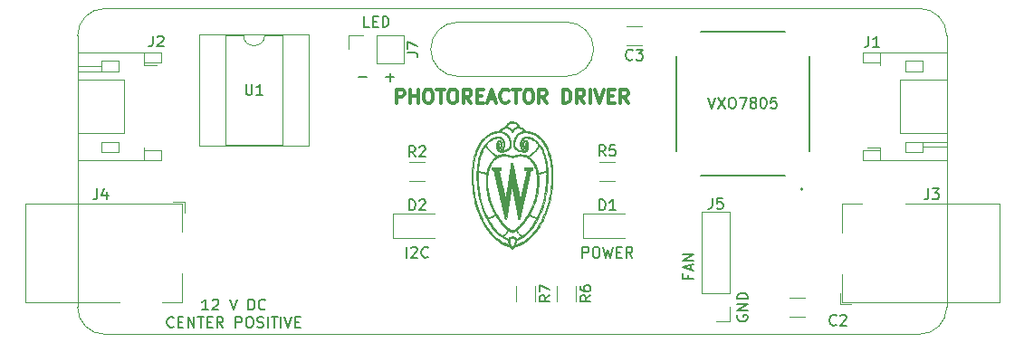
<source format=gbr>
%TF.GenerationSoftware,KiCad,Pcbnew,5.1.8+dfsg1-1+b1*%
%TF.CreationDate,2021-01-25T11:41:01-06:00*%
%TF.ProjectId,driver,64726976-6572-42e6-9b69-6361645f7063,1.0.0*%
%TF.SameCoordinates,Original*%
%TF.FileFunction,Legend,Top*%
%TF.FilePolarity,Positive*%
%FSLAX46Y46*%
G04 Gerber Fmt 4.6, Leading zero omitted, Abs format (unit mm)*
G04 Created by KiCad (PCBNEW 5.1.8+dfsg1-1+b1) date 2021-01-25 11:41:01*
%MOMM*%
%LPD*%
G01*
G04 APERTURE LIST*
%ADD10C,0.150000*%
%ADD11C,0.317500*%
%TA.AperFunction,Profile*%
%ADD12C,0.100000*%
%TD*%
%ADD13C,0.120000*%
%ADD14C,0.127000*%
%ADD15C,0.200000*%
%ADD16C,0.010000*%
G04 APERTURE END LIST*
D10*
X145351904Y-87082380D02*
X145685238Y-88082380D01*
X146018571Y-87082380D01*
X146256666Y-87082380D02*
X146923333Y-88082380D01*
X146923333Y-87082380D02*
X146256666Y-88082380D01*
X147494761Y-87082380D02*
X147685238Y-87082380D01*
X147780476Y-87130000D01*
X147875714Y-87225238D01*
X147923333Y-87415714D01*
X147923333Y-87749047D01*
X147875714Y-87939523D01*
X147780476Y-88034761D01*
X147685238Y-88082380D01*
X147494761Y-88082380D01*
X147399523Y-88034761D01*
X147304285Y-87939523D01*
X147256666Y-87749047D01*
X147256666Y-87415714D01*
X147304285Y-87225238D01*
X147399523Y-87130000D01*
X147494761Y-87082380D01*
X148256666Y-87082380D02*
X148923333Y-87082380D01*
X148494761Y-88082380D01*
X149447142Y-87510952D02*
X149351904Y-87463333D01*
X149304285Y-87415714D01*
X149256666Y-87320476D01*
X149256666Y-87272857D01*
X149304285Y-87177619D01*
X149351904Y-87130000D01*
X149447142Y-87082380D01*
X149637619Y-87082380D01*
X149732857Y-87130000D01*
X149780476Y-87177619D01*
X149828095Y-87272857D01*
X149828095Y-87320476D01*
X149780476Y-87415714D01*
X149732857Y-87463333D01*
X149637619Y-87510952D01*
X149447142Y-87510952D01*
X149351904Y-87558571D01*
X149304285Y-87606190D01*
X149256666Y-87701428D01*
X149256666Y-87891904D01*
X149304285Y-87987142D01*
X149351904Y-88034761D01*
X149447142Y-88082380D01*
X149637619Y-88082380D01*
X149732857Y-88034761D01*
X149780476Y-87987142D01*
X149828095Y-87891904D01*
X149828095Y-87701428D01*
X149780476Y-87606190D01*
X149732857Y-87558571D01*
X149637619Y-87510952D01*
X150447142Y-87082380D02*
X150542380Y-87082380D01*
X150637619Y-87130000D01*
X150685238Y-87177619D01*
X150732857Y-87272857D01*
X150780476Y-87463333D01*
X150780476Y-87701428D01*
X150732857Y-87891904D01*
X150685238Y-87987142D01*
X150637619Y-88034761D01*
X150542380Y-88082380D01*
X150447142Y-88082380D01*
X150351904Y-88034761D01*
X150304285Y-87987142D01*
X150256666Y-87891904D01*
X150209047Y-87701428D01*
X150209047Y-87463333D01*
X150256666Y-87272857D01*
X150304285Y-87177619D01*
X150351904Y-87130000D01*
X150447142Y-87082380D01*
X151685238Y-87082380D02*
X151209047Y-87082380D01*
X151161428Y-87558571D01*
X151209047Y-87510952D01*
X151304285Y-87463333D01*
X151542380Y-87463333D01*
X151637619Y-87510952D01*
X151685238Y-87558571D01*
X151732857Y-87653809D01*
X151732857Y-87891904D01*
X151685238Y-87987142D01*
X151637619Y-88034761D01*
X151542380Y-88082380D01*
X151304285Y-88082380D01*
X151209047Y-88034761D01*
X151161428Y-87987142D01*
X143438571Y-103679523D02*
X143438571Y-104012857D01*
X143962380Y-104012857D02*
X142962380Y-104012857D01*
X142962380Y-103536666D01*
X143676666Y-103203333D02*
X143676666Y-102727142D01*
X143962380Y-103298571D02*
X142962380Y-102965238D01*
X143962380Y-102631904D01*
X143962380Y-102298571D02*
X142962380Y-102298571D01*
X143962380Y-101727142D01*
X142962380Y-101727142D01*
X148090000Y-107441904D02*
X148042380Y-107537142D01*
X148042380Y-107680000D01*
X148090000Y-107822857D01*
X148185238Y-107918095D01*
X148280476Y-107965714D01*
X148470952Y-108013333D01*
X148613809Y-108013333D01*
X148804285Y-107965714D01*
X148899523Y-107918095D01*
X148994761Y-107822857D01*
X149042380Y-107680000D01*
X149042380Y-107584761D01*
X148994761Y-107441904D01*
X148947142Y-107394285D01*
X148613809Y-107394285D01*
X148613809Y-107584761D01*
X149042380Y-106965714D02*
X148042380Y-106965714D01*
X149042380Y-106394285D01*
X148042380Y-106394285D01*
X149042380Y-105918095D02*
X148042380Y-105918095D01*
X148042380Y-105680000D01*
X148090000Y-105537142D01*
X148185238Y-105441904D01*
X148280476Y-105394285D01*
X148470952Y-105346666D01*
X148613809Y-105346666D01*
X148804285Y-105394285D01*
X148899523Y-105441904D01*
X148994761Y-105537142D01*
X149042380Y-105680000D01*
X149042380Y-105918095D01*
X112649047Y-85161428D02*
X113410952Y-85161428D01*
X115189047Y-85161428D02*
X115950952Y-85161428D01*
X115570000Y-85542380D02*
X115570000Y-84780476D01*
X117133809Y-102052380D02*
X117133809Y-101052380D01*
X117562380Y-101147619D02*
X117610000Y-101100000D01*
X117705238Y-101052380D01*
X117943333Y-101052380D01*
X118038571Y-101100000D01*
X118086190Y-101147619D01*
X118133809Y-101242857D01*
X118133809Y-101338095D01*
X118086190Y-101480952D01*
X117514761Y-102052380D01*
X118133809Y-102052380D01*
X119133809Y-101957142D02*
X119086190Y-102004761D01*
X118943333Y-102052380D01*
X118848095Y-102052380D01*
X118705238Y-102004761D01*
X118610000Y-101909523D01*
X118562380Y-101814285D01*
X118514761Y-101623809D01*
X118514761Y-101480952D01*
X118562380Y-101290476D01*
X118610000Y-101195238D01*
X118705238Y-101100000D01*
X118848095Y-101052380D01*
X118943333Y-101052380D01*
X119086190Y-101100000D01*
X119133809Y-101147619D01*
X133580476Y-102052380D02*
X133580476Y-101052380D01*
X133961428Y-101052380D01*
X134056666Y-101100000D01*
X134104285Y-101147619D01*
X134151904Y-101242857D01*
X134151904Y-101385714D01*
X134104285Y-101480952D01*
X134056666Y-101528571D01*
X133961428Y-101576190D01*
X133580476Y-101576190D01*
X134770952Y-101052380D02*
X134961428Y-101052380D01*
X135056666Y-101100000D01*
X135151904Y-101195238D01*
X135199523Y-101385714D01*
X135199523Y-101719047D01*
X135151904Y-101909523D01*
X135056666Y-102004761D01*
X134961428Y-102052380D01*
X134770952Y-102052380D01*
X134675714Y-102004761D01*
X134580476Y-101909523D01*
X134532857Y-101719047D01*
X134532857Y-101385714D01*
X134580476Y-101195238D01*
X134675714Y-101100000D01*
X134770952Y-101052380D01*
X135532857Y-101052380D02*
X135770952Y-102052380D01*
X135961428Y-101338095D01*
X136151904Y-102052380D01*
X136390000Y-101052380D01*
X136770952Y-101528571D02*
X137104285Y-101528571D01*
X137247142Y-102052380D02*
X136770952Y-102052380D01*
X136770952Y-101052380D01*
X137247142Y-101052380D01*
X138247142Y-102052380D02*
X137913809Y-101576190D01*
X137675714Y-102052380D02*
X137675714Y-101052380D01*
X138056666Y-101052380D01*
X138151904Y-101100000D01*
X138199523Y-101147619D01*
X138247142Y-101242857D01*
X138247142Y-101385714D01*
X138199523Y-101480952D01*
X138151904Y-101528571D01*
X138056666Y-101576190D01*
X137675714Y-101576190D01*
X98584047Y-106942380D02*
X98012619Y-106942380D01*
X98298333Y-106942380D02*
X98298333Y-105942380D01*
X98203095Y-106085238D01*
X98107857Y-106180476D01*
X98012619Y-106228095D01*
X98965000Y-106037619D02*
X99012619Y-105990000D01*
X99107857Y-105942380D01*
X99345952Y-105942380D01*
X99441190Y-105990000D01*
X99488809Y-106037619D01*
X99536428Y-106132857D01*
X99536428Y-106228095D01*
X99488809Y-106370952D01*
X98917380Y-106942380D01*
X99536428Y-106942380D01*
X100584047Y-105942380D02*
X100917380Y-106942380D01*
X101250714Y-105942380D01*
X102345952Y-106942380D02*
X102345952Y-105942380D01*
X102584047Y-105942380D01*
X102726904Y-105990000D01*
X102822142Y-106085238D01*
X102869761Y-106180476D01*
X102917380Y-106370952D01*
X102917380Y-106513809D01*
X102869761Y-106704285D01*
X102822142Y-106799523D01*
X102726904Y-106894761D01*
X102584047Y-106942380D01*
X102345952Y-106942380D01*
X103917380Y-106847142D02*
X103869761Y-106894761D01*
X103726904Y-106942380D01*
X103631666Y-106942380D01*
X103488809Y-106894761D01*
X103393571Y-106799523D01*
X103345952Y-106704285D01*
X103298333Y-106513809D01*
X103298333Y-106370952D01*
X103345952Y-106180476D01*
X103393571Y-106085238D01*
X103488809Y-105990000D01*
X103631666Y-105942380D01*
X103726904Y-105942380D01*
X103869761Y-105990000D01*
X103917380Y-106037619D01*
X95345952Y-108497142D02*
X95298333Y-108544761D01*
X95155476Y-108592380D01*
X95060238Y-108592380D01*
X94917380Y-108544761D01*
X94822142Y-108449523D01*
X94774523Y-108354285D01*
X94726904Y-108163809D01*
X94726904Y-108020952D01*
X94774523Y-107830476D01*
X94822142Y-107735238D01*
X94917380Y-107640000D01*
X95060238Y-107592380D01*
X95155476Y-107592380D01*
X95298333Y-107640000D01*
X95345952Y-107687619D01*
X95774523Y-108068571D02*
X96107857Y-108068571D01*
X96250714Y-108592380D02*
X95774523Y-108592380D01*
X95774523Y-107592380D01*
X96250714Y-107592380D01*
X96679285Y-108592380D02*
X96679285Y-107592380D01*
X97250714Y-108592380D01*
X97250714Y-107592380D01*
X97584047Y-107592380D02*
X98155476Y-107592380D01*
X97869761Y-108592380D02*
X97869761Y-107592380D01*
X98488809Y-108068571D02*
X98822142Y-108068571D01*
X98965000Y-108592380D02*
X98488809Y-108592380D01*
X98488809Y-107592380D01*
X98965000Y-107592380D01*
X99965000Y-108592380D02*
X99631666Y-108116190D01*
X99393571Y-108592380D02*
X99393571Y-107592380D01*
X99774523Y-107592380D01*
X99869761Y-107640000D01*
X99917380Y-107687619D01*
X99965000Y-107782857D01*
X99965000Y-107925714D01*
X99917380Y-108020952D01*
X99869761Y-108068571D01*
X99774523Y-108116190D01*
X99393571Y-108116190D01*
X101155476Y-108592380D02*
X101155476Y-107592380D01*
X101536428Y-107592380D01*
X101631666Y-107640000D01*
X101679285Y-107687619D01*
X101726904Y-107782857D01*
X101726904Y-107925714D01*
X101679285Y-108020952D01*
X101631666Y-108068571D01*
X101536428Y-108116190D01*
X101155476Y-108116190D01*
X102345952Y-107592380D02*
X102536428Y-107592380D01*
X102631666Y-107640000D01*
X102726904Y-107735238D01*
X102774523Y-107925714D01*
X102774523Y-108259047D01*
X102726904Y-108449523D01*
X102631666Y-108544761D01*
X102536428Y-108592380D01*
X102345952Y-108592380D01*
X102250714Y-108544761D01*
X102155476Y-108449523D01*
X102107857Y-108259047D01*
X102107857Y-107925714D01*
X102155476Y-107735238D01*
X102250714Y-107640000D01*
X102345952Y-107592380D01*
X103155476Y-108544761D02*
X103298333Y-108592380D01*
X103536428Y-108592380D01*
X103631666Y-108544761D01*
X103679285Y-108497142D01*
X103726904Y-108401904D01*
X103726904Y-108306666D01*
X103679285Y-108211428D01*
X103631666Y-108163809D01*
X103536428Y-108116190D01*
X103345952Y-108068571D01*
X103250714Y-108020952D01*
X103203095Y-107973333D01*
X103155476Y-107878095D01*
X103155476Y-107782857D01*
X103203095Y-107687619D01*
X103250714Y-107640000D01*
X103345952Y-107592380D01*
X103584047Y-107592380D01*
X103726904Y-107640000D01*
X104155476Y-108592380D02*
X104155476Y-107592380D01*
X104488809Y-107592380D02*
X105060238Y-107592380D01*
X104774523Y-108592380D02*
X104774523Y-107592380D01*
X105393571Y-108592380D02*
X105393571Y-107592380D01*
X105726904Y-107592380D02*
X106060238Y-108592380D01*
X106393571Y-107592380D01*
X106726904Y-108068571D02*
X107060238Y-108068571D01*
X107203095Y-108592380D02*
X106726904Y-108592380D01*
X106726904Y-107592380D01*
X107203095Y-107592380D01*
D11*
X116205000Y-87569523D02*
X116205000Y-86299523D01*
X116688809Y-86299523D01*
X116809761Y-86360000D01*
X116870238Y-86420476D01*
X116930714Y-86541428D01*
X116930714Y-86722857D01*
X116870238Y-86843809D01*
X116809761Y-86904285D01*
X116688809Y-86964761D01*
X116205000Y-86964761D01*
X117475000Y-87569523D02*
X117475000Y-86299523D01*
X117475000Y-86904285D02*
X118200714Y-86904285D01*
X118200714Y-87569523D02*
X118200714Y-86299523D01*
X119047380Y-86299523D02*
X119289285Y-86299523D01*
X119410238Y-86360000D01*
X119531190Y-86480952D01*
X119591666Y-86722857D01*
X119591666Y-87146190D01*
X119531190Y-87388095D01*
X119410238Y-87509047D01*
X119289285Y-87569523D01*
X119047380Y-87569523D01*
X118926428Y-87509047D01*
X118805476Y-87388095D01*
X118745000Y-87146190D01*
X118745000Y-86722857D01*
X118805476Y-86480952D01*
X118926428Y-86360000D01*
X119047380Y-86299523D01*
X119954523Y-86299523D02*
X120680238Y-86299523D01*
X120317380Y-87569523D02*
X120317380Y-86299523D01*
X121345476Y-86299523D02*
X121587380Y-86299523D01*
X121708333Y-86360000D01*
X121829285Y-86480952D01*
X121889761Y-86722857D01*
X121889761Y-87146190D01*
X121829285Y-87388095D01*
X121708333Y-87509047D01*
X121587380Y-87569523D01*
X121345476Y-87569523D01*
X121224523Y-87509047D01*
X121103571Y-87388095D01*
X121043095Y-87146190D01*
X121043095Y-86722857D01*
X121103571Y-86480952D01*
X121224523Y-86360000D01*
X121345476Y-86299523D01*
X123159761Y-87569523D02*
X122736428Y-86964761D01*
X122434047Y-87569523D02*
X122434047Y-86299523D01*
X122917857Y-86299523D01*
X123038809Y-86360000D01*
X123099285Y-86420476D01*
X123159761Y-86541428D01*
X123159761Y-86722857D01*
X123099285Y-86843809D01*
X123038809Y-86904285D01*
X122917857Y-86964761D01*
X122434047Y-86964761D01*
X123704047Y-86904285D02*
X124127380Y-86904285D01*
X124308809Y-87569523D02*
X123704047Y-87569523D01*
X123704047Y-86299523D01*
X124308809Y-86299523D01*
X124792619Y-87206666D02*
X125397380Y-87206666D01*
X124671666Y-87569523D02*
X125095000Y-86299523D01*
X125518333Y-87569523D01*
X126667380Y-87448571D02*
X126606904Y-87509047D01*
X126425476Y-87569523D01*
X126304523Y-87569523D01*
X126123095Y-87509047D01*
X126002142Y-87388095D01*
X125941666Y-87267142D01*
X125881190Y-87025238D01*
X125881190Y-86843809D01*
X125941666Y-86601904D01*
X126002142Y-86480952D01*
X126123095Y-86360000D01*
X126304523Y-86299523D01*
X126425476Y-86299523D01*
X126606904Y-86360000D01*
X126667380Y-86420476D01*
X127030238Y-86299523D02*
X127755952Y-86299523D01*
X127393095Y-87569523D02*
X127393095Y-86299523D01*
X128421190Y-86299523D02*
X128663095Y-86299523D01*
X128784047Y-86360000D01*
X128905000Y-86480952D01*
X128965476Y-86722857D01*
X128965476Y-87146190D01*
X128905000Y-87388095D01*
X128784047Y-87509047D01*
X128663095Y-87569523D01*
X128421190Y-87569523D01*
X128300238Y-87509047D01*
X128179285Y-87388095D01*
X128118809Y-87146190D01*
X128118809Y-86722857D01*
X128179285Y-86480952D01*
X128300238Y-86360000D01*
X128421190Y-86299523D01*
X130235476Y-87569523D02*
X129812142Y-86964761D01*
X129509761Y-87569523D02*
X129509761Y-86299523D01*
X129993571Y-86299523D01*
X130114523Y-86360000D01*
X130175000Y-86420476D01*
X130235476Y-86541428D01*
X130235476Y-86722857D01*
X130175000Y-86843809D01*
X130114523Y-86904285D01*
X129993571Y-86964761D01*
X129509761Y-86964761D01*
X131747380Y-87569523D02*
X131747380Y-86299523D01*
X132049761Y-86299523D01*
X132231190Y-86360000D01*
X132352142Y-86480952D01*
X132412619Y-86601904D01*
X132473095Y-86843809D01*
X132473095Y-87025238D01*
X132412619Y-87267142D01*
X132352142Y-87388095D01*
X132231190Y-87509047D01*
X132049761Y-87569523D01*
X131747380Y-87569523D01*
X133743095Y-87569523D02*
X133319761Y-86964761D01*
X133017380Y-87569523D02*
X133017380Y-86299523D01*
X133501190Y-86299523D01*
X133622142Y-86360000D01*
X133682619Y-86420476D01*
X133743095Y-86541428D01*
X133743095Y-86722857D01*
X133682619Y-86843809D01*
X133622142Y-86904285D01*
X133501190Y-86964761D01*
X133017380Y-86964761D01*
X134287380Y-87569523D02*
X134287380Y-86299523D01*
X134710714Y-86299523D02*
X135134047Y-87569523D01*
X135557380Y-86299523D01*
X135980714Y-86904285D02*
X136404047Y-86904285D01*
X136585476Y-87569523D02*
X135980714Y-87569523D01*
X135980714Y-86299523D01*
X136585476Y-86299523D01*
X137855476Y-87569523D02*
X137432142Y-86964761D01*
X137129761Y-87569523D02*
X137129761Y-86299523D01*
X137613571Y-86299523D01*
X137734523Y-86360000D01*
X137795000Y-86420476D01*
X137855476Y-86541428D01*
X137855476Y-86722857D01*
X137795000Y-86843809D01*
X137734523Y-86904285D01*
X137613571Y-86964761D01*
X137129761Y-86964761D01*
D10*
X113657142Y-80462380D02*
X113180952Y-80462380D01*
X113180952Y-79462380D01*
X113990476Y-79938571D02*
X114323809Y-79938571D01*
X114466666Y-80462380D02*
X113990476Y-80462380D01*
X113990476Y-79462380D01*
X114466666Y-79462380D01*
X114895238Y-80462380D02*
X114895238Y-79462380D01*
X115133333Y-79462380D01*
X115276190Y-79510000D01*
X115371428Y-79605238D01*
X115419047Y-79700476D01*
X115466666Y-79890952D01*
X115466666Y-80033809D01*
X115419047Y-80224285D01*
X115371428Y-80319523D01*
X115276190Y-80414761D01*
X115133333Y-80462380D01*
X114895238Y-80462380D01*
D12*
X121920000Y-85090000D02*
G75*
G02*
X119380000Y-82550000I0J2540000D01*
G01*
X165100000Y-78740000D02*
X88900000Y-78740000D01*
X119380000Y-82550000D02*
G75*
G02*
X121920000Y-80010000I2540000J0D01*
G01*
X132080000Y-80010000D02*
G75*
G02*
X134620000Y-82550000I0J-2540000D01*
G01*
X134620000Y-82550000D02*
G75*
G02*
X132080000Y-85090000I-2540000J0D01*
G01*
X132080000Y-80010000D02*
X121920000Y-80010000D01*
X132080000Y-85090000D02*
X121920000Y-85090000D01*
X165100000Y-109220000D02*
X88900000Y-109220000D01*
X86360000Y-81280000D02*
X86360000Y-106680000D01*
X167640000Y-106680000D02*
X167640000Y-81280000D01*
X86360000Y-81280000D02*
G75*
G02*
X88900000Y-78740000I2540000J0D01*
G01*
X88900000Y-109220000D02*
G75*
G02*
X86360000Y-106680000I0J2540000D01*
G01*
X167640000Y-106680000D02*
G75*
G02*
X165100000Y-109220000I-2540000J0D01*
G01*
X165100000Y-78740000D02*
G75*
G02*
X167640000Y-81280000I0J-2540000D01*
G01*
D13*
%TO.C,R7*%
X129180000Y-104682936D02*
X129180000Y-106137064D01*
X127360000Y-104682936D02*
X127360000Y-106137064D01*
%TO.C,R6*%
X132990000Y-104682936D02*
X132990000Y-106137064D01*
X131170000Y-104682936D02*
X131170000Y-106137064D01*
D14*
%TO.C,PS1*%
X152520000Y-94380000D02*
X144660000Y-94380000D01*
D15*
X154190000Y-95630000D02*
G75*
G03*
X154190000Y-95630000I-100000J0D01*
G01*
D14*
X144660000Y-80880000D02*
X152520000Y-80880000D01*
X142340000Y-92060000D02*
X142340000Y-83200000D01*
X154840000Y-83200000D02*
X154840000Y-92060000D01*
D13*
%TO.C,J1*%
X161430000Y-91760000D02*
X161430000Y-92040000D01*
X161430000Y-92040000D02*
X159830000Y-92040000D01*
X159830000Y-92040000D02*
X159830000Y-92960000D01*
X159830000Y-92960000D02*
X167650000Y-92960000D01*
X167650000Y-92960000D02*
X167650000Y-82840000D01*
X167650000Y-82840000D02*
X159830000Y-82840000D01*
X159830000Y-82840000D02*
X159830000Y-83760000D01*
X159830000Y-83760000D02*
X161430000Y-83760000D01*
X161430000Y-83760000D02*
X161430000Y-84040000D01*
X167650000Y-90400000D02*
X163290000Y-90400000D01*
X163290000Y-90400000D02*
X163290000Y-85400000D01*
X163290000Y-85400000D02*
X167650000Y-85400000D01*
X161430000Y-92960000D02*
X161430000Y-92040000D01*
X161430000Y-82840000D02*
X161430000Y-83760000D01*
X163790000Y-92200000D02*
X165390000Y-92200000D01*
X165390000Y-92200000D02*
X165390000Y-91200000D01*
X165390000Y-91200000D02*
X163790000Y-91200000D01*
X163790000Y-91200000D02*
X163790000Y-92200000D01*
X163790000Y-83600000D02*
X165390000Y-83600000D01*
X165390000Y-83600000D02*
X165390000Y-84600000D01*
X165390000Y-84600000D02*
X163790000Y-84600000D01*
X163790000Y-84600000D02*
X163790000Y-83600000D01*
X165390000Y-91200000D02*
X167650000Y-91200000D01*
X165390000Y-91700000D02*
X167650000Y-91700000D01*
X161430000Y-91760000D02*
X160215000Y-91760000D01*
%TO.C,R5*%
X135162936Y-93070000D02*
X136617064Y-93070000D01*
X135162936Y-94890000D02*
X136617064Y-94890000D01*
%TO.C,R2*%
X117382936Y-93070000D02*
X118837064Y-93070000D01*
X117382936Y-94890000D02*
X118837064Y-94890000D01*
%TO.C,C3*%
X139141252Y-82190000D02*
X137718748Y-82190000D01*
X139141252Y-80370000D02*
X137718748Y-80370000D01*
%TO.C,C2*%
X152958748Y-105770000D02*
X154381252Y-105770000D01*
X152958748Y-107590000D02*
X154381252Y-107590000D01*
D16*
%TO.C,G\u002A\u002A\u002A*%
G36*
X127027014Y-89303991D02*
G01*
X127072375Y-89306052D01*
X127113794Y-89309780D01*
X127148483Y-89315150D01*
X127151395Y-89315759D01*
X127230635Y-89337497D01*
X127304009Y-89367438D01*
X127371830Y-89405785D01*
X127434414Y-89452739D01*
X127492077Y-89508504D01*
X127538895Y-89564889D01*
X127560962Y-89596620D01*
X127583934Y-89633879D01*
X127606332Y-89673914D01*
X127626682Y-89713972D01*
X127643506Y-89751301D01*
X127654383Y-89780197D01*
X127659840Y-89796109D01*
X127664296Y-89807714D01*
X127666434Y-89811967D01*
X127672382Y-89814133D01*
X127685301Y-89817240D01*
X127698942Y-89819959D01*
X127739191Y-89829382D01*
X127784524Y-89843437D01*
X127831659Y-89860992D01*
X127877314Y-89880915D01*
X127881541Y-89882931D01*
X127954134Y-89922295D01*
X128021352Y-89967714D01*
X128082191Y-90018300D01*
X128135644Y-90073169D01*
X128180704Y-90131433D01*
X128201778Y-90165007D01*
X128224618Y-90204605D01*
X128279059Y-90207746D01*
X128385529Y-90215775D01*
X128484491Y-90227326D01*
X128578105Y-90242803D01*
X128668531Y-90262607D01*
X128757931Y-90287143D01*
X128830719Y-90310639D01*
X128961526Y-90360876D01*
X129088777Y-90420499D01*
X129212356Y-90489334D01*
X129332152Y-90567209D01*
X129448049Y-90653949D01*
X129559933Y-90749381D01*
X129667691Y-90853332D01*
X129771209Y-90965630D01*
X129870372Y-91086099D01*
X129965067Y-91214568D01*
X130055180Y-91350862D01*
X130140596Y-91494809D01*
X130221201Y-91646235D01*
X130296883Y-91804967D01*
X130367526Y-91970831D01*
X130433017Y-92143654D01*
X130493241Y-92323263D01*
X130548085Y-92509485D01*
X130597435Y-92702146D01*
X130641177Y-92901072D01*
X130679196Y-93106092D01*
X130682619Y-93126560D01*
X130699612Y-93233878D01*
X130714818Y-93340232D01*
X130728415Y-93447300D01*
X130740581Y-93556754D01*
X130751495Y-93670272D01*
X130761334Y-93789528D01*
X130770276Y-93916198D01*
X130775515Y-94000320D01*
X130777014Y-94032053D01*
X130778320Y-94072725D01*
X130779431Y-94121114D01*
X130780350Y-94176000D01*
X130781074Y-94236164D01*
X130781606Y-94300384D01*
X130781943Y-94367440D01*
X130782087Y-94436112D01*
X130782038Y-94505179D01*
X130781795Y-94573422D01*
X130781358Y-94639620D01*
X130780728Y-94702553D01*
X130779904Y-94760999D01*
X130778887Y-94813740D01*
X130777676Y-94859555D01*
X130776271Y-94897223D01*
X130775521Y-94912180D01*
X130760706Y-95140254D01*
X130742134Y-95360657D01*
X130719574Y-95575248D01*
X130692797Y-95785882D01*
X130661575Y-95994418D01*
X130625677Y-96202712D01*
X130598562Y-96344740D01*
X130543920Y-96602528D01*
X130483133Y-96855889D01*
X130416343Y-97104551D01*
X130343690Y-97348243D01*
X130265316Y-97586694D01*
X130181363Y-97819632D01*
X130091971Y-98046785D01*
X129997284Y-98267883D01*
X129897441Y-98482653D01*
X129792585Y-98690825D01*
X129682856Y-98892126D01*
X129568397Y-99086286D01*
X129449349Y-99273033D01*
X129325853Y-99452096D01*
X129198051Y-99623202D01*
X129066084Y-99786082D01*
X128930094Y-99940462D01*
X128790222Y-100086073D01*
X128646610Y-100222641D01*
X128520289Y-100332593D01*
X128383014Y-100441660D01*
X128241799Y-100543264D01*
X128097294Y-100637063D01*
X127950149Y-100722714D01*
X127801014Y-100799876D01*
X127650540Y-100868204D01*
X127499377Y-100927358D01*
X127348174Y-100976995D01*
X127240991Y-101006312D01*
X127177344Y-101022251D01*
X127161635Y-101045083D01*
X127144591Y-101068346D01*
X127124320Y-101093671D01*
X127102624Y-101119020D01*
X127081308Y-101142358D01*
X127062175Y-101161647D01*
X127047028Y-101174850D01*
X127046183Y-101175479D01*
X127023935Y-101189595D01*
X127005278Y-101195820D01*
X126987957Y-101194570D01*
X126974181Y-101188815D01*
X126960991Y-101179444D01*
X126943303Y-101163706D01*
X126922753Y-101143330D01*
X126900982Y-101120045D01*
X126879628Y-101095582D01*
X126860330Y-101071669D01*
X126850140Y-101057911D01*
X126837365Y-101040384D01*
X126827746Y-101029308D01*
X126818771Y-101022702D01*
X126807924Y-101018586D01*
X126796800Y-101015887D01*
X126772077Y-101009853D01*
X126739916Y-101001219D01*
X126702503Y-100990636D01*
X126662024Y-100978759D01*
X126620666Y-100966241D01*
X126580614Y-100953736D01*
X126544055Y-100941897D01*
X126513174Y-100931377D01*
X126508262Y-100929629D01*
X126342831Y-100864883D01*
X126180279Y-100790418D01*
X126020659Y-100706275D01*
X125864023Y-100612493D01*
X125710422Y-100509114D01*
X125559910Y-100396177D01*
X125412537Y-100273722D01*
X125268357Y-100141790D01*
X125127422Y-100000420D01*
X124989783Y-99849654D01*
X124855494Y-99689531D01*
X124789719Y-99606100D01*
X124664395Y-99437017D01*
X124542577Y-99258870D01*
X124424589Y-99072241D01*
X124310754Y-98877715D01*
X124201397Y-98675873D01*
X124096840Y-98467302D01*
X123997407Y-98252583D01*
X123903423Y-98032300D01*
X123868289Y-97944940D01*
X123767925Y-97678042D01*
X123675635Y-97405710D01*
X123591509Y-97128589D01*
X123515632Y-96847325D01*
X123448093Y-96562562D01*
X123388978Y-96274947D01*
X123338376Y-95985126D01*
X123296373Y-95693744D01*
X123263058Y-95401446D01*
X123238517Y-95108879D01*
X123222838Y-94816688D01*
X123216547Y-94544462D01*
X123326287Y-94544462D01*
X123328822Y-94709384D01*
X123333993Y-94871364D01*
X123341793Y-95027853D01*
X123345244Y-95082360D01*
X123370618Y-95389241D01*
X123405342Y-95693647D01*
X123449348Y-95995270D01*
X123502567Y-96293805D01*
X123564930Y-96588945D01*
X123636367Y-96880384D01*
X123716811Y-97167816D01*
X123806192Y-97450935D01*
X123904442Y-97729434D01*
X123990684Y-97951931D01*
X124055957Y-98107947D01*
X124126386Y-98265661D01*
X124200914Y-98422941D01*
X124278488Y-98577656D01*
X124358051Y-98727674D01*
X124438549Y-98870864D01*
X124482985Y-98946182D01*
X124599807Y-99133112D01*
X124720417Y-99311375D01*
X124844719Y-99480884D01*
X124972616Y-99641555D01*
X125104011Y-99793304D01*
X125238807Y-99936046D01*
X125376907Y-100069697D01*
X125518214Y-100194171D01*
X125662632Y-100309386D01*
X125810063Y-100415255D01*
X125960411Y-100511695D01*
X126113578Y-100598620D01*
X126269467Y-100675947D01*
X126427983Y-100743591D01*
X126589027Y-100801467D01*
X126622043Y-100812023D01*
X126649381Y-100820486D01*
X126673552Y-100827788D01*
X126692797Y-100833411D01*
X126705357Y-100836839D01*
X126709238Y-100837656D01*
X126712388Y-100835383D01*
X126710497Y-100826908D01*
X126707209Y-100818950D01*
X126696747Y-100793084D01*
X126685009Y-100760389D01*
X126672971Y-100723943D01*
X126661606Y-100686824D01*
X126651889Y-100652111D01*
X126644795Y-100622883D01*
X126644098Y-100619560D01*
X126639266Y-100591076D01*
X126634933Y-100556556D01*
X126631564Y-100520119D01*
X126629903Y-100493042D01*
X126626890Y-100425868D01*
X126736905Y-100425868D01*
X126737163Y-100470783D01*
X126737337Y-100474780D01*
X126746427Y-100561631D01*
X126765464Y-100648713D01*
X126794264Y-100735497D01*
X126832642Y-100821460D01*
X126880413Y-100906074D01*
X126898867Y-100934601D01*
X126924326Y-100971751D01*
X126945734Y-101000462D01*
X126963917Y-101021208D01*
X126979699Y-101034465D01*
X126993907Y-101040707D01*
X127007365Y-101040408D01*
X127020899Y-101034043D01*
X127035334Y-101022087D01*
X127041040Y-101016369D01*
X127058353Y-100996242D01*
X127078748Y-100969034D01*
X127100884Y-100936807D01*
X127123420Y-100901627D01*
X127145014Y-100865558D01*
X127164324Y-100830663D01*
X127173723Y-100812235D01*
X127203997Y-100743853D01*
X127229291Y-100672860D01*
X127248108Y-100603495D01*
X127249129Y-100598877D01*
X127256248Y-100557133D01*
X127260882Y-100510440D01*
X127263034Y-100461358D01*
X127262707Y-100412448D01*
X127259904Y-100366270D01*
X127254628Y-100325385D01*
X127248779Y-100298745D01*
X127238121Y-100277399D01*
X127218756Y-100256104D01*
X127192095Y-100235838D01*
X127159549Y-100217578D01*
X127122527Y-100202301D01*
X127099060Y-100195055D01*
X127080157Y-100191112D01*
X127055259Y-100187526D01*
X127028527Y-100184852D01*
X127016653Y-100184075D01*
X126971525Y-100184554D01*
X126927178Y-100190308D01*
X126884939Y-100200741D01*
X126846135Y-100215259D01*
X126812094Y-100233267D01*
X126784141Y-100254170D01*
X126763605Y-100277373D01*
X126751812Y-100302282D01*
X126751654Y-100302869D01*
X126744437Y-100338474D01*
X126739425Y-100380620D01*
X126736905Y-100425868D01*
X126626890Y-100425868D01*
X126626620Y-100419864D01*
X126540591Y-100385256D01*
X126395922Y-100321754D01*
X126252939Y-100248378D01*
X126111888Y-100165310D01*
X125973016Y-100072733D01*
X125962792Y-100065097D01*
X126161212Y-100065097D01*
X126162726Y-100068565D01*
X126172731Y-100076102D01*
X126190440Y-100087446D01*
X126214486Y-100101829D01*
X126243502Y-100118483D01*
X126276120Y-100136639D01*
X126310974Y-100155529D01*
X126346695Y-100174384D01*
X126381918Y-100192437D01*
X126392940Y-100197958D01*
X126421532Y-100211918D01*
X126453008Y-100226819D01*
X126485923Y-100242026D01*
X126518832Y-100256903D01*
X126550292Y-100270815D01*
X126578859Y-100283124D01*
X126603087Y-100293195D01*
X126621534Y-100300392D01*
X126632755Y-100304079D01*
X126634701Y-100304422D01*
X126637372Y-100300025D01*
X126641057Y-100288521D01*
X126643685Y-100277930D01*
X126657916Y-100237272D01*
X126681293Y-100200049D01*
X126713268Y-100166653D01*
X126753294Y-100137474D01*
X126800824Y-100112904D01*
X126855311Y-100093332D01*
X126916207Y-100079151D01*
X126923800Y-100077850D01*
X126977481Y-100072661D01*
X127033329Y-100073953D01*
X127089522Y-100081256D01*
X127144237Y-100094100D01*
X127195652Y-100112013D01*
X127241944Y-100134526D01*
X127281290Y-100161169D01*
X127295672Y-100173828D01*
X127318311Y-100199554D01*
X127337647Y-100229093D01*
X127351848Y-100259244D01*
X127358667Y-100283893D01*
X127361164Y-100296718D01*
X127363446Y-100303984D01*
X127364044Y-100304600D01*
X127372258Y-100302515D01*
X127388243Y-100296667D01*
X127410599Y-100287666D01*
X127437924Y-100276122D01*
X127468818Y-100262645D01*
X127501881Y-100247845D01*
X127535713Y-100232332D01*
X127568913Y-100216715D01*
X127596900Y-100203173D01*
X127628547Y-100187288D01*
X127662414Y-100169719D01*
X127697140Y-100151227D01*
X127731369Y-100132571D01*
X127763741Y-100114513D01*
X127792899Y-100097812D01*
X127817483Y-100083230D01*
X127836137Y-100071527D01*
X127847500Y-100063462D01*
X127849256Y-100061895D01*
X127847459Y-100057148D01*
X127839230Y-100048037D01*
X127826231Y-100036345D01*
X127822942Y-100033641D01*
X127762409Y-99981521D01*
X127700954Y-99922794D01*
X127640569Y-99859641D01*
X127583245Y-99794242D01*
X127530976Y-99728777D01*
X127485752Y-99665428D01*
X127483463Y-99661980D01*
X127471811Y-99643465D01*
X127457818Y-99619860D01*
X127442503Y-99593036D01*
X127426882Y-99564863D01*
X127411973Y-99537213D01*
X127398795Y-99511958D01*
X127388365Y-99490969D01*
X127381701Y-99476117D01*
X127380341Y-99472386D01*
X127375405Y-99471949D01*
X127362832Y-99477877D01*
X127342550Y-99490208D01*
X127322442Y-99503542D01*
X127290622Y-99524350D01*
X127255391Y-99546019D01*
X127218026Y-99567886D01*
X127179806Y-99589286D01*
X127142008Y-99609556D01*
X127105910Y-99628033D01*
X127072791Y-99644052D01*
X127043928Y-99656951D01*
X127020600Y-99666065D01*
X127004083Y-99670730D01*
X126999567Y-99671204D01*
X126988006Y-99668736D01*
X126969038Y-99661681D01*
X126943948Y-99650715D01*
X126914019Y-99636513D01*
X126880537Y-99619752D01*
X126844784Y-99601107D01*
X126808046Y-99581254D01*
X126771607Y-99560867D01*
X126736750Y-99540624D01*
X126704760Y-99521200D01*
X126676922Y-99503270D01*
X126665419Y-99495398D01*
X126633098Y-99472725D01*
X126598901Y-99540342D01*
X126554733Y-99619312D01*
X126501829Y-99699398D01*
X126441308Y-99779233D01*
X126374287Y-99857453D01*
X126301883Y-99932694D01*
X126225215Y-100003592D01*
X126205906Y-100020146D01*
X126185072Y-100038053D01*
X126171313Y-100050802D01*
X126163678Y-100059460D01*
X126161212Y-100065097D01*
X125962792Y-100065097D01*
X125836570Y-99970830D01*
X125702796Y-99859783D01*
X125571941Y-99739776D01*
X125444251Y-99610992D01*
X125335795Y-99491800D01*
X125206555Y-99337190D01*
X125081335Y-99173430D01*
X124960262Y-99000752D01*
X124843462Y-98819391D01*
X124731061Y-98629579D01*
X124623185Y-98431551D01*
X124595502Y-98376300D01*
X124722295Y-98376300D01*
X124724926Y-98383153D01*
X124731901Y-98397587D01*
X124742542Y-98418351D01*
X124756170Y-98444195D01*
X124772105Y-98473870D01*
X124789670Y-98506124D01*
X124808183Y-98539707D01*
X124826968Y-98573370D01*
X124845345Y-98605860D01*
X124862634Y-98635930D01*
X124871744Y-98651509D01*
X124970991Y-98814428D01*
X125071365Y-98968012D01*
X125173477Y-99113076D01*
X125277935Y-99250430D01*
X125385350Y-99380887D01*
X125496332Y-99505261D01*
X125572520Y-99585113D01*
X125679986Y-99690949D01*
X125786236Y-99787749D01*
X125892280Y-99876390D01*
X125999133Y-99957749D01*
X126021491Y-99973793D01*
X126046717Y-99991508D01*
X126065106Y-100003824D01*
X126077948Y-100011441D01*
X126086529Y-100015061D01*
X126092138Y-100015386D01*
X126095151Y-100013904D01*
X126102229Y-100008226D01*
X126115207Y-99997636D01*
X126132164Y-99983705D01*
X126149100Y-99969727D01*
X126167596Y-99953743D01*
X126191066Y-99932426D01*
X126217412Y-99907739D01*
X126244538Y-99881646D01*
X126268559Y-99857905D01*
X126338575Y-99784090D01*
X126399729Y-99711871D01*
X126452920Y-99640037D01*
X126499052Y-99567376D01*
X126536748Y-99497309D01*
X126570421Y-99429158D01*
X126555667Y-99418569D01*
X126546757Y-99411867D01*
X126531610Y-99400150D01*
X126511927Y-99384744D01*
X126489407Y-99366979D01*
X126473857Y-99354640D01*
X126367229Y-99265045D01*
X126260252Y-99165703D01*
X126153247Y-99057006D01*
X126046537Y-98939343D01*
X125940444Y-98813106D01*
X125835291Y-98678686D01*
X125731401Y-98536473D01*
X125629094Y-98386858D01*
X125528696Y-98230233D01*
X125478546Y-98148140D01*
X125462004Y-98120689D01*
X125447159Y-98096183D01*
X125434830Y-98075966D01*
X125425836Y-98061379D01*
X125420998Y-98053765D01*
X125420481Y-98053044D01*
X125415436Y-98054363D01*
X125404539Y-98060970D01*
X125389723Y-98071628D01*
X125381920Y-98077714D01*
X125305375Y-98133366D01*
X125220110Y-98185183D01*
X125126963Y-98232775D01*
X125026772Y-98275752D01*
X124920376Y-98313724D01*
X124808612Y-98346300D01*
X124800360Y-98348432D01*
X124768986Y-98356725D01*
X124746528Y-98363316D01*
X124731954Y-98368573D01*
X124724232Y-98372865D01*
X124722295Y-98376300D01*
X124595502Y-98376300D01*
X124519962Y-98225539D01*
X124421517Y-98011778D01*
X124327978Y-97790500D01*
X124239469Y-97561940D01*
X124156119Y-97326330D01*
X124144566Y-97291887D01*
X124055656Y-97009570D01*
X123976084Y-96724332D01*
X123905804Y-96435918D01*
X123844765Y-96144075D01*
X123792921Y-95848550D01*
X123750223Y-95549091D01*
X123716623Y-95245443D01*
X123692073Y-94937354D01*
X123690007Y-94904560D01*
X123687528Y-94857279D01*
X123685317Y-94801448D01*
X123683390Y-94738673D01*
X123681761Y-94670562D01*
X123680448Y-94598721D01*
X123679464Y-94524756D01*
X123678826Y-94450275D01*
X123678668Y-94408027D01*
X123790806Y-94408027D01*
X123790952Y-94461941D01*
X123791274Y-94513486D01*
X123791779Y-94561522D01*
X123792473Y-94604911D01*
X123793362Y-94642514D01*
X123794045Y-94663260D01*
X123809923Y-94963146D01*
X123834726Y-95260769D01*
X123868371Y-95555784D01*
X123910778Y-95847845D01*
X123961863Y-96136607D01*
X124021544Y-96421725D01*
X124089740Y-96702853D01*
X124166367Y-96979646D01*
X124251345Y-97251759D01*
X124344591Y-97518846D01*
X124446022Y-97780562D01*
X124555556Y-98036562D01*
X124639796Y-98217990D01*
X124655173Y-98249367D01*
X124667139Y-98272212D01*
X124676193Y-98287367D01*
X124682837Y-98295676D01*
X124687252Y-98298000D01*
X124695269Y-98296791D01*
X124711065Y-98293473D01*
X124732585Y-98288508D01*
X124757779Y-98282358D01*
X124766523Y-98280154D01*
X124874054Y-98249723D01*
X124976356Y-98214525D01*
X125072588Y-98174949D01*
X125161906Y-98131390D01*
X125243468Y-98084237D01*
X125316429Y-98033885D01*
X125345463Y-98010922D01*
X125380027Y-97982364D01*
X125358498Y-97943332D01*
X125329283Y-97890111D01*
X125303008Y-97841632D01*
X125278448Y-97795552D01*
X125254377Y-97749530D01*
X125229569Y-97701222D01*
X125202799Y-97648287D01*
X125174582Y-97591880D01*
X125126840Y-97494946D01*
X125083783Y-97405014D01*
X125044726Y-97320460D01*
X125008984Y-97239661D01*
X124975873Y-97160992D01*
X124944706Y-97082831D01*
X124914800Y-97003554D01*
X124885470Y-96921536D01*
X124858512Y-96842580D01*
X124785143Y-96609193D01*
X124721445Y-96376055D01*
X124667219Y-96142148D01*
X124622262Y-95906454D01*
X124586372Y-95667955D01*
X124559350Y-95425631D01*
X124546246Y-95262700D01*
X124542467Y-95197650D01*
X124539488Y-95125893D01*
X124537310Y-95049218D01*
X124535934Y-94969416D01*
X124535886Y-94962520D01*
X124676878Y-94962520D01*
X124680763Y-95115933D01*
X124688687Y-95271080D01*
X124700651Y-95426444D01*
X124701701Y-95437960D01*
X124724361Y-95642471D01*
X124754587Y-95848128D01*
X124792067Y-96053734D01*
X124836492Y-96258091D01*
X124887551Y-96460001D01*
X124944934Y-96658268D01*
X125008330Y-96851694D01*
X125077428Y-97039081D01*
X125151918Y-97219233D01*
X125179791Y-97281638D01*
X125269882Y-97472834D01*
X125363645Y-97659349D01*
X125460624Y-97840410D01*
X125560364Y-98015245D01*
X125662407Y-98183082D01*
X125766300Y-98343150D01*
X125871586Y-98494677D01*
X125977809Y-98636891D01*
X125986862Y-98648520D01*
X126068136Y-98748966D01*
X126153076Y-98847123D01*
X126240387Y-98941653D01*
X126328776Y-99031222D01*
X126416947Y-99114491D01*
X126503606Y-99190127D01*
X126542069Y-99221560D01*
X126575208Y-99247068D01*
X126614257Y-99275545D01*
X126656983Y-99305486D01*
X126701155Y-99335383D01*
X126744541Y-99363732D01*
X126784907Y-99389027D01*
X126820023Y-99409762D01*
X126826118Y-99413173D01*
X126850906Y-99426482D01*
X126878349Y-99440539D01*
X126906779Y-99454563D01*
X126934526Y-99467774D01*
X126959920Y-99479391D01*
X126981291Y-99488635D01*
X126996970Y-99494724D01*
X127005223Y-99496880D01*
X127011928Y-99494696D01*
X127026235Y-99488593D01*
X127046683Y-99479244D01*
X127071812Y-99467321D01*
X127100161Y-99453497D01*
X127109370Y-99448933D01*
X127155786Y-99424876D01*
X127441963Y-99424876D01*
X127444085Y-99430428D01*
X127449917Y-99443371D01*
X127458663Y-99461995D01*
X127469524Y-99484586D01*
X127474278Y-99494340D01*
X127521362Y-99580364D01*
X127578243Y-99665947D01*
X127645019Y-99751214D01*
X127721786Y-99836292D01*
X127784860Y-99898990D01*
X127800865Y-99913913D01*
X127819944Y-99931209D01*
X127840652Y-99949623D01*
X127861539Y-99967903D01*
X127881161Y-99984796D01*
X127898068Y-99999049D01*
X127910815Y-100009409D01*
X127917953Y-100014622D01*
X127918834Y-100015000D01*
X127923565Y-100012293D01*
X127934470Y-100005063D01*
X127949466Y-99994702D01*
X127954394Y-99991232D01*
X128093013Y-99887271D01*
X128228432Y-99773744D01*
X128360565Y-99650753D01*
X128489326Y-99518404D01*
X128614629Y-99376800D01*
X128736388Y-99226045D01*
X128854517Y-99066244D01*
X128968932Y-98897500D01*
X129079545Y-98719917D01*
X129186271Y-98533599D01*
X129239799Y-98434066D01*
X129276473Y-98364392D01*
X129262186Y-98361183D01*
X129165060Y-98336449D01*
X129069168Y-98306365D01*
X128975901Y-98271554D01*
X128886654Y-98232639D01*
X128802820Y-98190243D01*
X128725792Y-98144990D01*
X128656964Y-98097501D01*
X128635844Y-98081090D01*
X128617245Y-98066750D01*
X128601405Y-98055628D01*
X128589997Y-98048826D01*
X128584698Y-98047445D01*
X128584692Y-98047451D01*
X128581012Y-98052844D01*
X128572920Y-98065665D01*
X128561211Y-98084619D01*
X128546684Y-98108411D01*
X128530134Y-98135746D01*
X128521145Y-98150680D01*
X128460575Y-98249050D01*
X128395521Y-98350208D01*
X128327681Y-98451657D01*
X128258751Y-98550900D01*
X128190429Y-98645441D01*
X128131581Y-98723515D01*
X128042153Y-98835753D01*
X127950316Y-98943723D01*
X127856971Y-99046495D01*
X127763015Y-99143141D01*
X127669349Y-99232733D01*
X127576872Y-99314342D01*
X127496070Y-99379682D01*
X127476198Y-99395263D01*
X127459609Y-99408729D01*
X127447785Y-99418841D01*
X127442208Y-99424362D01*
X127441963Y-99424876D01*
X127155786Y-99424876D01*
X127178722Y-99412989D01*
X127243389Y-99376263D01*
X127305700Y-99337245D01*
X127367988Y-99294420D01*
X127432585Y-99246277D01*
X127482600Y-99206855D01*
X127591519Y-99114166D01*
X127700070Y-99011560D01*
X127808078Y-98899280D01*
X127915364Y-98777566D01*
X128021754Y-98646662D01*
X128127070Y-98506808D01*
X128231136Y-98358247D01*
X128333775Y-98201219D01*
X128434811Y-98035968D01*
X128469777Y-97974941D01*
X128624286Y-97974941D01*
X128643993Y-97991856D01*
X128721772Y-98052342D01*
X128808353Y-98107853D01*
X128903659Y-98158351D01*
X129007611Y-98203799D01*
X129120132Y-98244157D01*
X129224303Y-98274931D01*
X129249435Y-98281476D01*
X129271895Y-98286942D01*
X129289407Y-98290799D01*
X129299690Y-98292520D01*
X129300344Y-98292558D01*
X129304788Y-98291761D01*
X129309482Y-98288342D01*
X129315113Y-98281172D01*
X129322373Y-98269125D01*
X129331948Y-98251072D01*
X129344529Y-98225886D01*
X129358052Y-98198126D01*
X129419951Y-98065865D01*
X129481705Y-97925227D01*
X129542600Y-97777978D01*
X129601925Y-97625882D01*
X129658965Y-97470708D01*
X129703201Y-97343389D01*
X129795384Y-97055269D01*
X129878474Y-96762822D01*
X129952412Y-96466364D01*
X130017139Y-96166213D01*
X130072599Y-95862688D01*
X130118732Y-95556106D01*
X130155481Y-95246786D01*
X130182787Y-94935045D01*
X130200321Y-94627700D01*
X130201245Y-94601007D01*
X130202086Y-94567543D01*
X130202839Y-94528373D01*
X130203501Y-94484560D01*
X130204069Y-94437168D01*
X130204540Y-94387259D01*
X130204911Y-94335899D01*
X130205176Y-94284149D01*
X130205335Y-94233074D01*
X130205382Y-94183738D01*
X130205315Y-94137204D01*
X130205131Y-94094535D01*
X130204825Y-94056796D01*
X130204394Y-94025050D01*
X130203836Y-94000360D01*
X130203146Y-93983789D01*
X130202396Y-93976640D01*
X130200662Y-93971732D01*
X130197541Y-93969566D01*
X130191193Y-93970506D01*
X130179780Y-93974914D01*
X130161463Y-93983156D01*
X130155475Y-93985910D01*
X130017113Y-94044043D01*
X129875121Y-94092761D01*
X129730063Y-94131901D01*
X129582504Y-94161303D01*
X129502227Y-94173042D01*
X129474857Y-94176603D01*
X129451332Y-94179784D01*
X129433359Y-94182343D01*
X129422647Y-94184039D01*
X129420388Y-94184566D01*
X129420700Y-94189739D01*
X129422170Y-94203125D01*
X129424577Y-94222869D01*
X129427702Y-94247119D01*
X129428784Y-94255283D01*
X129446208Y-94409804D01*
X129458329Y-94571702D01*
X129465149Y-94739689D01*
X129466672Y-94912477D01*
X129462902Y-95088779D01*
X129453841Y-95267308D01*
X129439493Y-95446776D01*
X129425384Y-95580200D01*
X129396835Y-95791830D01*
X129360804Y-96003478D01*
X129317603Y-96213989D01*
X129267544Y-96422211D01*
X129210936Y-96626989D01*
X129148091Y-96827169D01*
X129079321Y-97021598D01*
X129004935Y-97209121D01*
X128955581Y-97322640D01*
X128939413Y-97357786D01*
X128919350Y-97400191D01*
X128896150Y-97448341D01*
X128870571Y-97500721D01*
X128843372Y-97555815D01*
X128815309Y-97612110D01*
X128787142Y-97668089D01*
X128759629Y-97722240D01*
X128733527Y-97773045D01*
X128709595Y-97818992D01*
X128688592Y-97858565D01*
X128673484Y-97886280D01*
X128624286Y-97974941D01*
X128469777Y-97974941D01*
X128534067Y-97862735D01*
X128631366Y-97681761D01*
X128711773Y-97523300D01*
X128754129Y-97436835D01*
X128792113Y-97357538D01*
X128826422Y-97283774D01*
X128857755Y-97213907D01*
X128886810Y-97146301D01*
X128914287Y-97079321D01*
X128940884Y-97011331D01*
X128967300Y-96940695D01*
X128994232Y-96865779D01*
X129001842Y-96844154D01*
X129061644Y-96662896D01*
X129115764Y-96477101D01*
X129164094Y-96287705D01*
X129206529Y-96095642D01*
X129242964Y-95901849D01*
X129273293Y-95707259D01*
X129297410Y-95512810D01*
X129315211Y-95319434D01*
X129326588Y-95128069D01*
X129331438Y-94939649D01*
X129329654Y-94755109D01*
X129321130Y-94575385D01*
X129305761Y-94401411D01*
X129290881Y-94283597D01*
X129264018Y-94120290D01*
X129231113Y-93963552D01*
X129192269Y-93813577D01*
X129147585Y-93670558D01*
X129097164Y-93534689D01*
X129041106Y-93406162D01*
X128979512Y-93285170D01*
X128912484Y-93171908D01*
X128840123Y-93066567D01*
X128762529Y-92969341D01*
X128679806Y-92880423D01*
X128592052Y-92800006D01*
X128499370Y-92728284D01*
X128463040Y-92703454D01*
X128396368Y-92663585D01*
X128324871Y-92628943D01*
X128247656Y-92599229D01*
X128163827Y-92574148D01*
X128111300Y-92562217D01*
X128532658Y-92562217D01*
X128534410Y-92566918D01*
X128542764Y-92575659D01*
X128555990Y-92586666D01*
X128558058Y-92588232D01*
X128653321Y-92665515D01*
X128745004Y-92751826D01*
X128832727Y-92846547D01*
X128916108Y-92949061D01*
X128994764Y-93058752D01*
X129068315Y-93175002D01*
X129136377Y-93297194D01*
X129198570Y-93424713D01*
X129254511Y-93556939D01*
X129303819Y-93693258D01*
X129346112Y-93833052D01*
X129359130Y-93882465D01*
X129365425Y-93908066D01*
X129372372Y-93937591D01*
X129379598Y-93969310D01*
X129386730Y-94001493D01*
X129393395Y-94032408D01*
X129399220Y-94060325D01*
X129403831Y-94083513D01*
X129406855Y-94100243D01*
X129407920Y-94108716D01*
X129412652Y-94108996D01*
X129425686Y-94107973D01*
X129445282Y-94105869D01*
X129469695Y-94102905D01*
X129497184Y-94099301D01*
X129526007Y-94095280D01*
X129554421Y-94091062D01*
X129580684Y-94086869D01*
X129583180Y-94086451D01*
X129643655Y-94074901D01*
X129709998Y-94059845D01*
X129778892Y-94042126D01*
X129847024Y-94022590D01*
X129900680Y-94005579D01*
X129939130Y-93992233D01*
X129980778Y-93976837D01*
X130023589Y-93960222D01*
X130065528Y-93943219D01*
X130104560Y-93926658D01*
X130138651Y-93911370D01*
X130165764Y-93898185D01*
X130172460Y-93894641D01*
X130197860Y-93880825D01*
X130196295Y-93837702D01*
X130195394Y-93818496D01*
X130193855Y-93791725D01*
X130191840Y-93759951D01*
X130189512Y-93725739D01*
X130187322Y-93695520D01*
X130168234Y-93487667D01*
X130142486Y-93284959D01*
X130110174Y-93087702D01*
X130071389Y-92896204D01*
X130026226Y-92710771D01*
X129974778Y-92531712D01*
X129917138Y-92359333D01*
X129853400Y-92193941D01*
X129783657Y-92035845D01*
X129708003Y-91885350D01*
X129626530Y-91742765D01*
X129563850Y-91644470D01*
X129549070Y-91622589D01*
X129536251Y-91604083D01*
X129526442Y-91590431D01*
X129520696Y-91583116D01*
X129519715Y-91582286D01*
X129516630Y-91586611D01*
X129510474Y-91598179D01*
X129502302Y-91614952D01*
X129497393Y-91625517D01*
X129464749Y-91689549D01*
X129423876Y-91757291D01*
X129375537Y-91827721D01*
X129320496Y-91899818D01*
X129259514Y-91972561D01*
X129193355Y-92044928D01*
X129153987Y-92085252D01*
X129042427Y-92190748D01*
X128923388Y-92291436D01*
X128796205Y-92387836D01*
X128660215Y-92480472D01*
X128614883Y-92509310D01*
X128589637Y-92525188D01*
X128567332Y-92539360D01*
X128549418Y-92550894D01*
X128537349Y-92558855D01*
X128532658Y-92562217D01*
X128111300Y-92562217D01*
X128072490Y-92553402D01*
X127972751Y-92536694D01*
X127952500Y-92533915D01*
X127915053Y-92530044D01*
X127870417Y-92527209D01*
X127820935Y-92525412D01*
X127768949Y-92524654D01*
X127716804Y-92524938D01*
X127666841Y-92526264D01*
X127621405Y-92528636D01*
X127582839Y-92532053D01*
X127570440Y-92533632D01*
X127511998Y-92542800D01*
X127450159Y-92554317D01*
X127383112Y-92568554D01*
X127309046Y-92585881D01*
X127279400Y-92593174D01*
X127218535Y-92608102D01*
X127166284Y-92620359D01*
X127121502Y-92630105D01*
X127083042Y-92637498D01*
X127049761Y-92642696D01*
X127020512Y-92645859D01*
X126994152Y-92647145D01*
X126969535Y-92646712D01*
X126945516Y-92644720D01*
X126926082Y-92642128D01*
X126907962Y-92638873D01*
X126881769Y-92633476D01*
X126849268Y-92626335D01*
X126812223Y-92617849D01*
X126772398Y-92608416D01*
X126731558Y-92598434D01*
X126721705Y-92595976D01*
X126644954Y-92577241D01*
X126576400Y-92561631D01*
X126514638Y-92548950D01*
X126458261Y-92539003D01*
X126405866Y-92531593D01*
X126356047Y-92526524D01*
X126307398Y-92523601D01*
X126258515Y-92522627D01*
X126207993Y-92523408D01*
X126202491Y-92523585D01*
X126097174Y-92530190D01*
X125994849Y-92542660D01*
X125897029Y-92560720D01*
X125805225Y-92584092D01*
X125724606Y-92611099D01*
X125643488Y-92646932D01*
X125562587Y-92692397D01*
X125482525Y-92746973D01*
X125403924Y-92810139D01*
X125327404Y-92881376D01*
X125253588Y-92960162D01*
X125183097Y-93045977D01*
X125146520Y-93095213D01*
X125078587Y-93197568D01*
X125015253Y-93308512D01*
X124956712Y-93427480D01*
X124903157Y-93553907D01*
X124854781Y-93687227D01*
X124811777Y-93826875D01*
X124774339Y-93972285D01*
X124742659Y-94122891D01*
X124716932Y-94278129D01*
X124701738Y-94396560D01*
X124689464Y-94527860D01*
X124681229Y-94666966D01*
X124677034Y-94812358D01*
X124676878Y-94962520D01*
X124535886Y-94962520D01*
X124535359Y-94888278D01*
X124535586Y-94807594D01*
X124536616Y-94729156D01*
X124538448Y-94654753D01*
X124541082Y-94586176D01*
X124544520Y-94525217D01*
X124546130Y-94503240D01*
X124549444Y-94463794D01*
X124553321Y-94421691D01*
X124557577Y-94378609D01*
X124562025Y-94336227D01*
X124566482Y-94296225D01*
X124570763Y-94260281D01*
X124574682Y-94230074D01*
X124578056Y-94207284D01*
X124579774Y-94197702D01*
X124580746Y-94190363D01*
X124578511Y-94186017D01*
X124570955Y-94183448D01*
X124555964Y-94181439D01*
X124550456Y-94180845D01*
X124517807Y-94176870D01*
X124478403Y-94171307D01*
X124435298Y-94164653D01*
X124391543Y-94157406D01*
X124350192Y-94150064D01*
X124314296Y-94143122D01*
X124298809Y-94139839D01*
X124224847Y-94121949D01*
X124148583Y-94100659D01*
X124072228Y-94076721D01*
X123997991Y-94050891D01*
X123928080Y-94023923D01*
X123864707Y-93996569D01*
X123829442Y-93979635D01*
X123800865Y-93965252D01*
X123797700Y-93989136D01*
X123796420Y-94004101D01*
X123795255Y-94028087D01*
X123794210Y-94059953D01*
X123793293Y-94098563D01*
X123792509Y-94142776D01*
X123791865Y-94191453D01*
X123791367Y-94243456D01*
X123791020Y-94297645D01*
X123790831Y-94352881D01*
X123790806Y-94408027D01*
X123678668Y-94408027D01*
X123678550Y-94376884D01*
X123678651Y-94306190D01*
X123679143Y-94239799D01*
X123680044Y-94179319D01*
X123681368Y-94126355D01*
X123682246Y-94101920D01*
X123694275Y-93883513D01*
X123803291Y-93883513D01*
X123866215Y-93913560D01*
X123979843Y-93963575D01*
X124096863Y-94006575D01*
X124218370Y-94042864D01*
X124345459Y-94072745D01*
X124479224Y-94096523D01*
X124569220Y-94108724D01*
X124581263Y-94110268D01*
X124588173Y-94111318D01*
X124591961Y-94107680D01*
X124594347Y-94100650D01*
X124596282Y-94091124D01*
X124599613Y-94074197D01*
X124603837Y-94052447D01*
X124607512Y-94033340D01*
X124623205Y-93959915D01*
X124643091Y-93880531D01*
X124666320Y-93798047D01*
X124692041Y-93715322D01*
X124719404Y-93635217D01*
X124747558Y-93560590D01*
X124749845Y-93554877D01*
X124766879Y-93514456D01*
X124787841Y-93467766D01*
X124811515Y-93417297D01*
X124836682Y-93365541D01*
X124862127Y-93314989D01*
X124886632Y-93268131D01*
X124908979Y-93227460D01*
X124914569Y-93217718D01*
X124980438Y-93110927D01*
X125051683Y-93007935D01*
X125127355Y-92909865D01*
X125206507Y-92817842D01*
X125288189Y-92732988D01*
X125371452Y-92656428D01*
X125426872Y-92610940D01*
X125447561Y-92594632D01*
X125465082Y-92580537D01*
X125478017Y-92569820D01*
X125484943Y-92563648D01*
X125485721Y-92562680D01*
X125481772Y-92559189D01*
X125470940Y-92551986D01*
X125455190Y-92542348D01*
X125446727Y-92537385D01*
X125421767Y-92522350D01*
X125390378Y-92502535D01*
X125354345Y-92479140D01*
X125315453Y-92453364D01*
X125275485Y-92426409D01*
X125236226Y-92399473D01*
X125199461Y-92373758D01*
X125166974Y-92350464D01*
X125148340Y-92336696D01*
X125052575Y-92261776D01*
X124961338Y-92184412D01*
X124875282Y-92105314D01*
X124795063Y-92025192D01*
X124721335Y-91944754D01*
X124654754Y-91864712D01*
X124595975Y-91785774D01*
X124545652Y-91708649D01*
X124510097Y-91645206D01*
X124480142Y-91587069D01*
X124432619Y-91659584D01*
X124351383Y-91791724D01*
X124275201Y-91932396D01*
X124204177Y-92081259D01*
X124138415Y-92237972D01*
X124078020Y-92402195D01*
X124023096Y-92573587D01*
X123973747Y-92751807D01*
X123930077Y-92936513D01*
X123892190Y-93127367D01*
X123860190Y-93324026D01*
X123834183Y-93526149D01*
X123820339Y-93662500D01*
X123817061Y-93699347D01*
X123813871Y-93736672D01*
X123810977Y-93771925D01*
X123808590Y-93802558D01*
X123806915Y-93826024D01*
X123806731Y-93828886D01*
X123803291Y-93883513D01*
X123694275Y-93883513D01*
X123694988Y-93870569D01*
X123714106Y-93645257D01*
X123739549Y-93426179D01*
X123771266Y-93213535D01*
X123809207Y-93007520D01*
X123853321Y-92808334D01*
X123903558Y-92616173D01*
X123959867Y-92431234D01*
X124022198Y-92253716D01*
X124090499Y-92083815D01*
X124164722Y-91921730D01*
X124244815Y-91767658D01*
X124306584Y-91660980D01*
X124388414Y-91533567D01*
X124398232Y-91519988D01*
X124538609Y-91519988D01*
X124539031Y-91523043D01*
X124545481Y-91540181D01*
X124556410Y-91563922D01*
X124570781Y-91592339D01*
X124587555Y-91623505D01*
X124605692Y-91655491D01*
X124624156Y-91686372D01*
X124641908Y-91714218D01*
X124642528Y-91715150D01*
X124711056Y-91810471D01*
X124789152Y-91905227D01*
X124876226Y-91998882D01*
X124971686Y-92090900D01*
X125074940Y-92180744D01*
X125185398Y-92267879D01*
X125302468Y-92351768D01*
X125425558Y-92431874D01*
X125448060Y-92445699D01*
X125472915Y-92460939D01*
X125497156Y-92475983D01*
X125518208Y-92489221D01*
X125533493Y-92499042D01*
X125535012Y-92500044D01*
X125561004Y-92517263D01*
X125651570Y-92481419D01*
X125710494Y-92458617D01*
X125762403Y-92439837D01*
X125809373Y-92424563D01*
X125853480Y-92412281D01*
X125896801Y-92402477D01*
X125941411Y-92394636D01*
X125989387Y-92388245D01*
X126042806Y-92382787D01*
X126053521Y-92381833D01*
X126105013Y-92378313D01*
X126159443Y-92376340D01*
X126214542Y-92375879D01*
X126268042Y-92376896D01*
X126317676Y-92379357D01*
X126361176Y-92383226D01*
X126387930Y-92386949D01*
X126401902Y-92389616D01*
X126424619Y-92394330D01*
X126454927Y-92400835D01*
X126491674Y-92408879D01*
X126533708Y-92418205D01*
X126579876Y-92428561D01*
X126629027Y-92439691D01*
X126680007Y-92451341D01*
X126690190Y-92453681D01*
X126753034Y-92468094D01*
X126806873Y-92480326D01*
X126852588Y-92490540D01*
X126891060Y-92498895D01*
X126923172Y-92505554D01*
X126949804Y-92510677D01*
X126971838Y-92514426D01*
X126990154Y-92516961D01*
X127005635Y-92518445D01*
X127019162Y-92519038D01*
X127031616Y-92518902D01*
X127043180Y-92518249D01*
X127054175Y-92516625D01*
X127073938Y-92512833D01*
X127101364Y-92507117D01*
X127135351Y-92499721D01*
X127174795Y-92490889D01*
X127218593Y-92480864D01*
X127265644Y-92469891D01*
X127314843Y-92458214D01*
X127317500Y-92457578D01*
X127367127Y-92445722D01*
X127414933Y-92434373D01*
X127459770Y-92423798D01*
X127500490Y-92414264D01*
X127535947Y-92406038D01*
X127564994Y-92399388D01*
X127586483Y-92394581D01*
X127599268Y-92391886D01*
X127599440Y-92391853D01*
X127632538Y-92387112D01*
X127674125Y-92383719D01*
X127722623Y-92381654D01*
X127776452Y-92380898D01*
X127834033Y-92381430D01*
X127893789Y-92383232D01*
X127954140Y-92386283D01*
X128013508Y-92390564D01*
X128070313Y-92396054D01*
X128086637Y-92397936D01*
X128178115Y-92412183D01*
X128262334Y-92432229D01*
X128340626Y-92458448D01*
X128408936Y-92488527D01*
X128462840Y-92515181D01*
X128532790Y-92471560D01*
X128646095Y-92398333D01*
X128750835Y-92325155D01*
X128848530Y-92250852D01*
X128940701Y-92174247D01*
X129028869Y-92094165D01*
X129061782Y-92062437D01*
X129138223Y-91984597D01*
X129208390Y-91907082D01*
X129271794Y-91830547D01*
X129327945Y-91755644D01*
X129376355Y-91683028D01*
X129416533Y-91613352D01*
X129447992Y-91547270D01*
X129448670Y-91545651D01*
X129465006Y-91506522D01*
X129420306Y-91451671D01*
X129397243Y-91424658D01*
X129368365Y-91392841D01*
X129335252Y-91357802D01*
X129299488Y-91321121D01*
X129262654Y-91284378D01*
X129226332Y-91249154D01*
X129192105Y-91217029D01*
X129161555Y-91189585D01*
X129138745Y-91170380D01*
X129039760Y-91096523D01*
X128938321Y-91031938D01*
X128834758Y-90976757D01*
X128729401Y-90931111D01*
X128622581Y-90895132D01*
X128514629Y-90868950D01*
X128405876Y-90852698D01*
X128325823Y-90847168D01*
X128269330Y-90846692D01*
X128220549Y-90849842D01*
X128177542Y-90857073D01*
X128138369Y-90868837D01*
X128101090Y-90885589D01*
X128063767Y-90907783D01*
X128062162Y-90908845D01*
X128014997Y-90946168D01*
X127972258Y-90992309D01*
X127934267Y-91046793D01*
X127901352Y-91109142D01*
X127873835Y-91178879D01*
X127869685Y-91191535D01*
X127850345Y-91268091D01*
X127839478Y-91348480D01*
X127836977Y-91431100D01*
X127842732Y-91514344D01*
X127856636Y-91596609D01*
X127878581Y-91676291D01*
X127907306Y-91749288D01*
X127931376Y-91795209D01*
X127959970Y-91838902D01*
X127991729Y-91878806D01*
X128025292Y-91913358D01*
X128059299Y-91940996D01*
X128090026Y-91959077D01*
X128125350Y-91971838D01*
X128161263Y-91978005D01*
X128195211Y-91977387D01*
X128224643Y-91969793D01*
X128225905Y-91969247D01*
X128256058Y-91952919D01*
X128281617Y-91931850D01*
X128305522Y-91903555D01*
X128308552Y-91899370D01*
X128333268Y-91857942D01*
X128354518Y-91808302D01*
X128371773Y-91751962D01*
X128384503Y-91690438D01*
X128386663Y-91676220D01*
X128390889Y-91629931D01*
X128391747Y-91577343D01*
X128389450Y-91521664D01*
X128384213Y-91466103D01*
X128376248Y-91413866D01*
X128366298Y-91370058D01*
X128351818Y-91325942D01*
X128334005Y-91285089D01*
X128313698Y-91248758D01*
X128291735Y-91218207D01*
X128268957Y-91194694D01*
X128246201Y-91179477D01*
X128236779Y-91175841D01*
X128209286Y-91172729D01*
X128182181Y-91179089D01*
X128156363Y-91194244D01*
X128132732Y-91217518D01*
X128112187Y-91248237D01*
X128097559Y-91280398D01*
X128085111Y-91322785D01*
X128076801Y-91370636D01*
X128072710Y-91421162D01*
X128072919Y-91471574D01*
X128077512Y-91519084D01*
X128086569Y-91560903D01*
X128089100Y-91568860D01*
X128105224Y-91608373D01*
X128123364Y-91637949D01*
X128143544Y-91657617D01*
X128165788Y-91667403D01*
X128177520Y-91668600D01*
X128192820Y-91664822D01*
X128204979Y-91652918D01*
X128214777Y-91632028D01*
X128217012Y-91625093D01*
X128223541Y-91586751D01*
X128221657Y-91544574D01*
X128211584Y-91500077D01*
X128193544Y-91454776D01*
X128191314Y-91450268D01*
X128182712Y-91431727D01*
X128176386Y-91415309D01*
X128173534Y-91404178D01*
X128173480Y-91403157D01*
X128178263Y-91385552D01*
X128191473Y-91370843D01*
X128204020Y-91363774D01*
X128224918Y-91360257D01*
X128246364Y-91365888D01*
X128267174Y-91379803D01*
X128286164Y-91401139D01*
X128302147Y-91429034D01*
X128305987Y-91438065D01*
X128310395Y-91450074D01*
X128313564Y-91461665D01*
X128315701Y-91474837D01*
X128317014Y-91491586D01*
X128317710Y-91513913D01*
X128317995Y-91543815D01*
X128318031Y-91554300D01*
X128317869Y-91590175D01*
X128317055Y-91618135D01*
X128315418Y-91640412D01*
X128312787Y-91659240D01*
X128308993Y-91676850D01*
X128308532Y-91678676D01*
X128293725Y-91727604D01*
X128276308Y-91769582D01*
X128256712Y-91804009D01*
X128235367Y-91830284D01*
X128212703Y-91847805D01*
X128189150Y-91855972D01*
X128181190Y-91856512D01*
X128158484Y-91852243D01*
X128133406Y-91840494D01*
X128108442Y-91822710D01*
X128087653Y-91802190D01*
X128070661Y-91779156D01*
X128052507Y-91748884D01*
X128034518Y-91713988D01*
X128018019Y-91677080D01*
X128004338Y-91640772D01*
X128001811Y-91633040D01*
X127985065Y-91568684D01*
X127974287Y-91501576D01*
X127969511Y-91433788D01*
X127970769Y-91367394D01*
X127978093Y-91304464D01*
X127991516Y-91247071D01*
X127995550Y-91234636D01*
X128016995Y-91184797D01*
X128044680Y-91140810D01*
X128077713Y-91103768D01*
X128115200Y-91074769D01*
X128134594Y-91063988D01*
X128156010Y-91054467D01*
X128175078Y-91048796D01*
X128196685Y-91045755D01*
X128211546Y-91044754D01*
X128234082Y-91044001D01*
X128250363Y-91044962D01*
X128264233Y-91048221D01*
X128279534Y-91054366D01*
X128282019Y-91055494D01*
X128318243Y-91077502D01*
X128351506Y-91108620D01*
X128381567Y-91148173D01*
X128408189Y-91195483D01*
X128431133Y-91249874D01*
X128450161Y-91310669D01*
X128465034Y-91377191D01*
X128475515Y-91448764D01*
X128481364Y-91524710D01*
X128482343Y-91604353D01*
X128481863Y-91622880D01*
X128476870Y-91700810D01*
X128467345Y-91773995D01*
X128453544Y-91841854D01*
X128435725Y-91903807D01*
X128414143Y-91959274D01*
X128389057Y-92007675D01*
X128360722Y-92048431D01*
X128329397Y-92080961D01*
X128295337Y-92104685D01*
X128262479Y-92118051D01*
X128243155Y-92121966D01*
X128215471Y-92125554D01*
X128181227Y-92128716D01*
X128142222Y-92131355D01*
X128100254Y-92133372D01*
X128057121Y-92134669D01*
X128014622Y-92135149D01*
X127974556Y-92134713D01*
X127962755Y-92134372D01*
X127852322Y-92127267D01*
X127749626Y-92113681D01*
X127654544Y-92093572D01*
X127566955Y-92066897D01*
X127486735Y-92033615D01*
X127413762Y-91993684D01*
X127347915Y-91947060D01*
X127302279Y-91906852D01*
X127250750Y-91850706D01*
X127207645Y-91789902D01*
X127172623Y-91723787D01*
X127145346Y-91651708D01*
X127125472Y-91573012D01*
X127123823Y-91564460D01*
X127119381Y-91532680D01*
X127116208Y-91493040D01*
X127114291Y-91447755D01*
X127113617Y-91399043D01*
X127113640Y-91396907D01*
X127220489Y-91396907D01*
X127226691Y-91478268D01*
X127241409Y-91556194D01*
X127264457Y-91629823D01*
X127295647Y-91698292D01*
X127313139Y-91728564D01*
X127336587Y-91761662D01*
X127366653Y-91797076D01*
X127400960Y-91832403D01*
X127437128Y-91865238D01*
X127472779Y-91893178D01*
X127482977Y-91900218D01*
X127553518Y-91941780D01*
X127628683Y-91975958D01*
X127706637Y-92002129D01*
X127785543Y-92019667D01*
X127857098Y-92027622D01*
X127885881Y-92028768D01*
X127906037Y-92028195D01*
X127919021Y-92025462D01*
X127926285Y-92020126D01*
X127929282Y-92011745D01*
X127929640Y-92005545D01*
X127925294Y-91986272D01*
X127912462Y-91962482D01*
X127894032Y-91937840D01*
X127850708Y-91878050D01*
X127813574Y-91811256D01*
X127782816Y-91738647D01*
X127758621Y-91661413D01*
X127741175Y-91580745D01*
X127730664Y-91497833D01*
X127727273Y-91413868D01*
X127731189Y-91330041D01*
X127742597Y-91247541D01*
X127761684Y-91167559D01*
X127769671Y-91142006D01*
X127798657Y-91068384D01*
X127834560Y-91000506D01*
X127876816Y-90938942D01*
X127924861Y-90884261D01*
X127978132Y-90837032D01*
X128036066Y-90797827D01*
X128098098Y-90767215D01*
X128160780Y-90746493D01*
X128209262Y-90737381D01*
X128265403Y-90732503D01*
X128327670Y-90731766D01*
X128394529Y-90735077D01*
X128464446Y-90742343D01*
X128535889Y-90753471D01*
X128607324Y-90768368D01*
X128635227Y-90775277D01*
X128740145Y-90807551D01*
X128844240Y-90849594D01*
X128946973Y-90901020D01*
X129047802Y-90961444D01*
X129146190Y-91030479D01*
X129241595Y-91107738D01*
X129333479Y-91192836D01*
X129421301Y-91285386D01*
X129504522Y-91385002D01*
X129525822Y-91412648D01*
X129619884Y-91544751D01*
X129708327Y-91685126D01*
X129791092Y-91833541D01*
X129868124Y-91989766D01*
X129939363Y-92153568D01*
X130004752Y-92324718D01*
X130064234Y-92502984D01*
X130117751Y-92688135D01*
X130165245Y-92879940D01*
X130206660Y-93078168D01*
X130241936Y-93282588D01*
X130271017Y-93492969D01*
X130293845Y-93709079D01*
X130310363Y-93930689D01*
X130320512Y-94157565D01*
X130324235Y-94389479D01*
X130321958Y-94606147D01*
X130310504Y-94898796D01*
X130289631Y-95191527D01*
X130259461Y-95483737D01*
X130220116Y-95774822D01*
X130171716Y-96064179D01*
X130114384Y-96351205D01*
X130048240Y-96635296D01*
X129973406Y-96915849D01*
X129890004Y-97192261D01*
X129798155Y-97463927D01*
X129697981Y-97730245D01*
X129688029Y-97755264D01*
X129599484Y-97967656D01*
X129506444Y-98173163D01*
X129409066Y-98371567D01*
X129307508Y-98562654D01*
X129201927Y-98746207D01*
X129092481Y-98922008D01*
X128979328Y-99089844D01*
X128862624Y-99249496D01*
X128742528Y-99400749D01*
X128619197Y-99543387D01*
X128492789Y-99677193D01*
X128363460Y-99801952D01*
X128231370Y-99917446D01*
X128096675Y-100023460D01*
X127970280Y-100112642D01*
X127877931Y-100171778D01*
X127782600Y-100228130D01*
X127686404Y-100280566D01*
X127591459Y-100327953D01*
X127499883Y-100369161D01*
X127459158Y-100385854D01*
X127377297Y-100418279D01*
X127373762Y-100481911D01*
X127364628Y-100573984D01*
X127347463Y-100661505D01*
X127321774Y-100746735D01*
X127307926Y-100783390D01*
X127299538Y-100804790D01*
X127293039Y-100822255D01*
X127289092Y-100833938D01*
X127288320Y-100838000D01*
X127293832Y-100836665D01*
X127306967Y-100833055D01*
X127325598Y-100827765D01*
X127342141Y-100822980D01*
X127479777Y-100778490D01*
X127618984Y-100724929D01*
X127758408Y-100662955D01*
X127896699Y-100593229D01*
X128032503Y-100516409D01*
X128164469Y-100433155D01*
X128221571Y-100394235D01*
X128319740Y-100323500D01*
X128413343Y-100251335D01*
X128504344Y-100176081D01*
X128594706Y-100096079D01*
X128686394Y-100009668D01*
X128745126Y-99951789D01*
X128884543Y-99805998D01*
X129019008Y-99652605D01*
X129148767Y-99491281D01*
X129274065Y-99321695D01*
X129395147Y-99143517D01*
X129512260Y-98956418D01*
X129608509Y-98790760D01*
X129728237Y-98568089D01*
X129841546Y-98337900D01*
X129948301Y-98100660D01*
X130048364Y-97856835D01*
X130141601Y-97606892D01*
X130227876Y-97351297D01*
X130307051Y-97090517D01*
X130378991Y-96825020D01*
X130443560Y-96555270D01*
X130500621Y-96281736D01*
X130550040Y-96004883D01*
X130591679Y-95725179D01*
X130625402Y-95443090D01*
X130644829Y-95237300D01*
X130660738Y-95012724D01*
X130671065Y-94786246D01*
X130675854Y-94559067D01*
X130675151Y-94332389D01*
X130669001Y-94107413D01*
X130657450Y-93885342D01*
X130640543Y-93667376D01*
X130618325Y-93454719D01*
X130590843Y-93248572D01*
X130563189Y-93078300D01*
X130523554Y-92873405D01*
X130478290Y-92675102D01*
X130427491Y-92483563D01*
X130371249Y-92298961D01*
X130309657Y-92121466D01*
X130242808Y-91951252D01*
X130170796Y-91788491D01*
X130093714Y-91633355D01*
X130011654Y-91486016D01*
X129924710Y-91346647D01*
X129832975Y-91215419D01*
X129736542Y-91092506D01*
X129635504Y-90978079D01*
X129529954Y-90872310D01*
X129419985Y-90775372D01*
X129305691Y-90687437D01*
X129250440Y-90649224D01*
X129133129Y-90576853D01*
X129011788Y-90513543D01*
X128886918Y-90459447D01*
X128759020Y-90414721D01*
X128628596Y-90379518D01*
X128496149Y-90353990D01*
X128362178Y-90338294D01*
X128227187Y-90332582D01*
X128218262Y-90332560D01*
X128128749Y-90336052D01*
X128040712Y-90346295D01*
X127955349Y-90362934D01*
X127873863Y-90385617D01*
X127797451Y-90413991D01*
X127727315Y-90447702D01*
X127664654Y-90486398D01*
X127644183Y-90501461D01*
X127564514Y-90569195D01*
X127492827Y-90643151D01*
X127429216Y-90723148D01*
X127373775Y-90809002D01*
X127326601Y-90900531D01*
X127287786Y-90997552D01*
X127257427Y-91099882D01*
X127235619Y-91207339D01*
X127222990Y-91312973D01*
X127220489Y-91396907D01*
X127113640Y-91396907D01*
X127114172Y-91349122D01*
X127115941Y-91300208D01*
X127118912Y-91254519D01*
X127123069Y-91214272D01*
X127126134Y-91193620D01*
X127150410Y-91077524D01*
X127182457Y-90967710D01*
X127222539Y-90863615D01*
X127270918Y-90764675D01*
X127327856Y-90670330D01*
X127393615Y-90580016D01*
X127436331Y-90528767D01*
X127494816Y-90467220D01*
X127554832Y-90414963D01*
X127617478Y-90371134D01*
X127683260Y-90335155D01*
X127716420Y-90319709D01*
X127746680Y-90306711D01*
X127776687Y-90295198D01*
X127809088Y-90284206D01*
X127846528Y-90272771D01*
X127883920Y-90262088D01*
X127907797Y-90255751D01*
X127935745Y-90248880D01*
X127965745Y-90241910D01*
X127995779Y-90235276D01*
X128023828Y-90229414D01*
X128047875Y-90224759D01*
X128065901Y-90221747D01*
X128075308Y-90220799D01*
X128076695Y-90217126D01*
X128072569Y-90207041D01*
X128063905Y-90191951D01*
X128051682Y-90173260D01*
X128036877Y-90152374D01*
X128020467Y-90130698D01*
X128003430Y-90109636D01*
X127986742Y-90090594D01*
X127979245Y-90082688D01*
X127923307Y-90032739D01*
X127861043Y-89990528D01*
X127793104Y-89956406D01*
X127720139Y-89930722D01*
X127678180Y-89920337D01*
X127655412Y-89917048D01*
X127625473Y-89914915D01*
X127591287Y-89913933D01*
X127555775Y-89914101D01*
X127521860Y-89915416D01*
X127492466Y-89917876D01*
X127474980Y-89920503D01*
X127398447Y-89940155D01*
X127328446Y-89967539D01*
X127264880Y-90002736D01*
X127207655Y-90045827D01*
X127156673Y-90096894D01*
X127111838Y-90156020D01*
X127073055Y-90223285D01*
X127045426Y-90285268D01*
X127034840Y-90311135D01*
X127026418Y-90328840D01*
X127019104Y-90339854D01*
X127011839Y-90345648D01*
X127003564Y-90347695D01*
X127000467Y-90347799D01*
X126991259Y-90346506D01*
X126983505Y-90341634D01*
X126976142Y-90331693D01*
X126968105Y-90315196D01*
X126958330Y-90290653D01*
X126956893Y-90286840D01*
X126925733Y-90214728D01*
X126889347Y-90151125D01*
X126847247Y-90095548D01*
X126798943Y-90047516D01*
X126743946Y-90006549D01*
X126681766Y-89972164D01*
X126611915Y-89943882D01*
X126606082Y-89941902D01*
X126532583Y-89922490D01*
X126458465Y-89913066D01*
X126384443Y-89913548D01*
X126311231Y-89923852D01*
X126239543Y-89943896D01*
X126170092Y-89973596D01*
X126126901Y-89997784D01*
X126089631Y-90023885D01*
X126051456Y-90056277D01*
X126014415Y-90092808D01*
X125980547Y-90131330D01*
X125951892Y-90169691D01*
X125931399Y-90203940D01*
X125923140Y-90220100D01*
X125952300Y-90225878D01*
X125968596Y-90229418D01*
X125991694Y-90234842D01*
X126018579Y-90241424D01*
X126046234Y-90248441D01*
X126047500Y-90248768D01*
X126135022Y-90273864D01*
X126213903Y-90301789D01*
X126285433Y-90333229D01*
X126350901Y-90368871D01*
X126411597Y-90409401D01*
X126468811Y-90455506D01*
X126512040Y-90495967D01*
X126590021Y-90580482D01*
X126659545Y-90670525D01*
X126720437Y-90765739D01*
X126772523Y-90865767D01*
X126815627Y-90970250D01*
X126849573Y-91078831D01*
X126874187Y-91191152D01*
X126883707Y-91254580D01*
X126887318Y-91293234D01*
X126889421Y-91337936D01*
X126890056Y-91385987D01*
X126889267Y-91434684D01*
X126887096Y-91481328D01*
X126883586Y-91523218D01*
X126878927Y-91556840D01*
X126859767Y-91638939D01*
X126832920Y-91714417D01*
X126798266Y-91783436D01*
X126755683Y-91846156D01*
X126705051Y-91902738D01*
X126646247Y-91953344D01*
X126579152Y-91998133D01*
X126525179Y-92027097D01*
X126471020Y-92051969D01*
X126419604Y-92071852D01*
X126366600Y-92088252D01*
X126309120Y-92102362D01*
X126265302Y-92111545D01*
X126224861Y-92118779D01*
X126185620Y-92124270D01*
X126145405Y-92128220D01*
X126102041Y-92130836D01*
X126053353Y-92132319D01*
X125997167Y-92132876D01*
X125984000Y-92132895D01*
X125922510Y-92132531D01*
X125870283Y-92131361D01*
X125826448Y-92129305D01*
X125790134Y-92126283D01*
X125760468Y-92122215D01*
X125736581Y-92117022D01*
X125717600Y-92110623D01*
X125711639Y-92107930D01*
X125677030Y-92085596D01*
X125644977Y-92053904D01*
X125615755Y-92013399D01*
X125589644Y-91964624D01*
X125566919Y-91908123D01*
X125547858Y-91844440D01*
X125532739Y-91774119D01*
X125528559Y-91748883D01*
X125524222Y-91711743D01*
X125521245Y-91667384D01*
X125519629Y-91618527D01*
X125519376Y-91567893D01*
X125520485Y-91518207D01*
X125522958Y-91472188D01*
X125526795Y-91432561D01*
X125528465Y-91420676D01*
X125542361Y-91347739D01*
X125560236Y-91281306D01*
X125581819Y-91221905D01*
X125606838Y-91170060D01*
X125635021Y-91126297D01*
X125666096Y-91091142D01*
X125699792Y-91065120D01*
X125717138Y-91055880D01*
X125733440Y-91049106D01*
X125747823Y-91045371D01*
X125764239Y-91044040D01*
X125786643Y-91044475D01*
X125787724Y-91044520D01*
X125832167Y-91051167D01*
X125872952Y-91066756D01*
X125909786Y-91090644D01*
X125942379Y-91122188D01*
X125970439Y-91160745D01*
X125993677Y-91205671D01*
X126011800Y-91256323D01*
X126024519Y-91312059D01*
X126031541Y-91372236D01*
X126032577Y-91436209D01*
X126027335Y-91503335D01*
X126019020Y-91555822D01*
X126006367Y-91610019D01*
X125990275Y-91660545D01*
X125971272Y-91706748D01*
X125949885Y-91747977D01*
X125926642Y-91783579D01*
X125902069Y-91812904D01*
X125876695Y-91835299D01*
X125851047Y-91850113D01*
X125825651Y-91856693D01*
X125801036Y-91854390D01*
X125783683Y-91846611D01*
X125764366Y-91830002D01*
X125745171Y-91804815D01*
X125726945Y-91772610D01*
X125710532Y-91734943D01*
X125696778Y-91693372D01*
X125693158Y-91679823D01*
X125688595Y-91659849D01*
X125685439Y-91640572D01*
X125683459Y-91619394D01*
X125682428Y-91593714D01*
X125682116Y-91560937D01*
X125682119Y-91554300D01*
X125682330Y-91522199D01*
X125683000Y-91498135D01*
X125684341Y-91479987D01*
X125686565Y-91465635D01*
X125689884Y-91452959D01*
X125693219Y-91443278D01*
X125709378Y-91408443D01*
X125728571Y-91383115D01*
X125750707Y-91367382D01*
X125775693Y-91361331D01*
X125778897Y-91361260D01*
X125797983Y-91363881D01*
X125812594Y-91372819D01*
X125813323Y-91373493D01*
X125823555Y-91384531D01*
X125828594Y-91395080D01*
X125828390Y-91407401D01*
X125822895Y-91423754D01*
X125812060Y-91446402D01*
X125811720Y-91447068D01*
X125797397Y-91479668D01*
X125785967Y-91514574D01*
X125778436Y-91548188D01*
X125775808Y-91575639D01*
X125778598Y-91609424D01*
X125786697Y-91635943D01*
X125799092Y-91654808D01*
X125814770Y-91665631D01*
X125832717Y-91668025D01*
X125851920Y-91661602D01*
X125871366Y-91645973D01*
X125890042Y-91620751D01*
X125890708Y-91619622D01*
X125907818Y-91582118D01*
X125919986Y-91537843D01*
X125927222Y-91488897D01*
X125929540Y-91437379D01*
X125926951Y-91385390D01*
X125919465Y-91335029D01*
X125907096Y-91288395D01*
X125889854Y-91247589D01*
X125888630Y-91245307D01*
X125870031Y-91218320D01*
X125847365Y-91196748D01*
X125822333Y-91181499D01*
X125796638Y-91173476D01*
X125771979Y-91173586D01*
X125760363Y-91177059D01*
X125732218Y-91194089D01*
X125706068Y-91220287D01*
X125682269Y-91254793D01*
X125661178Y-91296747D01*
X125643153Y-91345291D01*
X125628550Y-91399565D01*
X125617726Y-91458710D01*
X125611038Y-91521865D01*
X125610010Y-91539060D01*
X125609490Y-91606087D01*
X125614545Y-91670590D01*
X125624837Y-91731611D01*
X125640027Y-91788191D01*
X125659777Y-91839370D01*
X125683749Y-91884191D01*
X125711604Y-91921694D01*
X125743005Y-91950921D01*
X125759153Y-91961679D01*
X125788001Y-91973303D01*
X125821616Y-91978229D01*
X125856995Y-91976302D01*
X125888771Y-91968256D01*
X125918549Y-91955884D01*
X125943566Y-91941510D01*
X125967649Y-91922675D01*
X125985189Y-91906315D01*
X126028419Y-91857320D01*
X126066305Y-91800702D01*
X126098530Y-91737664D01*
X126124779Y-91669412D01*
X126144734Y-91597151D01*
X126158080Y-91522085D01*
X126164501Y-91445419D01*
X126163680Y-91368357D01*
X126155302Y-91292105D01*
X126151704Y-91271820D01*
X126133942Y-91199201D01*
X126109776Y-91131476D01*
X126079704Y-91069362D01*
X126044226Y-91013574D01*
X126003840Y-90964827D01*
X125959046Y-90923835D01*
X125910343Y-90891316D01*
X125874182Y-90873972D01*
X125840956Y-90862110D01*
X125807334Y-90853784D01*
X125771013Y-90848685D01*
X125729689Y-90846503D01*
X125681061Y-90846932D01*
X125674120Y-90847162D01*
X125564241Y-90856109D01*
X125455386Y-90875014D01*
X125347874Y-90903697D01*
X125242024Y-90941980D01*
X125138154Y-90989685D01*
X125036583Y-91046632D01*
X124937630Y-91112645D01*
X124841614Y-91187543D01*
X124748854Y-91271149D01*
X124659668Y-91363284D01*
X124575719Y-91462083D01*
X124558273Y-91484506D01*
X124546815Y-91500730D01*
X124540531Y-91512107D01*
X124538609Y-91519988D01*
X124398232Y-91519988D01*
X124474208Y-91414910D01*
X124563832Y-91305151D01*
X124657147Y-91204432D01*
X124754019Y-91112894D01*
X124854311Y-91030678D01*
X124957887Y-90957928D01*
X125015454Y-90922442D01*
X125120439Y-90866355D01*
X125227640Y-90820137D01*
X125337484Y-90783657D01*
X125450398Y-90756783D01*
X125566809Y-90739384D01*
X125628400Y-90734068D01*
X125706299Y-90731868D01*
X125777127Y-90736219D01*
X125841844Y-90747455D01*
X125901411Y-90765907D01*
X125956790Y-90791906D01*
X126008942Y-90825786D01*
X126058829Y-90867878D01*
X126081868Y-90890699D01*
X126130833Y-90947706D01*
X126172461Y-91009793D01*
X126207169Y-91077786D01*
X126235374Y-91152513D01*
X126257494Y-91234800D01*
X126259045Y-91241880D01*
X126262897Y-91260916D01*
X126265799Y-91278747D01*
X126267884Y-91297304D01*
X126269283Y-91318520D01*
X126270129Y-91344327D01*
X126270554Y-91376659D01*
X126270685Y-91412060D01*
X126270357Y-91462289D01*
X126269037Y-91504704D01*
X126266420Y-91541629D01*
X126262205Y-91575387D01*
X126256088Y-91608301D01*
X126247767Y-91642694D01*
X126236940Y-91680889D01*
X126234677Y-91688428D01*
X126216775Y-91740612D01*
X126195001Y-91792517D01*
X126170463Y-91842012D01*
X126144269Y-91886965D01*
X126117527Y-91925247D01*
X126101617Y-91944197D01*
X126085495Y-91963827D01*
X126074197Y-91981702D01*
X126068765Y-91995961D01*
X126068940Y-92002610D01*
X126075610Y-92006880D01*
X126090768Y-92008667D01*
X126113085Y-92008110D01*
X126141234Y-92005348D01*
X126173885Y-92000518D01*
X126209711Y-91993761D01*
X126247383Y-91985214D01*
X126255780Y-91983109D01*
X126340015Y-91957490D01*
X126418255Y-91925304D01*
X126490000Y-91886914D01*
X126554747Y-91842684D01*
X126611993Y-91792975D01*
X126661237Y-91738151D01*
X126701977Y-91678574D01*
X126718084Y-91648956D01*
X126744313Y-91588404D01*
X126763359Y-91525223D01*
X126775286Y-91458571D01*
X126780158Y-91387609D01*
X126778040Y-91311495D01*
X126768997Y-91229388D01*
X126756013Y-91154762D01*
X126731183Y-91052027D01*
X126698868Y-90955849D01*
X126658706Y-90865537D01*
X126610336Y-90780402D01*
X126553396Y-90699756D01*
X126487524Y-90622909D01*
X126464072Y-90598575D01*
X126423058Y-90558398D01*
X126386050Y-90525037D01*
X126351139Y-90497049D01*
X126316412Y-90472991D01*
X126279958Y-90451422D01*
X126245825Y-90433788D01*
X126161608Y-90397598D01*
X126073107Y-90369429D01*
X125979954Y-90349238D01*
X125881783Y-90336982D01*
X125778226Y-90332620D01*
X125668916Y-90336108D01*
X125553485Y-90347403D01*
X125529340Y-90350637D01*
X125395666Y-90374419D01*
X125264190Y-90408036D01*
X125135305Y-90451322D01*
X125009403Y-90504112D01*
X124886879Y-90566242D01*
X124768124Y-90637548D01*
X124654896Y-90716837D01*
X124604005Y-90757024D01*
X124549178Y-90803650D01*
X124492352Y-90854866D01*
X124435463Y-90908821D01*
X124380451Y-90963666D01*
X124329251Y-91017549D01*
X124283803Y-91068621D01*
X124272627Y-91081860D01*
X124169923Y-91212706D01*
X124072881Y-91351891D01*
X123981545Y-91499287D01*
X123895953Y-91654768D01*
X123816149Y-91818210D01*
X123742173Y-91989486D01*
X123674068Y-92168469D01*
X123611874Y-92355036D01*
X123555632Y-92549059D01*
X123505385Y-92750413D01*
X123461173Y-92958972D01*
X123423039Y-93174610D01*
X123391023Y-93397202D01*
X123365167Y-93626621D01*
X123345513Y-93862742D01*
X123342611Y-93906340D01*
X123334549Y-94057537D01*
X123329144Y-94215989D01*
X123326392Y-94379147D01*
X123326287Y-94544462D01*
X123216547Y-94544462D01*
X123216109Y-94525519D01*
X123218417Y-94236017D01*
X123229849Y-93948827D01*
X123250493Y-93664597D01*
X123266599Y-93502480D01*
X123293931Y-93284578D01*
X123327723Y-93071304D01*
X123367851Y-92863035D01*
X123414192Y-92660147D01*
X123466623Y-92463017D01*
X123525019Y-92272021D01*
X123589258Y-92087535D01*
X123659216Y-91909937D01*
X123734769Y-91739602D01*
X123815796Y-91576908D01*
X123902171Y-91422230D01*
X123993771Y-91275945D01*
X123998788Y-91268407D01*
X124091600Y-91136941D01*
X124189128Y-91013445D01*
X124291128Y-90898085D01*
X124397352Y-90791029D01*
X124507555Y-90692443D01*
X124621490Y-90602494D01*
X124738911Y-90521350D01*
X124859573Y-90449175D01*
X124983230Y-90386139D01*
X125109635Y-90332407D01*
X125238542Y-90288146D01*
X125369705Y-90253523D01*
X125502879Y-90228705D01*
X125539500Y-90223662D01*
X125564301Y-90220812D01*
X125594949Y-90217758D01*
X125629085Y-90214688D01*
X125664348Y-90211789D01*
X125698379Y-90209248D01*
X125728819Y-90207253D01*
X125753307Y-90205992D01*
X125766487Y-90205638D01*
X125778975Y-90202034D01*
X125783318Y-90195467D01*
X125789479Y-90182240D01*
X125800857Y-90163294D01*
X125816040Y-90140609D01*
X125833614Y-90116162D01*
X125852166Y-90091933D01*
X125870285Y-90069902D01*
X125883334Y-90055381D01*
X125948770Y-89993762D01*
X126020877Y-89939531D01*
X126098963Y-89893074D01*
X126182335Y-89854779D01*
X126270299Y-89825034D01*
X126315831Y-89813479D01*
X126345403Y-89806780D01*
X126348465Y-89797611D01*
X126465639Y-89797611D01*
X126502949Y-89801056D01*
X126539090Y-89806433D01*
X126580457Y-89815910D01*
X126623506Y-89828462D01*
X126664690Y-89843064D01*
X126697740Y-89857357D01*
X126756048Y-89890317D01*
X126813405Y-89931796D01*
X126868023Y-89980188D01*
X126918112Y-90033886D01*
X126961883Y-90091285D01*
X126967265Y-90099313D01*
X126981860Y-90121119D01*
X126992095Y-90135366D01*
X126998964Y-90143128D01*
X127003463Y-90145480D01*
X127006587Y-90143498D01*
X127007241Y-90142498D01*
X127012254Y-90134491D01*
X127021371Y-90120289D01*
X127033114Y-90102185D01*
X127041439Y-90089436D01*
X127091377Y-90021410D01*
X127146335Y-89962197D01*
X127206278Y-89911818D01*
X127271171Y-89870297D01*
X127340980Y-89837657D01*
X127415670Y-89813920D01*
X127476950Y-89801653D01*
X127497795Y-89798274D01*
X127514548Y-89795188D01*
X127524878Y-89792845D01*
X127526986Y-89792026D01*
X127527688Y-89784699D01*
X127523657Y-89770468D01*
X127515704Y-89750942D01*
X127504639Y-89727732D01*
X127491272Y-89702449D01*
X127476413Y-89676703D01*
X127460872Y-89652105D01*
X127445939Y-89630899D01*
X127398569Y-89576188D01*
X127344930Y-89529420D01*
X127285270Y-89490744D01*
X127219835Y-89460308D01*
X127148873Y-89438261D01*
X127111760Y-89430493D01*
X127079340Y-89426346D01*
X127040225Y-89423851D01*
X126997745Y-89423010D01*
X126955229Y-89423821D01*
X126916007Y-89426287D01*
X126883408Y-89430407D01*
X126883111Y-89430460D01*
X126809538Y-89448217D01*
X126741365Y-89474437D01*
X126678844Y-89508967D01*
X126622227Y-89551655D01*
X126571764Y-89602351D01*
X126547001Y-89633218D01*
X126531289Y-89656061D01*
X126515052Y-89682575D01*
X126499508Y-89710450D01*
X126485876Y-89737377D01*
X126475372Y-89761045D01*
X126469216Y-89779145D01*
X126468617Y-89781875D01*
X126465639Y-89797611D01*
X126348465Y-89797611D01*
X126358127Y-89768680D01*
X126366177Y-89747002D01*
X126377172Y-89720587D01*
X126389308Y-89693678D01*
X126395391Y-89681057D01*
X126437931Y-89605440D01*
X126486585Y-89537810D01*
X126541199Y-89478289D01*
X126601618Y-89426999D01*
X126667689Y-89384061D01*
X126739257Y-89349598D01*
X126816167Y-89323731D01*
X126861914Y-89312965D01*
X126895161Y-89308085D01*
X126935619Y-89304980D01*
X126980499Y-89303625D01*
X127027014Y-89303991D01*
G37*
X127027014Y-89303991D02*
X127072375Y-89306052D01*
X127113794Y-89309780D01*
X127148483Y-89315150D01*
X127151395Y-89315759D01*
X127230635Y-89337497D01*
X127304009Y-89367438D01*
X127371830Y-89405785D01*
X127434414Y-89452739D01*
X127492077Y-89508504D01*
X127538895Y-89564889D01*
X127560962Y-89596620D01*
X127583934Y-89633879D01*
X127606332Y-89673914D01*
X127626682Y-89713972D01*
X127643506Y-89751301D01*
X127654383Y-89780197D01*
X127659840Y-89796109D01*
X127664296Y-89807714D01*
X127666434Y-89811967D01*
X127672382Y-89814133D01*
X127685301Y-89817240D01*
X127698942Y-89819959D01*
X127739191Y-89829382D01*
X127784524Y-89843437D01*
X127831659Y-89860992D01*
X127877314Y-89880915D01*
X127881541Y-89882931D01*
X127954134Y-89922295D01*
X128021352Y-89967714D01*
X128082191Y-90018300D01*
X128135644Y-90073169D01*
X128180704Y-90131433D01*
X128201778Y-90165007D01*
X128224618Y-90204605D01*
X128279059Y-90207746D01*
X128385529Y-90215775D01*
X128484491Y-90227326D01*
X128578105Y-90242803D01*
X128668531Y-90262607D01*
X128757931Y-90287143D01*
X128830719Y-90310639D01*
X128961526Y-90360876D01*
X129088777Y-90420499D01*
X129212356Y-90489334D01*
X129332152Y-90567209D01*
X129448049Y-90653949D01*
X129559933Y-90749381D01*
X129667691Y-90853332D01*
X129771209Y-90965630D01*
X129870372Y-91086099D01*
X129965067Y-91214568D01*
X130055180Y-91350862D01*
X130140596Y-91494809D01*
X130221201Y-91646235D01*
X130296883Y-91804967D01*
X130367526Y-91970831D01*
X130433017Y-92143654D01*
X130493241Y-92323263D01*
X130548085Y-92509485D01*
X130597435Y-92702146D01*
X130641177Y-92901072D01*
X130679196Y-93106092D01*
X130682619Y-93126560D01*
X130699612Y-93233878D01*
X130714818Y-93340232D01*
X130728415Y-93447300D01*
X130740581Y-93556754D01*
X130751495Y-93670272D01*
X130761334Y-93789528D01*
X130770276Y-93916198D01*
X130775515Y-94000320D01*
X130777014Y-94032053D01*
X130778320Y-94072725D01*
X130779431Y-94121114D01*
X130780350Y-94176000D01*
X130781074Y-94236164D01*
X130781606Y-94300384D01*
X130781943Y-94367440D01*
X130782087Y-94436112D01*
X130782038Y-94505179D01*
X130781795Y-94573422D01*
X130781358Y-94639620D01*
X130780728Y-94702553D01*
X130779904Y-94760999D01*
X130778887Y-94813740D01*
X130777676Y-94859555D01*
X130776271Y-94897223D01*
X130775521Y-94912180D01*
X130760706Y-95140254D01*
X130742134Y-95360657D01*
X130719574Y-95575248D01*
X130692797Y-95785882D01*
X130661575Y-95994418D01*
X130625677Y-96202712D01*
X130598562Y-96344740D01*
X130543920Y-96602528D01*
X130483133Y-96855889D01*
X130416343Y-97104551D01*
X130343690Y-97348243D01*
X130265316Y-97586694D01*
X130181363Y-97819632D01*
X130091971Y-98046785D01*
X129997284Y-98267883D01*
X129897441Y-98482653D01*
X129792585Y-98690825D01*
X129682856Y-98892126D01*
X129568397Y-99086286D01*
X129449349Y-99273033D01*
X129325853Y-99452096D01*
X129198051Y-99623202D01*
X129066084Y-99786082D01*
X128930094Y-99940462D01*
X128790222Y-100086073D01*
X128646610Y-100222641D01*
X128520289Y-100332593D01*
X128383014Y-100441660D01*
X128241799Y-100543264D01*
X128097294Y-100637063D01*
X127950149Y-100722714D01*
X127801014Y-100799876D01*
X127650540Y-100868204D01*
X127499377Y-100927358D01*
X127348174Y-100976995D01*
X127240991Y-101006312D01*
X127177344Y-101022251D01*
X127161635Y-101045083D01*
X127144591Y-101068346D01*
X127124320Y-101093671D01*
X127102624Y-101119020D01*
X127081308Y-101142358D01*
X127062175Y-101161647D01*
X127047028Y-101174850D01*
X127046183Y-101175479D01*
X127023935Y-101189595D01*
X127005278Y-101195820D01*
X126987957Y-101194570D01*
X126974181Y-101188815D01*
X126960991Y-101179444D01*
X126943303Y-101163706D01*
X126922753Y-101143330D01*
X126900982Y-101120045D01*
X126879628Y-101095582D01*
X126860330Y-101071669D01*
X126850140Y-101057911D01*
X126837365Y-101040384D01*
X126827746Y-101029308D01*
X126818771Y-101022702D01*
X126807924Y-101018586D01*
X126796800Y-101015887D01*
X126772077Y-101009853D01*
X126739916Y-101001219D01*
X126702503Y-100990636D01*
X126662024Y-100978759D01*
X126620666Y-100966241D01*
X126580614Y-100953736D01*
X126544055Y-100941897D01*
X126513174Y-100931377D01*
X126508262Y-100929629D01*
X126342831Y-100864883D01*
X126180279Y-100790418D01*
X126020659Y-100706275D01*
X125864023Y-100612493D01*
X125710422Y-100509114D01*
X125559910Y-100396177D01*
X125412537Y-100273722D01*
X125268357Y-100141790D01*
X125127422Y-100000420D01*
X124989783Y-99849654D01*
X124855494Y-99689531D01*
X124789719Y-99606100D01*
X124664395Y-99437017D01*
X124542577Y-99258870D01*
X124424589Y-99072241D01*
X124310754Y-98877715D01*
X124201397Y-98675873D01*
X124096840Y-98467302D01*
X123997407Y-98252583D01*
X123903423Y-98032300D01*
X123868289Y-97944940D01*
X123767925Y-97678042D01*
X123675635Y-97405710D01*
X123591509Y-97128589D01*
X123515632Y-96847325D01*
X123448093Y-96562562D01*
X123388978Y-96274947D01*
X123338376Y-95985126D01*
X123296373Y-95693744D01*
X123263058Y-95401446D01*
X123238517Y-95108879D01*
X123222838Y-94816688D01*
X123216547Y-94544462D01*
X123326287Y-94544462D01*
X123328822Y-94709384D01*
X123333993Y-94871364D01*
X123341793Y-95027853D01*
X123345244Y-95082360D01*
X123370618Y-95389241D01*
X123405342Y-95693647D01*
X123449348Y-95995270D01*
X123502567Y-96293805D01*
X123564930Y-96588945D01*
X123636367Y-96880384D01*
X123716811Y-97167816D01*
X123806192Y-97450935D01*
X123904442Y-97729434D01*
X123990684Y-97951931D01*
X124055957Y-98107947D01*
X124126386Y-98265661D01*
X124200914Y-98422941D01*
X124278488Y-98577656D01*
X124358051Y-98727674D01*
X124438549Y-98870864D01*
X124482985Y-98946182D01*
X124599807Y-99133112D01*
X124720417Y-99311375D01*
X124844719Y-99480884D01*
X124972616Y-99641555D01*
X125104011Y-99793304D01*
X125238807Y-99936046D01*
X125376907Y-100069697D01*
X125518214Y-100194171D01*
X125662632Y-100309386D01*
X125810063Y-100415255D01*
X125960411Y-100511695D01*
X126113578Y-100598620D01*
X126269467Y-100675947D01*
X126427983Y-100743591D01*
X126589027Y-100801467D01*
X126622043Y-100812023D01*
X126649381Y-100820486D01*
X126673552Y-100827788D01*
X126692797Y-100833411D01*
X126705357Y-100836839D01*
X126709238Y-100837656D01*
X126712388Y-100835383D01*
X126710497Y-100826908D01*
X126707209Y-100818950D01*
X126696747Y-100793084D01*
X126685009Y-100760389D01*
X126672971Y-100723943D01*
X126661606Y-100686824D01*
X126651889Y-100652111D01*
X126644795Y-100622883D01*
X126644098Y-100619560D01*
X126639266Y-100591076D01*
X126634933Y-100556556D01*
X126631564Y-100520119D01*
X126629903Y-100493042D01*
X126626890Y-100425868D01*
X126736905Y-100425868D01*
X126737163Y-100470783D01*
X126737337Y-100474780D01*
X126746427Y-100561631D01*
X126765464Y-100648713D01*
X126794264Y-100735497D01*
X126832642Y-100821460D01*
X126880413Y-100906074D01*
X126898867Y-100934601D01*
X126924326Y-100971751D01*
X126945734Y-101000462D01*
X126963917Y-101021208D01*
X126979699Y-101034465D01*
X126993907Y-101040707D01*
X127007365Y-101040408D01*
X127020899Y-101034043D01*
X127035334Y-101022087D01*
X127041040Y-101016369D01*
X127058353Y-100996242D01*
X127078748Y-100969034D01*
X127100884Y-100936807D01*
X127123420Y-100901627D01*
X127145014Y-100865558D01*
X127164324Y-100830663D01*
X127173723Y-100812235D01*
X127203997Y-100743853D01*
X127229291Y-100672860D01*
X127248108Y-100603495D01*
X127249129Y-100598877D01*
X127256248Y-100557133D01*
X127260882Y-100510440D01*
X127263034Y-100461358D01*
X127262707Y-100412448D01*
X127259904Y-100366270D01*
X127254628Y-100325385D01*
X127248779Y-100298745D01*
X127238121Y-100277399D01*
X127218756Y-100256104D01*
X127192095Y-100235838D01*
X127159549Y-100217578D01*
X127122527Y-100202301D01*
X127099060Y-100195055D01*
X127080157Y-100191112D01*
X127055259Y-100187526D01*
X127028527Y-100184852D01*
X127016653Y-100184075D01*
X126971525Y-100184554D01*
X126927178Y-100190308D01*
X126884939Y-100200741D01*
X126846135Y-100215259D01*
X126812094Y-100233267D01*
X126784141Y-100254170D01*
X126763605Y-100277373D01*
X126751812Y-100302282D01*
X126751654Y-100302869D01*
X126744437Y-100338474D01*
X126739425Y-100380620D01*
X126736905Y-100425868D01*
X126626890Y-100425868D01*
X126626620Y-100419864D01*
X126540591Y-100385256D01*
X126395922Y-100321754D01*
X126252939Y-100248378D01*
X126111888Y-100165310D01*
X125973016Y-100072733D01*
X125962792Y-100065097D01*
X126161212Y-100065097D01*
X126162726Y-100068565D01*
X126172731Y-100076102D01*
X126190440Y-100087446D01*
X126214486Y-100101829D01*
X126243502Y-100118483D01*
X126276120Y-100136639D01*
X126310974Y-100155529D01*
X126346695Y-100174384D01*
X126381918Y-100192437D01*
X126392940Y-100197958D01*
X126421532Y-100211918D01*
X126453008Y-100226819D01*
X126485923Y-100242026D01*
X126518832Y-100256903D01*
X126550292Y-100270815D01*
X126578859Y-100283124D01*
X126603087Y-100293195D01*
X126621534Y-100300392D01*
X126632755Y-100304079D01*
X126634701Y-100304422D01*
X126637372Y-100300025D01*
X126641057Y-100288521D01*
X126643685Y-100277930D01*
X126657916Y-100237272D01*
X126681293Y-100200049D01*
X126713268Y-100166653D01*
X126753294Y-100137474D01*
X126800824Y-100112904D01*
X126855311Y-100093332D01*
X126916207Y-100079151D01*
X126923800Y-100077850D01*
X126977481Y-100072661D01*
X127033329Y-100073953D01*
X127089522Y-100081256D01*
X127144237Y-100094100D01*
X127195652Y-100112013D01*
X127241944Y-100134526D01*
X127281290Y-100161169D01*
X127295672Y-100173828D01*
X127318311Y-100199554D01*
X127337647Y-100229093D01*
X127351848Y-100259244D01*
X127358667Y-100283893D01*
X127361164Y-100296718D01*
X127363446Y-100303984D01*
X127364044Y-100304600D01*
X127372258Y-100302515D01*
X127388243Y-100296667D01*
X127410599Y-100287666D01*
X127437924Y-100276122D01*
X127468818Y-100262645D01*
X127501881Y-100247845D01*
X127535713Y-100232332D01*
X127568913Y-100216715D01*
X127596900Y-100203173D01*
X127628547Y-100187288D01*
X127662414Y-100169719D01*
X127697140Y-100151227D01*
X127731369Y-100132571D01*
X127763741Y-100114513D01*
X127792899Y-100097812D01*
X127817483Y-100083230D01*
X127836137Y-100071527D01*
X127847500Y-100063462D01*
X127849256Y-100061895D01*
X127847459Y-100057148D01*
X127839230Y-100048037D01*
X127826231Y-100036345D01*
X127822942Y-100033641D01*
X127762409Y-99981521D01*
X127700954Y-99922794D01*
X127640569Y-99859641D01*
X127583245Y-99794242D01*
X127530976Y-99728777D01*
X127485752Y-99665428D01*
X127483463Y-99661980D01*
X127471811Y-99643465D01*
X127457818Y-99619860D01*
X127442503Y-99593036D01*
X127426882Y-99564863D01*
X127411973Y-99537213D01*
X127398795Y-99511958D01*
X127388365Y-99490969D01*
X127381701Y-99476117D01*
X127380341Y-99472386D01*
X127375405Y-99471949D01*
X127362832Y-99477877D01*
X127342550Y-99490208D01*
X127322442Y-99503542D01*
X127290622Y-99524350D01*
X127255391Y-99546019D01*
X127218026Y-99567886D01*
X127179806Y-99589286D01*
X127142008Y-99609556D01*
X127105910Y-99628033D01*
X127072791Y-99644052D01*
X127043928Y-99656951D01*
X127020600Y-99666065D01*
X127004083Y-99670730D01*
X126999567Y-99671204D01*
X126988006Y-99668736D01*
X126969038Y-99661681D01*
X126943948Y-99650715D01*
X126914019Y-99636513D01*
X126880537Y-99619752D01*
X126844784Y-99601107D01*
X126808046Y-99581254D01*
X126771607Y-99560867D01*
X126736750Y-99540624D01*
X126704760Y-99521200D01*
X126676922Y-99503270D01*
X126665419Y-99495398D01*
X126633098Y-99472725D01*
X126598901Y-99540342D01*
X126554733Y-99619312D01*
X126501829Y-99699398D01*
X126441308Y-99779233D01*
X126374287Y-99857453D01*
X126301883Y-99932694D01*
X126225215Y-100003592D01*
X126205906Y-100020146D01*
X126185072Y-100038053D01*
X126171313Y-100050802D01*
X126163678Y-100059460D01*
X126161212Y-100065097D01*
X125962792Y-100065097D01*
X125836570Y-99970830D01*
X125702796Y-99859783D01*
X125571941Y-99739776D01*
X125444251Y-99610992D01*
X125335795Y-99491800D01*
X125206555Y-99337190D01*
X125081335Y-99173430D01*
X124960262Y-99000752D01*
X124843462Y-98819391D01*
X124731061Y-98629579D01*
X124623185Y-98431551D01*
X124595502Y-98376300D01*
X124722295Y-98376300D01*
X124724926Y-98383153D01*
X124731901Y-98397587D01*
X124742542Y-98418351D01*
X124756170Y-98444195D01*
X124772105Y-98473870D01*
X124789670Y-98506124D01*
X124808183Y-98539707D01*
X124826968Y-98573370D01*
X124845345Y-98605860D01*
X124862634Y-98635930D01*
X124871744Y-98651509D01*
X124970991Y-98814428D01*
X125071365Y-98968012D01*
X125173477Y-99113076D01*
X125277935Y-99250430D01*
X125385350Y-99380887D01*
X125496332Y-99505261D01*
X125572520Y-99585113D01*
X125679986Y-99690949D01*
X125786236Y-99787749D01*
X125892280Y-99876390D01*
X125999133Y-99957749D01*
X126021491Y-99973793D01*
X126046717Y-99991508D01*
X126065106Y-100003824D01*
X126077948Y-100011441D01*
X126086529Y-100015061D01*
X126092138Y-100015386D01*
X126095151Y-100013904D01*
X126102229Y-100008226D01*
X126115207Y-99997636D01*
X126132164Y-99983705D01*
X126149100Y-99969727D01*
X126167596Y-99953743D01*
X126191066Y-99932426D01*
X126217412Y-99907739D01*
X126244538Y-99881646D01*
X126268559Y-99857905D01*
X126338575Y-99784090D01*
X126399729Y-99711871D01*
X126452920Y-99640037D01*
X126499052Y-99567376D01*
X126536748Y-99497309D01*
X126570421Y-99429158D01*
X126555667Y-99418569D01*
X126546757Y-99411867D01*
X126531610Y-99400150D01*
X126511927Y-99384744D01*
X126489407Y-99366979D01*
X126473857Y-99354640D01*
X126367229Y-99265045D01*
X126260252Y-99165703D01*
X126153247Y-99057006D01*
X126046537Y-98939343D01*
X125940444Y-98813106D01*
X125835291Y-98678686D01*
X125731401Y-98536473D01*
X125629094Y-98386858D01*
X125528696Y-98230233D01*
X125478546Y-98148140D01*
X125462004Y-98120689D01*
X125447159Y-98096183D01*
X125434830Y-98075966D01*
X125425836Y-98061379D01*
X125420998Y-98053765D01*
X125420481Y-98053044D01*
X125415436Y-98054363D01*
X125404539Y-98060970D01*
X125389723Y-98071628D01*
X125381920Y-98077714D01*
X125305375Y-98133366D01*
X125220110Y-98185183D01*
X125126963Y-98232775D01*
X125026772Y-98275752D01*
X124920376Y-98313724D01*
X124808612Y-98346300D01*
X124800360Y-98348432D01*
X124768986Y-98356725D01*
X124746528Y-98363316D01*
X124731954Y-98368573D01*
X124724232Y-98372865D01*
X124722295Y-98376300D01*
X124595502Y-98376300D01*
X124519962Y-98225539D01*
X124421517Y-98011778D01*
X124327978Y-97790500D01*
X124239469Y-97561940D01*
X124156119Y-97326330D01*
X124144566Y-97291887D01*
X124055656Y-97009570D01*
X123976084Y-96724332D01*
X123905804Y-96435918D01*
X123844765Y-96144075D01*
X123792921Y-95848550D01*
X123750223Y-95549091D01*
X123716623Y-95245443D01*
X123692073Y-94937354D01*
X123690007Y-94904560D01*
X123687528Y-94857279D01*
X123685317Y-94801448D01*
X123683390Y-94738673D01*
X123681761Y-94670562D01*
X123680448Y-94598721D01*
X123679464Y-94524756D01*
X123678826Y-94450275D01*
X123678668Y-94408027D01*
X123790806Y-94408027D01*
X123790952Y-94461941D01*
X123791274Y-94513486D01*
X123791779Y-94561522D01*
X123792473Y-94604911D01*
X123793362Y-94642514D01*
X123794045Y-94663260D01*
X123809923Y-94963146D01*
X123834726Y-95260769D01*
X123868371Y-95555784D01*
X123910778Y-95847845D01*
X123961863Y-96136607D01*
X124021544Y-96421725D01*
X124089740Y-96702853D01*
X124166367Y-96979646D01*
X124251345Y-97251759D01*
X124344591Y-97518846D01*
X124446022Y-97780562D01*
X124555556Y-98036562D01*
X124639796Y-98217990D01*
X124655173Y-98249367D01*
X124667139Y-98272212D01*
X124676193Y-98287367D01*
X124682837Y-98295676D01*
X124687252Y-98298000D01*
X124695269Y-98296791D01*
X124711065Y-98293473D01*
X124732585Y-98288508D01*
X124757779Y-98282358D01*
X124766523Y-98280154D01*
X124874054Y-98249723D01*
X124976356Y-98214525D01*
X125072588Y-98174949D01*
X125161906Y-98131390D01*
X125243468Y-98084237D01*
X125316429Y-98033885D01*
X125345463Y-98010922D01*
X125380027Y-97982364D01*
X125358498Y-97943332D01*
X125329283Y-97890111D01*
X125303008Y-97841632D01*
X125278448Y-97795552D01*
X125254377Y-97749530D01*
X125229569Y-97701222D01*
X125202799Y-97648287D01*
X125174582Y-97591880D01*
X125126840Y-97494946D01*
X125083783Y-97405014D01*
X125044726Y-97320460D01*
X125008984Y-97239661D01*
X124975873Y-97160992D01*
X124944706Y-97082831D01*
X124914800Y-97003554D01*
X124885470Y-96921536D01*
X124858512Y-96842580D01*
X124785143Y-96609193D01*
X124721445Y-96376055D01*
X124667219Y-96142148D01*
X124622262Y-95906454D01*
X124586372Y-95667955D01*
X124559350Y-95425631D01*
X124546246Y-95262700D01*
X124542467Y-95197650D01*
X124539488Y-95125893D01*
X124537310Y-95049218D01*
X124535934Y-94969416D01*
X124535886Y-94962520D01*
X124676878Y-94962520D01*
X124680763Y-95115933D01*
X124688687Y-95271080D01*
X124700651Y-95426444D01*
X124701701Y-95437960D01*
X124724361Y-95642471D01*
X124754587Y-95848128D01*
X124792067Y-96053734D01*
X124836492Y-96258091D01*
X124887551Y-96460001D01*
X124944934Y-96658268D01*
X125008330Y-96851694D01*
X125077428Y-97039081D01*
X125151918Y-97219233D01*
X125179791Y-97281638D01*
X125269882Y-97472834D01*
X125363645Y-97659349D01*
X125460624Y-97840410D01*
X125560364Y-98015245D01*
X125662407Y-98183082D01*
X125766300Y-98343150D01*
X125871586Y-98494677D01*
X125977809Y-98636891D01*
X125986862Y-98648520D01*
X126068136Y-98748966D01*
X126153076Y-98847123D01*
X126240387Y-98941653D01*
X126328776Y-99031222D01*
X126416947Y-99114491D01*
X126503606Y-99190127D01*
X126542069Y-99221560D01*
X126575208Y-99247068D01*
X126614257Y-99275545D01*
X126656983Y-99305486D01*
X126701155Y-99335383D01*
X126744541Y-99363732D01*
X126784907Y-99389027D01*
X126820023Y-99409762D01*
X126826118Y-99413173D01*
X126850906Y-99426482D01*
X126878349Y-99440539D01*
X126906779Y-99454563D01*
X126934526Y-99467774D01*
X126959920Y-99479391D01*
X126981291Y-99488635D01*
X126996970Y-99494724D01*
X127005223Y-99496880D01*
X127011928Y-99494696D01*
X127026235Y-99488593D01*
X127046683Y-99479244D01*
X127071812Y-99467321D01*
X127100161Y-99453497D01*
X127109370Y-99448933D01*
X127155786Y-99424876D01*
X127441963Y-99424876D01*
X127444085Y-99430428D01*
X127449917Y-99443371D01*
X127458663Y-99461995D01*
X127469524Y-99484586D01*
X127474278Y-99494340D01*
X127521362Y-99580364D01*
X127578243Y-99665947D01*
X127645019Y-99751214D01*
X127721786Y-99836292D01*
X127784860Y-99898990D01*
X127800865Y-99913913D01*
X127819944Y-99931209D01*
X127840652Y-99949623D01*
X127861539Y-99967903D01*
X127881161Y-99984796D01*
X127898068Y-99999049D01*
X127910815Y-100009409D01*
X127917953Y-100014622D01*
X127918834Y-100015000D01*
X127923565Y-100012293D01*
X127934470Y-100005063D01*
X127949466Y-99994702D01*
X127954394Y-99991232D01*
X128093013Y-99887271D01*
X128228432Y-99773744D01*
X128360565Y-99650753D01*
X128489326Y-99518404D01*
X128614629Y-99376800D01*
X128736388Y-99226045D01*
X128854517Y-99066244D01*
X128968932Y-98897500D01*
X129079545Y-98719917D01*
X129186271Y-98533599D01*
X129239799Y-98434066D01*
X129276473Y-98364392D01*
X129262186Y-98361183D01*
X129165060Y-98336449D01*
X129069168Y-98306365D01*
X128975901Y-98271554D01*
X128886654Y-98232639D01*
X128802820Y-98190243D01*
X128725792Y-98144990D01*
X128656964Y-98097501D01*
X128635844Y-98081090D01*
X128617245Y-98066750D01*
X128601405Y-98055628D01*
X128589997Y-98048826D01*
X128584698Y-98047445D01*
X128584692Y-98047451D01*
X128581012Y-98052844D01*
X128572920Y-98065665D01*
X128561211Y-98084619D01*
X128546684Y-98108411D01*
X128530134Y-98135746D01*
X128521145Y-98150680D01*
X128460575Y-98249050D01*
X128395521Y-98350208D01*
X128327681Y-98451657D01*
X128258751Y-98550900D01*
X128190429Y-98645441D01*
X128131581Y-98723515D01*
X128042153Y-98835753D01*
X127950316Y-98943723D01*
X127856971Y-99046495D01*
X127763015Y-99143141D01*
X127669349Y-99232733D01*
X127576872Y-99314342D01*
X127496070Y-99379682D01*
X127476198Y-99395263D01*
X127459609Y-99408729D01*
X127447785Y-99418841D01*
X127442208Y-99424362D01*
X127441963Y-99424876D01*
X127155786Y-99424876D01*
X127178722Y-99412989D01*
X127243389Y-99376263D01*
X127305700Y-99337245D01*
X127367988Y-99294420D01*
X127432585Y-99246277D01*
X127482600Y-99206855D01*
X127591519Y-99114166D01*
X127700070Y-99011560D01*
X127808078Y-98899280D01*
X127915364Y-98777566D01*
X128021754Y-98646662D01*
X128127070Y-98506808D01*
X128231136Y-98358247D01*
X128333775Y-98201219D01*
X128434811Y-98035968D01*
X128469777Y-97974941D01*
X128624286Y-97974941D01*
X128643993Y-97991856D01*
X128721772Y-98052342D01*
X128808353Y-98107853D01*
X128903659Y-98158351D01*
X129007611Y-98203799D01*
X129120132Y-98244157D01*
X129224303Y-98274931D01*
X129249435Y-98281476D01*
X129271895Y-98286942D01*
X129289407Y-98290799D01*
X129299690Y-98292520D01*
X129300344Y-98292558D01*
X129304788Y-98291761D01*
X129309482Y-98288342D01*
X129315113Y-98281172D01*
X129322373Y-98269125D01*
X129331948Y-98251072D01*
X129344529Y-98225886D01*
X129358052Y-98198126D01*
X129419951Y-98065865D01*
X129481705Y-97925227D01*
X129542600Y-97777978D01*
X129601925Y-97625882D01*
X129658965Y-97470708D01*
X129703201Y-97343389D01*
X129795384Y-97055269D01*
X129878474Y-96762822D01*
X129952412Y-96466364D01*
X130017139Y-96166213D01*
X130072599Y-95862688D01*
X130118732Y-95556106D01*
X130155481Y-95246786D01*
X130182787Y-94935045D01*
X130200321Y-94627700D01*
X130201245Y-94601007D01*
X130202086Y-94567543D01*
X130202839Y-94528373D01*
X130203501Y-94484560D01*
X130204069Y-94437168D01*
X130204540Y-94387259D01*
X130204911Y-94335899D01*
X130205176Y-94284149D01*
X130205335Y-94233074D01*
X130205382Y-94183738D01*
X130205315Y-94137204D01*
X130205131Y-94094535D01*
X130204825Y-94056796D01*
X130204394Y-94025050D01*
X130203836Y-94000360D01*
X130203146Y-93983789D01*
X130202396Y-93976640D01*
X130200662Y-93971732D01*
X130197541Y-93969566D01*
X130191193Y-93970506D01*
X130179780Y-93974914D01*
X130161463Y-93983156D01*
X130155475Y-93985910D01*
X130017113Y-94044043D01*
X129875121Y-94092761D01*
X129730063Y-94131901D01*
X129582504Y-94161303D01*
X129502227Y-94173042D01*
X129474857Y-94176603D01*
X129451332Y-94179784D01*
X129433359Y-94182343D01*
X129422647Y-94184039D01*
X129420388Y-94184566D01*
X129420700Y-94189739D01*
X129422170Y-94203125D01*
X129424577Y-94222869D01*
X129427702Y-94247119D01*
X129428784Y-94255283D01*
X129446208Y-94409804D01*
X129458329Y-94571702D01*
X129465149Y-94739689D01*
X129466672Y-94912477D01*
X129462902Y-95088779D01*
X129453841Y-95267308D01*
X129439493Y-95446776D01*
X129425384Y-95580200D01*
X129396835Y-95791830D01*
X129360804Y-96003478D01*
X129317603Y-96213989D01*
X129267544Y-96422211D01*
X129210936Y-96626989D01*
X129148091Y-96827169D01*
X129079321Y-97021598D01*
X129004935Y-97209121D01*
X128955581Y-97322640D01*
X128939413Y-97357786D01*
X128919350Y-97400191D01*
X128896150Y-97448341D01*
X128870571Y-97500721D01*
X128843372Y-97555815D01*
X128815309Y-97612110D01*
X128787142Y-97668089D01*
X128759629Y-97722240D01*
X128733527Y-97773045D01*
X128709595Y-97818992D01*
X128688592Y-97858565D01*
X128673484Y-97886280D01*
X128624286Y-97974941D01*
X128469777Y-97974941D01*
X128534067Y-97862735D01*
X128631366Y-97681761D01*
X128711773Y-97523300D01*
X128754129Y-97436835D01*
X128792113Y-97357538D01*
X128826422Y-97283774D01*
X128857755Y-97213907D01*
X128886810Y-97146301D01*
X128914287Y-97079321D01*
X128940884Y-97011331D01*
X128967300Y-96940695D01*
X128994232Y-96865779D01*
X129001842Y-96844154D01*
X129061644Y-96662896D01*
X129115764Y-96477101D01*
X129164094Y-96287705D01*
X129206529Y-96095642D01*
X129242964Y-95901849D01*
X129273293Y-95707259D01*
X129297410Y-95512810D01*
X129315211Y-95319434D01*
X129326588Y-95128069D01*
X129331438Y-94939649D01*
X129329654Y-94755109D01*
X129321130Y-94575385D01*
X129305761Y-94401411D01*
X129290881Y-94283597D01*
X129264018Y-94120290D01*
X129231113Y-93963552D01*
X129192269Y-93813577D01*
X129147585Y-93670558D01*
X129097164Y-93534689D01*
X129041106Y-93406162D01*
X128979512Y-93285170D01*
X128912484Y-93171908D01*
X128840123Y-93066567D01*
X128762529Y-92969341D01*
X128679806Y-92880423D01*
X128592052Y-92800006D01*
X128499370Y-92728284D01*
X128463040Y-92703454D01*
X128396368Y-92663585D01*
X128324871Y-92628943D01*
X128247656Y-92599229D01*
X128163827Y-92574148D01*
X128111300Y-92562217D01*
X128532658Y-92562217D01*
X128534410Y-92566918D01*
X128542764Y-92575659D01*
X128555990Y-92586666D01*
X128558058Y-92588232D01*
X128653321Y-92665515D01*
X128745004Y-92751826D01*
X128832727Y-92846547D01*
X128916108Y-92949061D01*
X128994764Y-93058752D01*
X129068315Y-93175002D01*
X129136377Y-93297194D01*
X129198570Y-93424713D01*
X129254511Y-93556939D01*
X129303819Y-93693258D01*
X129346112Y-93833052D01*
X129359130Y-93882465D01*
X129365425Y-93908066D01*
X129372372Y-93937591D01*
X129379598Y-93969310D01*
X129386730Y-94001493D01*
X129393395Y-94032408D01*
X129399220Y-94060325D01*
X129403831Y-94083513D01*
X129406855Y-94100243D01*
X129407920Y-94108716D01*
X129412652Y-94108996D01*
X129425686Y-94107973D01*
X129445282Y-94105869D01*
X129469695Y-94102905D01*
X129497184Y-94099301D01*
X129526007Y-94095280D01*
X129554421Y-94091062D01*
X129580684Y-94086869D01*
X129583180Y-94086451D01*
X129643655Y-94074901D01*
X129709998Y-94059845D01*
X129778892Y-94042126D01*
X129847024Y-94022590D01*
X129900680Y-94005579D01*
X129939130Y-93992233D01*
X129980778Y-93976837D01*
X130023589Y-93960222D01*
X130065528Y-93943219D01*
X130104560Y-93926658D01*
X130138651Y-93911370D01*
X130165764Y-93898185D01*
X130172460Y-93894641D01*
X130197860Y-93880825D01*
X130196295Y-93837702D01*
X130195394Y-93818496D01*
X130193855Y-93791725D01*
X130191840Y-93759951D01*
X130189512Y-93725739D01*
X130187322Y-93695520D01*
X130168234Y-93487667D01*
X130142486Y-93284959D01*
X130110174Y-93087702D01*
X130071389Y-92896204D01*
X130026226Y-92710771D01*
X129974778Y-92531712D01*
X129917138Y-92359333D01*
X129853400Y-92193941D01*
X129783657Y-92035845D01*
X129708003Y-91885350D01*
X129626530Y-91742765D01*
X129563850Y-91644470D01*
X129549070Y-91622589D01*
X129536251Y-91604083D01*
X129526442Y-91590431D01*
X129520696Y-91583116D01*
X129519715Y-91582286D01*
X129516630Y-91586611D01*
X129510474Y-91598179D01*
X129502302Y-91614952D01*
X129497393Y-91625517D01*
X129464749Y-91689549D01*
X129423876Y-91757291D01*
X129375537Y-91827721D01*
X129320496Y-91899818D01*
X129259514Y-91972561D01*
X129193355Y-92044928D01*
X129153987Y-92085252D01*
X129042427Y-92190748D01*
X128923388Y-92291436D01*
X128796205Y-92387836D01*
X128660215Y-92480472D01*
X128614883Y-92509310D01*
X128589637Y-92525188D01*
X128567332Y-92539360D01*
X128549418Y-92550894D01*
X128537349Y-92558855D01*
X128532658Y-92562217D01*
X128111300Y-92562217D01*
X128072490Y-92553402D01*
X127972751Y-92536694D01*
X127952500Y-92533915D01*
X127915053Y-92530044D01*
X127870417Y-92527209D01*
X127820935Y-92525412D01*
X127768949Y-92524654D01*
X127716804Y-92524938D01*
X127666841Y-92526264D01*
X127621405Y-92528636D01*
X127582839Y-92532053D01*
X127570440Y-92533632D01*
X127511998Y-92542800D01*
X127450159Y-92554317D01*
X127383112Y-92568554D01*
X127309046Y-92585881D01*
X127279400Y-92593174D01*
X127218535Y-92608102D01*
X127166284Y-92620359D01*
X127121502Y-92630105D01*
X127083042Y-92637498D01*
X127049761Y-92642696D01*
X127020512Y-92645859D01*
X126994152Y-92647145D01*
X126969535Y-92646712D01*
X126945516Y-92644720D01*
X126926082Y-92642128D01*
X126907962Y-92638873D01*
X126881769Y-92633476D01*
X126849268Y-92626335D01*
X126812223Y-92617849D01*
X126772398Y-92608416D01*
X126731558Y-92598434D01*
X126721705Y-92595976D01*
X126644954Y-92577241D01*
X126576400Y-92561631D01*
X126514638Y-92548950D01*
X126458261Y-92539003D01*
X126405866Y-92531593D01*
X126356047Y-92526524D01*
X126307398Y-92523601D01*
X126258515Y-92522627D01*
X126207993Y-92523408D01*
X126202491Y-92523585D01*
X126097174Y-92530190D01*
X125994849Y-92542660D01*
X125897029Y-92560720D01*
X125805225Y-92584092D01*
X125724606Y-92611099D01*
X125643488Y-92646932D01*
X125562587Y-92692397D01*
X125482525Y-92746973D01*
X125403924Y-92810139D01*
X125327404Y-92881376D01*
X125253588Y-92960162D01*
X125183097Y-93045977D01*
X125146520Y-93095213D01*
X125078587Y-93197568D01*
X125015253Y-93308512D01*
X124956712Y-93427480D01*
X124903157Y-93553907D01*
X124854781Y-93687227D01*
X124811777Y-93826875D01*
X124774339Y-93972285D01*
X124742659Y-94122891D01*
X124716932Y-94278129D01*
X124701738Y-94396560D01*
X124689464Y-94527860D01*
X124681229Y-94666966D01*
X124677034Y-94812358D01*
X124676878Y-94962520D01*
X124535886Y-94962520D01*
X124535359Y-94888278D01*
X124535586Y-94807594D01*
X124536616Y-94729156D01*
X124538448Y-94654753D01*
X124541082Y-94586176D01*
X124544520Y-94525217D01*
X124546130Y-94503240D01*
X124549444Y-94463794D01*
X124553321Y-94421691D01*
X124557577Y-94378609D01*
X124562025Y-94336227D01*
X124566482Y-94296225D01*
X124570763Y-94260281D01*
X124574682Y-94230074D01*
X124578056Y-94207284D01*
X124579774Y-94197702D01*
X124580746Y-94190363D01*
X124578511Y-94186017D01*
X124570955Y-94183448D01*
X124555964Y-94181439D01*
X124550456Y-94180845D01*
X124517807Y-94176870D01*
X124478403Y-94171307D01*
X124435298Y-94164653D01*
X124391543Y-94157406D01*
X124350192Y-94150064D01*
X124314296Y-94143122D01*
X124298809Y-94139839D01*
X124224847Y-94121949D01*
X124148583Y-94100659D01*
X124072228Y-94076721D01*
X123997991Y-94050891D01*
X123928080Y-94023923D01*
X123864707Y-93996569D01*
X123829442Y-93979635D01*
X123800865Y-93965252D01*
X123797700Y-93989136D01*
X123796420Y-94004101D01*
X123795255Y-94028087D01*
X123794210Y-94059953D01*
X123793293Y-94098563D01*
X123792509Y-94142776D01*
X123791865Y-94191453D01*
X123791367Y-94243456D01*
X123791020Y-94297645D01*
X123790831Y-94352881D01*
X123790806Y-94408027D01*
X123678668Y-94408027D01*
X123678550Y-94376884D01*
X123678651Y-94306190D01*
X123679143Y-94239799D01*
X123680044Y-94179319D01*
X123681368Y-94126355D01*
X123682246Y-94101920D01*
X123694275Y-93883513D01*
X123803291Y-93883513D01*
X123866215Y-93913560D01*
X123979843Y-93963575D01*
X124096863Y-94006575D01*
X124218370Y-94042864D01*
X124345459Y-94072745D01*
X124479224Y-94096523D01*
X124569220Y-94108724D01*
X124581263Y-94110268D01*
X124588173Y-94111318D01*
X124591961Y-94107680D01*
X124594347Y-94100650D01*
X124596282Y-94091124D01*
X124599613Y-94074197D01*
X124603837Y-94052447D01*
X124607512Y-94033340D01*
X124623205Y-93959915D01*
X124643091Y-93880531D01*
X124666320Y-93798047D01*
X124692041Y-93715322D01*
X124719404Y-93635217D01*
X124747558Y-93560590D01*
X124749845Y-93554877D01*
X124766879Y-93514456D01*
X124787841Y-93467766D01*
X124811515Y-93417297D01*
X124836682Y-93365541D01*
X124862127Y-93314989D01*
X124886632Y-93268131D01*
X124908979Y-93227460D01*
X124914569Y-93217718D01*
X124980438Y-93110927D01*
X125051683Y-93007935D01*
X125127355Y-92909865D01*
X125206507Y-92817842D01*
X125288189Y-92732988D01*
X125371452Y-92656428D01*
X125426872Y-92610940D01*
X125447561Y-92594632D01*
X125465082Y-92580537D01*
X125478017Y-92569820D01*
X125484943Y-92563648D01*
X125485721Y-92562680D01*
X125481772Y-92559189D01*
X125470940Y-92551986D01*
X125455190Y-92542348D01*
X125446727Y-92537385D01*
X125421767Y-92522350D01*
X125390378Y-92502535D01*
X125354345Y-92479140D01*
X125315453Y-92453364D01*
X125275485Y-92426409D01*
X125236226Y-92399473D01*
X125199461Y-92373758D01*
X125166974Y-92350464D01*
X125148340Y-92336696D01*
X125052575Y-92261776D01*
X124961338Y-92184412D01*
X124875282Y-92105314D01*
X124795063Y-92025192D01*
X124721335Y-91944754D01*
X124654754Y-91864712D01*
X124595975Y-91785774D01*
X124545652Y-91708649D01*
X124510097Y-91645206D01*
X124480142Y-91587069D01*
X124432619Y-91659584D01*
X124351383Y-91791724D01*
X124275201Y-91932396D01*
X124204177Y-92081259D01*
X124138415Y-92237972D01*
X124078020Y-92402195D01*
X124023096Y-92573587D01*
X123973747Y-92751807D01*
X123930077Y-92936513D01*
X123892190Y-93127367D01*
X123860190Y-93324026D01*
X123834183Y-93526149D01*
X123820339Y-93662500D01*
X123817061Y-93699347D01*
X123813871Y-93736672D01*
X123810977Y-93771925D01*
X123808590Y-93802558D01*
X123806915Y-93826024D01*
X123806731Y-93828886D01*
X123803291Y-93883513D01*
X123694275Y-93883513D01*
X123694988Y-93870569D01*
X123714106Y-93645257D01*
X123739549Y-93426179D01*
X123771266Y-93213535D01*
X123809207Y-93007520D01*
X123853321Y-92808334D01*
X123903558Y-92616173D01*
X123959867Y-92431234D01*
X124022198Y-92253716D01*
X124090499Y-92083815D01*
X124164722Y-91921730D01*
X124244815Y-91767658D01*
X124306584Y-91660980D01*
X124388414Y-91533567D01*
X124398232Y-91519988D01*
X124538609Y-91519988D01*
X124539031Y-91523043D01*
X124545481Y-91540181D01*
X124556410Y-91563922D01*
X124570781Y-91592339D01*
X124587555Y-91623505D01*
X124605692Y-91655491D01*
X124624156Y-91686372D01*
X124641908Y-91714218D01*
X124642528Y-91715150D01*
X124711056Y-91810471D01*
X124789152Y-91905227D01*
X124876226Y-91998882D01*
X124971686Y-92090900D01*
X125074940Y-92180744D01*
X125185398Y-92267879D01*
X125302468Y-92351768D01*
X125425558Y-92431874D01*
X125448060Y-92445699D01*
X125472915Y-92460939D01*
X125497156Y-92475983D01*
X125518208Y-92489221D01*
X125533493Y-92499042D01*
X125535012Y-92500044D01*
X125561004Y-92517263D01*
X125651570Y-92481419D01*
X125710494Y-92458617D01*
X125762403Y-92439837D01*
X125809373Y-92424563D01*
X125853480Y-92412281D01*
X125896801Y-92402477D01*
X125941411Y-92394636D01*
X125989387Y-92388245D01*
X126042806Y-92382787D01*
X126053521Y-92381833D01*
X126105013Y-92378313D01*
X126159443Y-92376340D01*
X126214542Y-92375879D01*
X126268042Y-92376896D01*
X126317676Y-92379357D01*
X126361176Y-92383226D01*
X126387930Y-92386949D01*
X126401902Y-92389616D01*
X126424619Y-92394330D01*
X126454927Y-92400835D01*
X126491674Y-92408879D01*
X126533708Y-92418205D01*
X126579876Y-92428561D01*
X126629027Y-92439691D01*
X126680007Y-92451341D01*
X126690190Y-92453681D01*
X126753034Y-92468094D01*
X126806873Y-92480326D01*
X126852588Y-92490540D01*
X126891060Y-92498895D01*
X126923172Y-92505554D01*
X126949804Y-92510677D01*
X126971838Y-92514426D01*
X126990154Y-92516961D01*
X127005635Y-92518445D01*
X127019162Y-92519038D01*
X127031616Y-92518902D01*
X127043180Y-92518249D01*
X127054175Y-92516625D01*
X127073938Y-92512833D01*
X127101364Y-92507117D01*
X127135351Y-92499721D01*
X127174795Y-92490889D01*
X127218593Y-92480864D01*
X127265644Y-92469891D01*
X127314843Y-92458214D01*
X127317500Y-92457578D01*
X127367127Y-92445722D01*
X127414933Y-92434373D01*
X127459770Y-92423798D01*
X127500490Y-92414264D01*
X127535947Y-92406038D01*
X127564994Y-92399388D01*
X127586483Y-92394581D01*
X127599268Y-92391886D01*
X127599440Y-92391853D01*
X127632538Y-92387112D01*
X127674125Y-92383719D01*
X127722623Y-92381654D01*
X127776452Y-92380898D01*
X127834033Y-92381430D01*
X127893789Y-92383232D01*
X127954140Y-92386283D01*
X128013508Y-92390564D01*
X128070313Y-92396054D01*
X128086637Y-92397936D01*
X128178115Y-92412183D01*
X128262334Y-92432229D01*
X128340626Y-92458448D01*
X128408936Y-92488527D01*
X128462840Y-92515181D01*
X128532790Y-92471560D01*
X128646095Y-92398333D01*
X128750835Y-92325155D01*
X128848530Y-92250852D01*
X128940701Y-92174247D01*
X129028869Y-92094165D01*
X129061782Y-92062437D01*
X129138223Y-91984597D01*
X129208390Y-91907082D01*
X129271794Y-91830547D01*
X129327945Y-91755644D01*
X129376355Y-91683028D01*
X129416533Y-91613352D01*
X129447992Y-91547270D01*
X129448670Y-91545651D01*
X129465006Y-91506522D01*
X129420306Y-91451671D01*
X129397243Y-91424658D01*
X129368365Y-91392841D01*
X129335252Y-91357802D01*
X129299488Y-91321121D01*
X129262654Y-91284378D01*
X129226332Y-91249154D01*
X129192105Y-91217029D01*
X129161555Y-91189585D01*
X129138745Y-91170380D01*
X129039760Y-91096523D01*
X128938321Y-91031938D01*
X128834758Y-90976757D01*
X128729401Y-90931111D01*
X128622581Y-90895132D01*
X128514629Y-90868950D01*
X128405876Y-90852698D01*
X128325823Y-90847168D01*
X128269330Y-90846692D01*
X128220549Y-90849842D01*
X128177542Y-90857073D01*
X128138369Y-90868837D01*
X128101090Y-90885589D01*
X128063767Y-90907783D01*
X128062162Y-90908845D01*
X128014997Y-90946168D01*
X127972258Y-90992309D01*
X127934267Y-91046793D01*
X127901352Y-91109142D01*
X127873835Y-91178879D01*
X127869685Y-91191535D01*
X127850345Y-91268091D01*
X127839478Y-91348480D01*
X127836977Y-91431100D01*
X127842732Y-91514344D01*
X127856636Y-91596609D01*
X127878581Y-91676291D01*
X127907306Y-91749288D01*
X127931376Y-91795209D01*
X127959970Y-91838902D01*
X127991729Y-91878806D01*
X128025292Y-91913358D01*
X128059299Y-91940996D01*
X128090026Y-91959077D01*
X128125350Y-91971838D01*
X128161263Y-91978005D01*
X128195211Y-91977387D01*
X128224643Y-91969793D01*
X128225905Y-91969247D01*
X128256058Y-91952919D01*
X128281617Y-91931850D01*
X128305522Y-91903555D01*
X128308552Y-91899370D01*
X128333268Y-91857942D01*
X128354518Y-91808302D01*
X128371773Y-91751962D01*
X128384503Y-91690438D01*
X128386663Y-91676220D01*
X128390889Y-91629931D01*
X128391747Y-91577343D01*
X128389450Y-91521664D01*
X128384213Y-91466103D01*
X128376248Y-91413866D01*
X128366298Y-91370058D01*
X128351818Y-91325942D01*
X128334005Y-91285089D01*
X128313698Y-91248758D01*
X128291735Y-91218207D01*
X128268957Y-91194694D01*
X128246201Y-91179477D01*
X128236779Y-91175841D01*
X128209286Y-91172729D01*
X128182181Y-91179089D01*
X128156363Y-91194244D01*
X128132732Y-91217518D01*
X128112187Y-91248237D01*
X128097559Y-91280398D01*
X128085111Y-91322785D01*
X128076801Y-91370636D01*
X128072710Y-91421162D01*
X128072919Y-91471574D01*
X128077512Y-91519084D01*
X128086569Y-91560903D01*
X128089100Y-91568860D01*
X128105224Y-91608373D01*
X128123364Y-91637949D01*
X128143544Y-91657617D01*
X128165788Y-91667403D01*
X128177520Y-91668600D01*
X128192820Y-91664822D01*
X128204979Y-91652918D01*
X128214777Y-91632028D01*
X128217012Y-91625093D01*
X128223541Y-91586751D01*
X128221657Y-91544574D01*
X128211584Y-91500077D01*
X128193544Y-91454776D01*
X128191314Y-91450268D01*
X128182712Y-91431727D01*
X128176386Y-91415309D01*
X128173534Y-91404178D01*
X128173480Y-91403157D01*
X128178263Y-91385552D01*
X128191473Y-91370843D01*
X128204020Y-91363774D01*
X128224918Y-91360257D01*
X128246364Y-91365888D01*
X128267174Y-91379803D01*
X128286164Y-91401139D01*
X128302147Y-91429034D01*
X128305987Y-91438065D01*
X128310395Y-91450074D01*
X128313564Y-91461665D01*
X128315701Y-91474837D01*
X128317014Y-91491586D01*
X128317710Y-91513913D01*
X128317995Y-91543815D01*
X128318031Y-91554300D01*
X128317869Y-91590175D01*
X128317055Y-91618135D01*
X128315418Y-91640412D01*
X128312787Y-91659240D01*
X128308993Y-91676850D01*
X128308532Y-91678676D01*
X128293725Y-91727604D01*
X128276308Y-91769582D01*
X128256712Y-91804009D01*
X128235367Y-91830284D01*
X128212703Y-91847805D01*
X128189150Y-91855972D01*
X128181190Y-91856512D01*
X128158484Y-91852243D01*
X128133406Y-91840494D01*
X128108442Y-91822710D01*
X128087653Y-91802190D01*
X128070661Y-91779156D01*
X128052507Y-91748884D01*
X128034518Y-91713988D01*
X128018019Y-91677080D01*
X128004338Y-91640772D01*
X128001811Y-91633040D01*
X127985065Y-91568684D01*
X127974287Y-91501576D01*
X127969511Y-91433788D01*
X127970769Y-91367394D01*
X127978093Y-91304464D01*
X127991516Y-91247071D01*
X127995550Y-91234636D01*
X128016995Y-91184797D01*
X128044680Y-91140810D01*
X128077713Y-91103768D01*
X128115200Y-91074769D01*
X128134594Y-91063988D01*
X128156010Y-91054467D01*
X128175078Y-91048796D01*
X128196685Y-91045755D01*
X128211546Y-91044754D01*
X128234082Y-91044001D01*
X128250363Y-91044962D01*
X128264233Y-91048221D01*
X128279534Y-91054366D01*
X128282019Y-91055494D01*
X128318243Y-91077502D01*
X128351506Y-91108620D01*
X128381567Y-91148173D01*
X128408189Y-91195483D01*
X128431133Y-91249874D01*
X128450161Y-91310669D01*
X128465034Y-91377191D01*
X128475515Y-91448764D01*
X128481364Y-91524710D01*
X128482343Y-91604353D01*
X128481863Y-91622880D01*
X128476870Y-91700810D01*
X128467345Y-91773995D01*
X128453544Y-91841854D01*
X128435725Y-91903807D01*
X128414143Y-91959274D01*
X128389057Y-92007675D01*
X128360722Y-92048431D01*
X128329397Y-92080961D01*
X128295337Y-92104685D01*
X128262479Y-92118051D01*
X128243155Y-92121966D01*
X128215471Y-92125554D01*
X128181227Y-92128716D01*
X128142222Y-92131355D01*
X128100254Y-92133372D01*
X128057121Y-92134669D01*
X128014622Y-92135149D01*
X127974556Y-92134713D01*
X127962755Y-92134372D01*
X127852322Y-92127267D01*
X127749626Y-92113681D01*
X127654544Y-92093572D01*
X127566955Y-92066897D01*
X127486735Y-92033615D01*
X127413762Y-91993684D01*
X127347915Y-91947060D01*
X127302279Y-91906852D01*
X127250750Y-91850706D01*
X127207645Y-91789902D01*
X127172623Y-91723787D01*
X127145346Y-91651708D01*
X127125472Y-91573012D01*
X127123823Y-91564460D01*
X127119381Y-91532680D01*
X127116208Y-91493040D01*
X127114291Y-91447755D01*
X127113617Y-91399043D01*
X127113640Y-91396907D01*
X127220489Y-91396907D01*
X127226691Y-91478268D01*
X127241409Y-91556194D01*
X127264457Y-91629823D01*
X127295647Y-91698292D01*
X127313139Y-91728564D01*
X127336587Y-91761662D01*
X127366653Y-91797076D01*
X127400960Y-91832403D01*
X127437128Y-91865238D01*
X127472779Y-91893178D01*
X127482977Y-91900218D01*
X127553518Y-91941780D01*
X127628683Y-91975958D01*
X127706637Y-92002129D01*
X127785543Y-92019667D01*
X127857098Y-92027622D01*
X127885881Y-92028768D01*
X127906037Y-92028195D01*
X127919021Y-92025462D01*
X127926285Y-92020126D01*
X127929282Y-92011745D01*
X127929640Y-92005545D01*
X127925294Y-91986272D01*
X127912462Y-91962482D01*
X127894032Y-91937840D01*
X127850708Y-91878050D01*
X127813574Y-91811256D01*
X127782816Y-91738647D01*
X127758621Y-91661413D01*
X127741175Y-91580745D01*
X127730664Y-91497833D01*
X127727273Y-91413868D01*
X127731189Y-91330041D01*
X127742597Y-91247541D01*
X127761684Y-91167559D01*
X127769671Y-91142006D01*
X127798657Y-91068384D01*
X127834560Y-91000506D01*
X127876816Y-90938942D01*
X127924861Y-90884261D01*
X127978132Y-90837032D01*
X128036066Y-90797827D01*
X128098098Y-90767215D01*
X128160780Y-90746493D01*
X128209262Y-90737381D01*
X128265403Y-90732503D01*
X128327670Y-90731766D01*
X128394529Y-90735077D01*
X128464446Y-90742343D01*
X128535889Y-90753471D01*
X128607324Y-90768368D01*
X128635227Y-90775277D01*
X128740145Y-90807551D01*
X128844240Y-90849594D01*
X128946973Y-90901020D01*
X129047802Y-90961444D01*
X129146190Y-91030479D01*
X129241595Y-91107738D01*
X129333479Y-91192836D01*
X129421301Y-91285386D01*
X129504522Y-91385002D01*
X129525822Y-91412648D01*
X129619884Y-91544751D01*
X129708327Y-91685126D01*
X129791092Y-91833541D01*
X129868124Y-91989766D01*
X129939363Y-92153568D01*
X130004752Y-92324718D01*
X130064234Y-92502984D01*
X130117751Y-92688135D01*
X130165245Y-92879940D01*
X130206660Y-93078168D01*
X130241936Y-93282588D01*
X130271017Y-93492969D01*
X130293845Y-93709079D01*
X130310363Y-93930689D01*
X130320512Y-94157565D01*
X130324235Y-94389479D01*
X130321958Y-94606147D01*
X130310504Y-94898796D01*
X130289631Y-95191527D01*
X130259461Y-95483737D01*
X130220116Y-95774822D01*
X130171716Y-96064179D01*
X130114384Y-96351205D01*
X130048240Y-96635296D01*
X129973406Y-96915849D01*
X129890004Y-97192261D01*
X129798155Y-97463927D01*
X129697981Y-97730245D01*
X129688029Y-97755264D01*
X129599484Y-97967656D01*
X129506444Y-98173163D01*
X129409066Y-98371567D01*
X129307508Y-98562654D01*
X129201927Y-98746207D01*
X129092481Y-98922008D01*
X128979328Y-99089844D01*
X128862624Y-99249496D01*
X128742528Y-99400749D01*
X128619197Y-99543387D01*
X128492789Y-99677193D01*
X128363460Y-99801952D01*
X128231370Y-99917446D01*
X128096675Y-100023460D01*
X127970280Y-100112642D01*
X127877931Y-100171778D01*
X127782600Y-100228130D01*
X127686404Y-100280566D01*
X127591459Y-100327953D01*
X127499883Y-100369161D01*
X127459158Y-100385854D01*
X127377297Y-100418279D01*
X127373762Y-100481911D01*
X127364628Y-100573984D01*
X127347463Y-100661505D01*
X127321774Y-100746735D01*
X127307926Y-100783390D01*
X127299538Y-100804790D01*
X127293039Y-100822255D01*
X127289092Y-100833938D01*
X127288320Y-100838000D01*
X127293832Y-100836665D01*
X127306967Y-100833055D01*
X127325598Y-100827765D01*
X127342141Y-100822980D01*
X127479777Y-100778490D01*
X127618984Y-100724929D01*
X127758408Y-100662955D01*
X127896699Y-100593229D01*
X128032503Y-100516409D01*
X128164469Y-100433155D01*
X128221571Y-100394235D01*
X128319740Y-100323500D01*
X128413343Y-100251335D01*
X128504344Y-100176081D01*
X128594706Y-100096079D01*
X128686394Y-100009668D01*
X128745126Y-99951789D01*
X128884543Y-99805998D01*
X129019008Y-99652605D01*
X129148767Y-99491281D01*
X129274065Y-99321695D01*
X129395147Y-99143517D01*
X129512260Y-98956418D01*
X129608509Y-98790760D01*
X129728237Y-98568089D01*
X129841546Y-98337900D01*
X129948301Y-98100660D01*
X130048364Y-97856835D01*
X130141601Y-97606892D01*
X130227876Y-97351297D01*
X130307051Y-97090517D01*
X130378991Y-96825020D01*
X130443560Y-96555270D01*
X130500621Y-96281736D01*
X130550040Y-96004883D01*
X130591679Y-95725179D01*
X130625402Y-95443090D01*
X130644829Y-95237300D01*
X130660738Y-95012724D01*
X130671065Y-94786246D01*
X130675854Y-94559067D01*
X130675151Y-94332389D01*
X130669001Y-94107413D01*
X130657450Y-93885342D01*
X130640543Y-93667376D01*
X130618325Y-93454719D01*
X130590843Y-93248572D01*
X130563189Y-93078300D01*
X130523554Y-92873405D01*
X130478290Y-92675102D01*
X130427491Y-92483563D01*
X130371249Y-92298961D01*
X130309657Y-92121466D01*
X130242808Y-91951252D01*
X130170796Y-91788491D01*
X130093714Y-91633355D01*
X130011654Y-91486016D01*
X129924710Y-91346647D01*
X129832975Y-91215419D01*
X129736542Y-91092506D01*
X129635504Y-90978079D01*
X129529954Y-90872310D01*
X129419985Y-90775372D01*
X129305691Y-90687437D01*
X129250440Y-90649224D01*
X129133129Y-90576853D01*
X129011788Y-90513543D01*
X128886918Y-90459447D01*
X128759020Y-90414721D01*
X128628596Y-90379518D01*
X128496149Y-90353990D01*
X128362178Y-90338294D01*
X128227187Y-90332582D01*
X128218262Y-90332560D01*
X128128749Y-90336052D01*
X128040712Y-90346295D01*
X127955349Y-90362934D01*
X127873863Y-90385617D01*
X127797451Y-90413991D01*
X127727315Y-90447702D01*
X127664654Y-90486398D01*
X127644183Y-90501461D01*
X127564514Y-90569195D01*
X127492827Y-90643151D01*
X127429216Y-90723148D01*
X127373775Y-90809002D01*
X127326601Y-90900531D01*
X127287786Y-90997552D01*
X127257427Y-91099882D01*
X127235619Y-91207339D01*
X127222990Y-91312973D01*
X127220489Y-91396907D01*
X127113640Y-91396907D01*
X127114172Y-91349122D01*
X127115941Y-91300208D01*
X127118912Y-91254519D01*
X127123069Y-91214272D01*
X127126134Y-91193620D01*
X127150410Y-91077524D01*
X127182457Y-90967710D01*
X127222539Y-90863615D01*
X127270918Y-90764675D01*
X127327856Y-90670330D01*
X127393615Y-90580016D01*
X127436331Y-90528767D01*
X127494816Y-90467220D01*
X127554832Y-90414963D01*
X127617478Y-90371134D01*
X127683260Y-90335155D01*
X127716420Y-90319709D01*
X127746680Y-90306711D01*
X127776687Y-90295198D01*
X127809088Y-90284206D01*
X127846528Y-90272771D01*
X127883920Y-90262088D01*
X127907797Y-90255751D01*
X127935745Y-90248880D01*
X127965745Y-90241910D01*
X127995779Y-90235276D01*
X128023828Y-90229414D01*
X128047875Y-90224759D01*
X128065901Y-90221747D01*
X128075308Y-90220799D01*
X128076695Y-90217126D01*
X128072569Y-90207041D01*
X128063905Y-90191951D01*
X128051682Y-90173260D01*
X128036877Y-90152374D01*
X128020467Y-90130698D01*
X128003430Y-90109636D01*
X127986742Y-90090594D01*
X127979245Y-90082688D01*
X127923307Y-90032739D01*
X127861043Y-89990528D01*
X127793104Y-89956406D01*
X127720139Y-89930722D01*
X127678180Y-89920337D01*
X127655412Y-89917048D01*
X127625473Y-89914915D01*
X127591287Y-89913933D01*
X127555775Y-89914101D01*
X127521860Y-89915416D01*
X127492466Y-89917876D01*
X127474980Y-89920503D01*
X127398447Y-89940155D01*
X127328446Y-89967539D01*
X127264880Y-90002736D01*
X127207655Y-90045827D01*
X127156673Y-90096894D01*
X127111838Y-90156020D01*
X127073055Y-90223285D01*
X127045426Y-90285268D01*
X127034840Y-90311135D01*
X127026418Y-90328840D01*
X127019104Y-90339854D01*
X127011839Y-90345648D01*
X127003564Y-90347695D01*
X127000467Y-90347799D01*
X126991259Y-90346506D01*
X126983505Y-90341634D01*
X126976142Y-90331693D01*
X126968105Y-90315196D01*
X126958330Y-90290653D01*
X126956893Y-90286840D01*
X126925733Y-90214728D01*
X126889347Y-90151125D01*
X126847247Y-90095548D01*
X126798943Y-90047516D01*
X126743946Y-90006549D01*
X126681766Y-89972164D01*
X126611915Y-89943882D01*
X126606082Y-89941902D01*
X126532583Y-89922490D01*
X126458465Y-89913066D01*
X126384443Y-89913548D01*
X126311231Y-89923852D01*
X126239543Y-89943896D01*
X126170092Y-89973596D01*
X126126901Y-89997784D01*
X126089631Y-90023885D01*
X126051456Y-90056277D01*
X126014415Y-90092808D01*
X125980547Y-90131330D01*
X125951892Y-90169691D01*
X125931399Y-90203940D01*
X125923140Y-90220100D01*
X125952300Y-90225878D01*
X125968596Y-90229418D01*
X125991694Y-90234842D01*
X126018579Y-90241424D01*
X126046234Y-90248441D01*
X126047500Y-90248768D01*
X126135022Y-90273864D01*
X126213903Y-90301789D01*
X126285433Y-90333229D01*
X126350901Y-90368871D01*
X126411597Y-90409401D01*
X126468811Y-90455506D01*
X126512040Y-90495967D01*
X126590021Y-90580482D01*
X126659545Y-90670525D01*
X126720437Y-90765739D01*
X126772523Y-90865767D01*
X126815627Y-90970250D01*
X126849573Y-91078831D01*
X126874187Y-91191152D01*
X126883707Y-91254580D01*
X126887318Y-91293234D01*
X126889421Y-91337936D01*
X126890056Y-91385987D01*
X126889267Y-91434684D01*
X126887096Y-91481328D01*
X126883586Y-91523218D01*
X126878927Y-91556840D01*
X126859767Y-91638939D01*
X126832920Y-91714417D01*
X126798266Y-91783436D01*
X126755683Y-91846156D01*
X126705051Y-91902738D01*
X126646247Y-91953344D01*
X126579152Y-91998133D01*
X126525179Y-92027097D01*
X126471020Y-92051969D01*
X126419604Y-92071852D01*
X126366600Y-92088252D01*
X126309120Y-92102362D01*
X126265302Y-92111545D01*
X126224861Y-92118779D01*
X126185620Y-92124270D01*
X126145405Y-92128220D01*
X126102041Y-92130836D01*
X126053353Y-92132319D01*
X125997167Y-92132876D01*
X125984000Y-92132895D01*
X125922510Y-92132531D01*
X125870283Y-92131361D01*
X125826448Y-92129305D01*
X125790134Y-92126283D01*
X125760468Y-92122215D01*
X125736581Y-92117022D01*
X125717600Y-92110623D01*
X125711639Y-92107930D01*
X125677030Y-92085596D01*
X125644977Y-92053904D01*
X125615755Y-92013399D01*
X125589644Y-91964624D01*
X125566919Y-91908123D01*
X125547858Y-91844440D01*
X125532739Y-91774119D01*
X125528559Y-91748883D01*
X125524222Y-91711743D01*
X125521245Y-91667384D01*
X125519629Y-91618527D01*
X125519376Y-91567893D01*
X125520485Y-91518207D01*
X125522958Y-91472188D01*
X125526795Y-91432561D01*
X125528465Y-91420676D01*
X125542361Y-91347739D01*
X125560236Y-91281306D01*
X125581819Y-91221905D01*
X125606838Y-91170060D01*
X125635021Y-91126297D01*
X125666096Y-91091142D01*
X125699792Y-91065120D01*
X125717138Y-91055880D01*
X125733440Y-91049106D01*
X125747823Y-91045371D01*
X125764239Y-91044040D01*
X125786643Y-91044475D01*
X125787724Y-91044520D01*
X125832167Y-91051167D01*
X125872952Y-91066756D01*
X125909786Y-91090644D01*
X125942379Y-91122188D01*
X125970439Y-91160745D01*
X125993677Y-91205671D01*
X126011800Y-91256323D01*
X126024519Y-91312059D01*
X126031541Y-91372236D01*
X126032577Y-91436209D01*
X126027335Y-91503335D01*
X126019020Y-91555822D01*
X126006367Y-91610019D01*
X125990275Y-91660545D01*
X125971272Y-91706748D01*
X125949885Y-91747977D01*
X125926642Y-91783579D01*
X125902069Y-91812904D01*
X125876695Y-91835299D01*
X125851047Y-91850113D01*
X125825651Y-91856693D01*
X125801036Y-91854390D01*
X125783683Y-91846611D01*
X125764366Y-91830002D01*
X125745171Y-91804815D01*
X125726945Y-91772610D01*
X125710532Y-91734943D01*
X125696778Y-91693372D01*
X125693158Y-91679823D01*
X125688595Y-91659849D01*
X125685439Y-91640572D01*
X125683459Y-91619394D01*
X125682428Y-91593714D01*
X125682116Y-91560937D01*
X125682119Y-91554300D01*
X125682330Y-91522199D01*
X125683000Y-91498135D01*
X125684341Y-91479987D01*
X125686565Y-91465635D01*
X125689884Y-91452959D01*
X125693219Y-91443278D01*
X125709378Y-91408443D01*
X125728571Y-91383115D01*
X125750707Y-91367382D01*
X125775693Y-91361331D01*
X125778897Y-91361260D01*
X125797983Y-91363881D01*
X125812594Y-91372819D01*
X125813323Y-91373493D01*
X125823555Y-91384531D01*
X125828594Y-91395080D01*
X125828390Y-91407401D01*
X125822895Y-91423754D01*
X125812060Y-91446402D01*
X125811720Y-91447068D01*
X125797397Y-91479668D01*
X125785967Y-91514574D01*
X125778436Y-91548188D01*
X125775808Y-91575639D01*
X125778598Y-91609424D01*
X125786697Y-91635943D01*
X125799092Y-91654808D01*
X125814770Y-91665631D01*
X125832717Y-91668025D01*
X125851920Y-91661602D01*
X125871366Y-91645973D01*
X125890042Y-91620751D01*
X125890708Y-91619622D01*
X125907818Y-91582118D01*
X125919986Y-91537843D01*
X125927222Y-91488897D01*
X125929540Y-91437379D01*
X125926951Y-91385390D01*
X125919465Y-91335029D01*
X125907096Y-91288395D01*
X125889854Y-91247589D01*
X125888630Y-91245307D01*
X125870031Y-91218320D01*
X125847365Y-91196748D01*
X125822333Y-91181499D01*
X125796638Y-91173476D01*
X125771979Y-91173586D01*
X125760363Y-91177059D01*
X125732218Y-91194089D01*
X125706068Y-91220287D01*
X125682269Y-91254793D01*
X125661178Y-91296747D01*
X125643153Y-91345291D01*
X125628550Y-91399565D01*
X125617726Y-91458710D01*
X125611038Y-91521865D01*
X125610010Y-91539060D01*
X125609490Y-91606087D01*
X125614545Y-91670590D01*
X125624837Y-91731611D01*
X125640027Y-91788191D01*
X125659777Y-91839370D01*
X125683749Y-91884191D01*
X125711604Y-91921694D01*
X125743005Y-91950921D01*
X125759153Y-91961679D01*
X125788001Y-91973303D01*
X125821616Y-91978229D01*
X125856995Y-91976302D01*
X125888771Y-91968256D01*
X125918549Y-91955884D01*
X125943566Y-91941510D01*
X125967649Y-91922675D01*
X125985189Y-91906315D01*
X126028419Y-91857320D01*
X126066305Y-91800702D01*
X126098530Y-91737664D01*
X126124779Y-91669412D01*
X126144734Y-91597151D01*
X126158080Y-91522085D01*
X126164501Y-91445419D01*
X126163680Y-91368357D01*
X126155302Y-91292105D01*
X126151704Y-91271820D01*
X126133942Y-91199201D01*
X126109776Y-91131476D01*
X126079704Y-91069362D01*
X126044226Y-91013574D01*
X126003840Y-90964827D01*
X125959046Y-90923835D01*
X125910343Y-90891316D01*
X125874182Y-90873972D01*
X125840956Y-90862110D01*
X125807334Y-90853784D01*
X125771013Y-90848685D01*
X125729689Y-90846503D01*
X125681061Y-90846932D01*
X125674120Y-90847162D01*
X125564241Y-90856109D01*
X125455386Y-90875014D01*
X125347874Y-90903697D01*
X125242024Y-90941980D01*
X125138154Y-90989685D01*
X125036583Y-91046632D01*
X124937630Y-91112645D01*
X124841614Y-91187543D01*
X124748854Y-91271149D01*
X124659668Y-91363284D01*
X124575719Y-91462083D01*
X124558273Y-91484506D01*
X124546815Y-91500730D01*
X124540531Y-91512107D01*
X124538609Y-91519988D01*
X124398232Y-91519988D01*
X124474208Y-91414910D01*
X124563832Y-91305151D01*
X124657147Y-91204432D01*
X124754019Y-91112894D01*
X124854311Y-91030678D01*
X124957887Y-90957928D01*
X125015454Y-90922442D01*
X125120439Y-90866355D01*
X125227640Y-90820137D01*
X125337484Y-90783657D01*
X125450398Y-90756783D01*
X125566809Y-90739384D01*
X125628400Y-90734068D01*
X125706299Y-90731868D01*
X125777127Y-90736219D01*
X125841844Y-90747455D01*
X125901411Y-90765907D01*
X125956790Y-90791906D01*
X126008942Y-90825786D01*
X126058829Y-90867878D01*
X126081868Y-90890699D01*
X126130833Y-90947706D01*
X126172461Y-91009793D01*
X126207169Y-91077786D01*
X126235374Y-91152513D01*
X126257494Y-91234800D01*
X126259045Y-91241880D01*
X126262897Y-91260916D01*
X126265799Y-91278747D01*
X126267884Y-91297304D01*
X126269283Y-91318520D01*
X126270129Y-91344327D01*
X126270554Y-91376659D01*
X126270685Y-91412060D01*
X126270357Y-91462289D01*
X126269037Y-91504704D01*
X126266420Y-91541629D01*
X126262205Y-91575387D01*
X126256088Y-91608301D01*
X126247767Y-91642694D01*
X126236940Y-91680889D01*
X126234677Y-91688428D01*
X126216775Y-91740612D01*
X126195001Y-91792517D01*
X126170463Y-91842012D01*
X126144269Y-91886965D01*
X126117527Y-91925247D01*
X126101617Y-91944197D01*
X126085495Y-91963827D01*
X126074197Y-91981702D01*
X126068765Y-91995961D01*
X126068940Y-92002610D01*
X126075610Y-92006880D01*
X126090768Y-92008667D01*
X126113085Y-92008110D01*
X126141234Y-92005348D01*
X126173885Y-92000518D01*
X126209711Y-91993761D01*
X126247383Y-91985214D01*
X126255780Y-91983109D01*
X126340015Y-91957490D01*
X126418255Y-91925304D01*
X126490000Y-91886914D01*
X126554747Y-91842684D01*
X126611993Y-91792975D01*
X126661237Y-91738151D01*
X126701977Y-91678574D01*
X126718084Y-91648956D01*
X126744313Y-91588404D01*
X126763359Y-91525223D01*
X126775286Y-91458571D01*
X126780158Y-91387609D01*
X126778040Y-91311495D01*
X126768997Y-91229388D01*
X126756013Y-91154762D01*
X126731183Y-91052027D01*
X126698868Y-90955849D01*
X126658706Y-90865537D01*
X126610336Y-90780402D01*
X126553396Y-90699756D01*
X126487524Y-90622909D01*
X126464072Y-90598575D01*
X126423058Y-90558398D01*
X126386050Y-90525037D01*
X126351139Y-90497049D01*
X126316412Y-90472991D01*
X126279958Y-90451422D01*
X126245825Y-90433788D01*
X126161608Y-90397598D01*
X126073107Y-90369429D01*
X125979954Y-90349238D01*
X125881783Y-90336982D01*
X125778226Y-90332620D01*
X125668916Y-90336108D01*
X125553485Y-90347403D01*
X125529340Y-90350637D01*
X125395666Y-90374419D01*
X125264190Y-90408036D01*
X125135305Y-90451322D01*
X125009403Y-90504112D01*
X124886879Y-90566242D01*
X124768124Y-90637548D01*
X124654896Y-90716837D01*
X124604005Y-90757024D01*
X124549178Y-90803650D01*
X124492352Y-90854866D01*
X124435463Y-90908821D01*
X124380451Y-90963666D01*
X124329251Y-91017549D01*
X124283803Y-91068621D01*
X124272627Y-91081860D01*
X124169923Y-91212706D01*
X124072881Y-91351891D01*
X123981545Y-91499287D01*
X123895953Y-91654768D01*
X123816149Y-91818210D01*
X123742173Y-91989486D01*
X123674068Y-92168469D01*
X123611874Y-92355036D01*
X123555632Y-92549059D01*
X123505385Y-92750413D01*
X123461173Y-92958972D01*
X123423039Y-93174610D01*
X123391023Y-93397202D01*
X123365167Y-93626621D01*
X123345513Y-93862742D01*
X123342611Y-93906340D01*
X123334549Y-94057537D01*
X123329144Y-94215989D01*
X123326392Y-94379147D01*
X123326287Y-94544462D01*
X123216547Y-94544462D01*
X123216109Y-94525519D01*
X123218417Y-94236017D01*
X123229849Y-93948827D01*
X123250493Y-93664597D01*
X123266599Y-93502480D01*
X123293931Y-93284578D01*
X123327723Y-93071304D01*
X123367851Y-92863035D01*
X123414192Y-92660147D01*
X123466623Y-92463017D01*
X123525019Y-92272021D01*
X123589258Y-92087535D01*
X123659216Y-91909937D01*
X123734769Y-91739602D01*
X123815796Y-91576908D01*
X123902171Y-91422230D01*
X123993771Y-91275945D01*
X123998788Y-91268407D01*
X124091600Y-91136941D01*
X124189128Y-91013445D01*
X124291128Y-90898085D01*
X124397352Y-90791029D01*
X124507555Y-90692443D01*
X124621490Y-90602494D01*
X124738911Y-90521350D01*
X124859573Y-90449175D01*
X124983230Y-90386139D01*
X125109635Y-90332407D01*
X125238542Y-90288146D01*
X125369705Y-90253523D01*
X125502879Y-90228705D01*
X125539500Y-90223662D01*
X125564301Y-90220812D01*
X125594949Y-90217758D01*
X125629085Y-90214688D01*
X125664348Y-90211789D01*
X125698379Y-90209248D01*
X125728819Y-90207253D01*
X125753307Y-90205992D01*
X125766487Y-90205638D01*
X125778975Y-90202034D01*
X125783318Y-90195467D01*
X125789479Y-90182240D01*
X125800857Y-90163294D01*
X125816040Y-90140609D01*
X125833614Y-90116162D01*
X125852166Y-90091933D01*
X125870285Y-90069902D01*
X125883334Y-90055381D01*
X125948770Y-89993762D01*
X126020877Y-89939531D01*
X126098963Y-89893074D01*
X126182335Y-89854779D01*
X126270299Y-89825034D01*
X126315831Y-89813479D01*
X126345403Y-89806780D01*
X126348465Y-89797611D01*
X126465639Y-89797611D01*
X126502949Y-89801056D01*
X126539090Y-89806433D01*
X126580457Y-89815910D01*
X126623506Y-89828462D01*
X126664690Y-89843064D01*
X126697740Y-89857357D01*
X126756048Y-89890317D01*
X126813405Y-89931796D01*
X126868023Y-89980188D01*
X126918112Y-90033886D01*
X126961883Y-90091285D01*
X126967265Y-90099313D01*
X126981860Y-90121119D01*
X126992095Y-90135366D01*
X126998964Y-90143128D01*
X127003463Y-90145480D01*
X127006587Y-90143498D01*
X127007241Y-90142498D01*
X127012254Y-90134491D01*
X127021371Y-90120289D01*
X127033114Y-90102185D01*
X127041439Y-90089436D01*
X127091377Y-90021410D01*
X127146335Y-89962197D01*
X127206278Y-89911818D01*
X127271171Y-89870297D01*
X127340980Y-89837657D01*
X127415670Y-89813920D01*
X127476950Y-89801653D01*
X127497795Y-89798274D01*
X127514548Y-89795188D01*
X127524878Y-89792845D01*
X127526986Y-89792026D01*
X127527688Y-89784699D01*
X127523657Y-89770468D01*
X127515704Y-89750942D01*
X127504639Y-89727732D01*
X127491272Y-89702449D01*
X127476413Y-89676703D01*
X127460872Y-89652105D01*
X127445939Y-89630899D01*
X127398569Y-89576188D01*
X127344930Y-89529420D01*
X127285270Y-89490744D01*
X127219835Y-89460308D01*
X127148873Y-89438261D01*
X127111760Y-89430493D01*
X127079340Y-89426346D01*
X127040225Y-89423851D01*
X126997745Y-89423010D01*
X126955229Y-89423821D01*
X126916007Y-89426287D01*
X126883408Y-89430407D01*
X126883111Y-89430460D01*
X126809538Y-89448217D01*
X126741365Y-89474437D01*
X126678844Y-89508967D01*
X126622227Y-89551655D01*
X126571764Y-89602351D01*
X126547001Y-89633218D01*
X126531289Y-89656061D01*
X126515052Y-89682575D01*
X126499508Y-89710450D01*
X126485876Y-89737377D01*
X126475372Y-89761045D01*
X126469216Y-89779145D01*
X126468617Y-89781875D01*
X126465639Y-89797611D01*
X126348465Y-89797611D01*
X126358127Y-89768680D01*
X126366177Y-89747002D01*
X126377172Y-89720587D01*
X126389308Y-89693678D01*
X126395391Y-89681057D01*
X126437931Y-89605440D01*
X126486585Y-89537810D01*
X126541199Y-89478289D01*
X126601618Y-89426999D01*
X126667689Y-89384061D01*
X126739257Y-89349598D01*
X126816167Y-89323731D01*
X126861914Y-89312965D01*
X126895161Y-89308085D01*
X126935619Y-89304980D01*
X126980499Y-89303625D01*
X127027014Y-89303991D01*
G36*
X126990497Y-93197841D02*
G01*
X127007933Y-93198488D01*
X127018683Y-93199868D01*
X127024481Y-93202227D01*
X127027064Y-93205810D01*
X127027312Y-93206570D01*
X127028537Y-93212166D01*
X127031761Y-93227346D01*
X127036909Y-93251744D01*
X127043904Y-93284999D01*
X127052670Y-93326746D01*
X127063132Y-93376623D01*
X127075213Y-93434267D01*
X127088838Y-93499314D01*
X127103930Y-93571400D01*
X127120413Y-93650164D01*
X127138212Y-93735240D01*
X127157251Y-93826267D01*
X127177452Y-93922881D01*
X127198742Y-94024719D01*
X127221043Y-94131417D01*
X127244279Y-94242613D01*
X127268375Y-94357942D01*
X127293255Y-94477043D01*
X127318842Y-94599551D01*
X127345061Y-94725103D01*
X127371835Y-94853336D01*
X127383589Y-94909640D01*
X127410596Y-95038994D01*
X127437087Y-95165858D01*
X127462985Y-95289867D01*
X127488216Y-95410656D01*
X127512702Y-95527860D01*
X127536367Y-95641114D01*
X127559134Y-95750053D01*
X127580927Y-95854311D01*
X127601671Y-95953524D01*
X127621288Y-96047327D01*
X127639702Y-96135354D01*
X127656836Y-96217241D01*
X127672615Y-96292622D01*
X127686963Y-96361133D01*
X127699801Y-96422408D01*
X127711055Y-96476083D01*
X127720648Y-96521792D01*
X127728504Y-96559170D01*
X127734545Y-96587853D01*
X127738697Y-96607475D01*
X127740882Y-96617671D01*
X127741196Y-96619060D01*
X127743609Y-96627405D01*
X127745499Y-96628620D01*
X127747792Y-96621715D01*
X127750710Y-96608900D01*
X127752330Y-96601781D01*
X127756140Y-96585185D01*
X127762042Y-96559532D01*
X127769940Y-96525243D01*
X127779736Y-96482740D01*
X127791332Y-96432445D01*
X127804633Y-96374777D01*
X127819540Y-96310160D01*
X127835956Y-96239013D01*
X127853785Y-96161758D01*
X127872928Y-96078816D01*
X127893289Y-95990609D01*
X127914770Y-95897558D01*
X127937275Y-95800084D01*
X127960706Y-95698609D01*
X127984965Y-95593553D01*
X128009956Y-95485338D01*
X128035582Y-95374385D01*
X128054338Y-95293180D01*
X128085751Y-95157185D01*
X128114958Y-95030732D01*
X128142035Y-94913458D01*
X128167057Y-94805005D01*
X128190100Y-94705012D01*
X128211241Y-94613119D01*
X128230555Y-94528966D01*
X128248118Y-94452193D01*
X128264006Y-94382440D01*
X128278294Y-94319347D01*
X128291060Y-94262553D01*
X128302378Y-94211700D01*
X128312324Y-94166426D01*
X128320974Y-94126371D01*
X128328405Y-94091177D01*
X128334692Y-94060482D01*
X128339911Y-94033926D01*
X128344137Y-94011150D01*
X128347448Y-93991793D01*
X128349918Y-93975495D01*
X128351623Y-93961897D01*
X128352640Y-93950638D01*
X128353043Y-93941357D01*
X128352910Y-93933697D01*
X128352316Y-93927295D01*
X128351337Y-93921792D01*
X128350049Y-93916828D01*
X128348527Y-93912042D01*
X128346847Y-93907076D01*
X128346602Y-93906340D01*
X128331641Y-93875657D01*
X128309555Y-93852180D01*
X128280449Y-93835972D01*
X128244424Y-93827098D01*
X128216660Y-93825288D01*
X128193898Y-93825678D01*
X128172022Y-93826919D01*
X128155471Y-93828751D01*
X128154430Y-93828930D01*
X128132840Y-93832800D01*
X128132840Y-93578680D01*
X128894840Y-93578680D01*
X128894840Y-93706950D01*
X128894841Y-93835220D01*
X128842770Y-93835220D01*
X128818094Y-93835485D01*
X128800598Y-93836633D01*
X128787312Y-93839190D01*
X128775263Y-93843683D01*
X128764345Y-93849115D01*
X128735022Y-93870058D01*
X128712361Y-93898573D01*
X128707445Y-93907409D01*
X128705974Y-93913070D01*
X128702384Y-93928337D01*
X128696745Y-93952894D01*
X128689126Y-93986426D01*
X128679599Y-94028618D01*
X128668233Y-94079154D01*
X128655099Y-94137719D01*
X128640267Y-94203997D01*
X128623807Y-94277673D01*
X128605788Y-94358432D01*
X128586282Y-94445958D01*
X128565359Y-94539936D01*
X128543088Y-94640050D01*
X128519540Y-94745985D01*
X128494785Y-94857426D01*
X128468893Y-94974056D01*
X128441935Y-95095562D01*
X128413980Y-95221626D01*
X128385099Y-95351935D01*
X128355362Y-95486172D01*
X128324838Y-95624022D01*
X128293599Y-95765170D01*
X128261715Y-95909300D01*
X128229255Y-96056096D01*
X128209009Y-96147689D01*
X128176237Y-96295968D01*
X128144011Y-96441776D01*
X128112400Y-96584797D01*
X128081474Y-96724715D01*
X128051303Y-96861215D01*
X128021956Y-96993982D01*
X127993504Y-97122700D01*
X127966016Y-97247055D01*
X127939561Y-97366729D01*
X127914210Y-97481409D01*
X127890032Y-97590779D01*
X127867097Y-97694522D01*
X127845475Y-97792325D01*
X127825235Y-97883871D01*
X127806447Y-97968845D01*
X127789181Y-98046931D01*
X127773507Y-98117815D01*
X127759494Y-98181180D01*
X127747212Y-98236712D01*
X127736730Y-98284094D01*
X127728120Y-98323012D01*
X127721449Y-98353150D01*
X127716789Y-98374193D01*
X127714208Y-98385825D01*
X127713684Y-98388170D01*
X127712204Y-98392781D01*
X127709192Y-98395949D01*
X127702978Y-98397944D01*
X127691893Y-98399036D01*
X127674265Y-98399498D01*
X127648425Y-98399599D01*
X127643218Y-98399600D01*
X127575430Y-98399600D01*
X127567226Y-98357690D01*
X127565605Y-98349376D01*
X127562123Y-98331482D01*
X127556855Y-98304402D01*
X127549879Y-98268527D01*
X127541269Y-98224253D01*
X127531104Y-98171971D01*
X127519459Y-98112075D01*
X127506411Y-98044958D01*
X127492036Y-97971014D01*
X127476411Y-97890636D01*
X127459612Y-97804217D01*
X127441716Y-97712150D01*
X127422799Y-97614828D01*
X127402937Y-97512646D01*
X127382207Y-97405995D01*
X127360685Y-97295269D01*
X127338448Y-97180862D01*
X127315573Y-97063167D01*
X127292135Y-96942577D01*
X127268211Y-96819485D01*
X127258903Y-96771596D01*
X127234903Y-96648128D01*
X127211395Y-96527246D01*
X127188456Y-96409330D01*
X127166159Y-96294759D01*
X127144579Y-96183914D01*
X127123789Y-96077174D01*
X127103863Y-95974920D01*
X127084877Y-95877532D01*
X127066904Y-95785389D01*
X127050018Y-95698872D01*
X127034294Y-95618360D01*
X127019805Y-95544234D01*
X127006627Y-95476873D01*
X126994832Y-95416658D01*
X126984496Y-95363968D01*
X126975693Y-95319183D01*
X126968496Y-95282684D01*
X126962980Y-95254851D01*
X126959220Y-95236062D01*
X126957288Y-95226700D01*
X126957037Y-95225663D01*
X126956895Y-95225053D01*
X126956855Y-95223875D01*
X126956866Y-95222475D01*
X126956873Y-95221199D01*
X126956822Y-95220393D01*
X126956662Y-95220403D01*
X126956337Y-95221574D01*
X126955795Y-95224253D01*
X126954982Y-95228785D01*
X126953845Y-95235515D01*
X126952331Y-95244791D01*
X126950386Y-95256957D01*
X126947956Y-95272359D01*
X126944989Y-95291344D01*
X126941431Y-95314257D01*
X126937229Y-95341444D01*
X126932329Y-95373250D01*
X126926678Y-95410022D01*
X126920222Y-95452105D01*
X126912908Y-95499846D01*
X126904683Y-95553589D01*
X126895493Y-95613681D01*
X126885284Y-95680468D01*
X126874005Y-95754295D01*
X126861600Y-95835509D01*
X126848018Y-95924454D01*
X126833203Y-96021478D01*
X126817104Y-96126925D01*
X126799666Y-96241141D01*
X126780836Y-96364473D01*
X126760561Y-96497267D01*
X126745843Y-96593660D01*
X126727801Y-96711816D01*
X126709907Y-96828998D01*
X126692240Y-96944688D01*
X126674879Y-97058368D01*
X126657902Y-97169522D01*
X126641390Y-97277632D01*
X126625421Y-97382182D01*
X126610073Y-97482654D01*
X126595427Y-97578531D01*
X126581560Y-97669296D01*
X126568553Y-97754432D01*
X126556483Y-97833421D01*
X126545430Y-97905748D01*
X126535474Y-97970893D01*
X126526692Y-98028342D01*
X126519164Y-98077575D01*
X126512969Y-98118077D01*
X126508186Y-98149330D01*
X126506229Y-98162110D01*
X126469841Y-98399600D01*
X126319671Y-98399600D01*
X126314611Y-98380550D01*
X126313131Y-98374372D01*
X126309421Y-98358617D01*
X126303554Y-98333601D01*
X126295606Y-98299642D01*
X126285650Y-98257057D01*
X126273761Y-98206164D01*
X126260011Y-98147280D01*
X126244475Y-98080723D01*
X126227228Y-98006810D01*
X126208343Y-97925858D01*
X126187894Y-97838185D01*
X126165955Y-97744109D01*
X126142601Y-97643946D01*
X126117904Y-97538014D01*
X126091940Y-97426631D01*
X126064782Y-97310113D01*
X126036505Y-97188779D01*
X126007182Y-97062946D01*
X125976887Y-96932931D01*
X125945694Y-96799052D01*
X125913678Y-96661625D01*
X125880912Y-96520969D01*
X125847471Y-96377401D01*
X125813427Y-96231238D01*
X125796086Y-96156780D01*
X125761752Y-96009367D01*
X125727973Y-95864363D01*
X125694823Y-95722086D01*
X125662377Y-95582855D01*
X125630710Y-95446988D01*
X125599896Y-95314805D01*
X125570008Y-95186623D01*
X125541123Y-95062761D01*
X125513313Y-94943539D01*
X125486654Y-94829274D01*
X125461219Y-94720286D01*
X125437084Y-94616893D01*
X125414322Y-94519413D01*
X125393009Y-94428166D01*
X125373217Y-94343470D01*
X125355023Y-94265643D01*
X125338500Y-94195005D01*
X125323722Y-94131874D01*
X125310765Y-94076569D01*
X125299701Y-94029408D01*
X125290607Y-93990710D01*
X125283556Y-93960794D01*
X125278622Y-93939978D01*
X125275881Y-93928582D01*
X125275358Y-93926523D01*
X125261527Y-93895939D01*
X125239157Y-93869348D01*
X125209390Y-93847669D01*
X125173370Y-93831820D01*
X125149604Y-93825566D01*
X125117860Y-93819094D01*
X125115136Y-93578680D01*
X125963680Y-93578680D01*
X125963680Y-93822409D01*
X125918694Y-93819216D01*
X125896038Y-93817911D01*
X125880030Y-93818153D01*
X125867220Y-93820395D01*
X125854153Y-93825093D01*
X125845760Y-93828817D01*
X125818490Y-93845867D01*
X125797969Y-93869243D01*
X125783912Y-93899508D01*
X125776033Y-93937222D01*
X125774017Y-93969840D01*
X125774061Y-93974798D01*
X125774375Y-93980574D01*
X125775043Y-93987532D01*
X125776147Y-93996038D01*
X125777768Y-94006458D01*
X125779991Y-94019157D01*
X125782896Y-94034500D01*
X125786566Y-94052853D01*
X125791085Y-94074582D01*
X125796534Y-94100052D01*
X125802995Y-94129629D01*
X125810552Y-94163678D01*
X125819286Y-94202564D01*
X125829280Y-94246654D01*
X125840617Y-94296313D01*
X125853379Y-94351906D01*
X125867648Y-94413799D01*
X125883507Y-94482358D01*
X125901038Y-94557947D01*
X125920323Y-94640933D01*
X125941446Y-94731681D01*
X125964489Y-94830556D01*
X125989533Y-94937925D01*
X126016662Y-95054152D01*
X126045958Y-95179604D01*
X126071895Y-95290640D01*
X126098032Y-95402496D01*
X126123587Y-95511806D01*
X126148461Y-95618153D01*
X126172556Y-95721122D01*
X126195776Y-95820296D01*
X126218022Y-95915258D01*
X126239196Y-96005594D01*
X126259200Y-96090886D01*
X126277938Y-96170718D01*
X126295311Y-96244675D01*
X126311222Y-96312341D01*
X126325572Y-96373298D01*
X126338264Y-96427131D01*
X126349201Y-96473425D01*
X126358284Y-96511762D01*
X126365415Y-96541726D01*
X126370498Y-96562902D01*
X126373434Y-96574873D01*
X126374148Y-96577527D01*
X126375240Y-96573356D01*
X126377832Y-96559430D01*
X126381878Y-96536033D01*
X126387332Y-96503453D01*
X126394150Y-96461976D01*
X126402287Y-96411888D01*
X126411696Y-96353474D01*
X126422333Y-96287022D01*
X126434153Y-96212816D01*
X126447109Y-96131144D01*
X126461157Y-96042292D01*
X126476252Y-95946545D01*
X126492348Y-95844190D01*
X126509400Y-95735512D01*
X126527363Y-95620799D01*
X126546191Y-95500336D01*
X126565839Y-95374409D01*
X126586261Y-95243304D01*
X126607414Y-95107308D01*
X126629250Y-94966706D01*
X126636273Y-94921447D01*
X126656286Y-94792444D01*
X126675923Y-94665882D01*
X126695126Y-94542138D01*
X126713835Y-94421590D01*
X126731992Y-94304615D01*
X126749538Y-94191593D01*
X126766415Y-94082899D01*
X126782564Y-93978912D01*
X126797925Y-93880009D01*
X126812442Y-93786569D01*
X126826054Y-93698968D01*
X126838703Y-93617585D01*
X126850330Y-93542797D01*
X126860878Y-93474982D01*
X126870286Y-93414518D01*
X126878497Y-93361781D01*
X126885451Y-93317150D01*
X126891090Y-93281003D01*
X126895356Y-93253717D01*
X126898189Y-93235670D01*
X126899531Y-93227240D01*
X126899590Y-93226890D01*
X126904565Y-93197680D01*
X126964640Y-93197680D01*
X126990497Y-93197841D01*
G37*
X126990497Y-93197841D02*
X127007933Y-93198488D01*
X127018683Y-93199868D01*
X127024481Y-93202227D01*
X127027064Y-93205810D01*
X127027312Y-93206570D01*
X127028537Y-93212166D01*
X127031761Y-93227346D01*
X127036909Y-93251744D01*
X127043904Y-93284999D01*
X127052670Y-93326746D01*
X127063132Y-93376623D01*
X127075213Y-93434267D01*
X127088838Y-93499314D01*
X127103930Y-93571400D01*
X127120413Y-93650164D01*
X127138212Y-93735240D01*
X127157251Y-93826267D01*
X127177452Y-93922881D01*
X127198742Y-94024719D01*
X127221043Y-94131417D01*
X127244279Y-94242613D01*
X127268375Y-94357942D01*
X127293255Y-94477043D01*
X127318842Y-94599551D01*
X127345061Y-94725103D01*
X127371835Y-94853336D01*
X127383589Y-94909640D01*
X127410596Y-95038994D01*
X127437087Y-95165858D01*
X127462985Y-95289867D01*
X127488216Y-95410656D01*
X127512702Y-95527860D01*
X127536367Y-95641114D01*
X127559134Y-95750053D01*
X127580927Y-95854311D01*
X127601671Y-95953524D01*
X127621288Y-96047327D01*
X127639702Y-96135354D01*
X127656836Y-96217241D01*
X127672615Y-96292622D01*
X127686963Y-96361133D01*
X127699801Y-96422408D01*
X127711055Y-96476083D01*
X127720648Y-96521792D01*
X127728504Y-96559170D01*
X127734545Y-96587853D01*
X127738697Y-96607475D01*
X127740882Y-96617671D01*
X127741196Y-96619060D01*
X127743609Y-96627405D01*
X127745499Y-96628620D01*
X127747792Y-96621715D01*
X127750710Y-96608900D01*
X127752330Y-96601781D01*
X127756140Y-96585185D01*
X127762042Y-96559532D01*
X127769940Y-96525243D01*
X127779736Y-96482740D01*
X127791332Y-96432445D01*
X127804633Y-96374777D01*
X127819540Y-96310160D01*
X127835956Y-96239013D01*
X127853785Y-96161758D01*
X127872928Y-96078816D01*
X127893289Y-95990609D01*
X127914770Y-95897558D01*
X127937275Y-95800084D01*
X127960706Y-95698609D01*
X127984965Y-95593553D01*
X128009956Y-95485338D01*
X128035582Y-95374385D01*
X128054338Y-95293180D01*
X128085751Y-95157185D01*
X128114958Y-95030732D01*
X128142035Y-94913458D01*
X128167057Y-94805005D01*
X128190100Y-94705012D01*
X128211241Y-94613119D01*
X128230555Y-94528966D01*
X128248118Y-94452193D01*
X128264006Y-94382440D01*
X128278294Y-94319347D01*
X128291060Y-94262553D01*
X128302378Y-94211700D01*
X128312324Y-94166426D01*
X128320974Y-94126371D01*
X128328405Y-94091177D01*
X128334692Y-94060482D01*
X128339911Y-94033926D01*
X128344137Y-94011150D01*
X128347448Y-93991793D01*
X128349918Y-93975495D01*
X128351623Y-93961897D01*
X128352640Y-93950638D01*
X128353043Y-93941357D01*
X128352910Y-93933697D01*
X128352316Y-93927295D01*
X128351337Y-93921792D01*
X128350049Y-93916828D01*
X128348527Y-93912042D01*
X128346847Y-93907076D01*
X128346602Y-93906340D01*
X128331641Y-93875657D01*
X128309555Y-93852180D01*
X128280449Y-93835972D01*
X128244424Y-93827098D01*
X128216660Y-93825288D01*
X128193898Y-93825678D01*
X128172022Y-93826919D01*
X128155471Y-93828751D01*
X128154430Y-93828930D01*
X128132840Y-93832800D01*
X128132840Y-93578680D01*
X128894840Y-93578680D01*
X128894840Y-93706950D01*
X128894841Y-93835220D01*
X128842770Y-93835220D01*
X128818094Y-93835485D01*
X128800598Y-93836633D01*
X128787312Y-93839190D01*
X128775263Y-93843683D01*
X128764345Y-93849115D01*
X128735022Y-93870058D01*
X128712361Y-93898573D01*
X128707445Y-93907409D01*
X128705974Y-93913070D01*
X128702384Y-93928337D01*
X128696745Y-93952894D01*
X128689126Y-93986426D01*
X128679599Y-94028618D01*
X128668233Y-94079154D01*
X128655099Y-94137719D01*
X128640267Y-94203997D01*
X128623807Y-94277673D01*
X128605788Y-94358432D01*
X128586282Y-94445958D01*
X128565359Y-94539936D01*
X128543088Y-94640050D01*
X128519540Y-94745985D01*
X128494785Y-94857426D01*
X128468893Y-94974056D01*
X128441935Y-95095562D01*
X128413980Y-95221626D01*
X128385099Y-95351935D01*
X128355362Y-95486172D01*
X128324838Y-95624022D01*
X128293599Y-95765170D01*
X128261715Y-95909300D01*
X128229255Y-96056096D01*
X128209009Y-96147689D01*
X128176237Y-96295968D01*
X128144011Y-96441776D01*
X128112400Y-96584797D01*
X128081474Y-96724715D01*
X128051303Y-96861215D01*
X128021956Y-96993982D01*
X127993504Y-97122700D01*
X127966016Y-97247055D01*
X127939561Y-97366729D01*
X127914210Y-97481409D01*
X127890032Y-97590779D01*
X127867097Y-97694522D01*
X127845475Y-97792325D01*
X127825235Y-97883871D01*
X127806447Y-97968845D01*
X127789181Y-98046931D01*
X127773507Y-98117815D01*
X127759494Y-98181180D01*
X127747212Y-98236712D01*
X127736730Y-98284094D01*
X127728120Y-98323012D01*
X127721449Y-98353150D01*
X127716789Y-98374193D01*
X127714208Y-98385825D01*
X127713684Y-98388170D01*
X127712204Y-98392781D01*
X127709192Y-98395949D01*
X127702978Y-98397944D01*
X127691893Y-98399036D01*
X127674265Y-98399498D01*
X127648425Y-98399599D01*
X127643218Y-98399600D01*
X127575430Y-98399600D01*
X127567226Y-98357690D01*
X127565605Y-98349376D01*
X127562123Y-98331482D01*
X127556855Y-98304402D01*
X127549879Y-98268527D01*
X127541269Y-98224253D01*
X127531104Y-98171971D01*
X127519459Y-98112075D01*
X127506411Y-98044958D01*
X127492036Y-97971014D01*
X127476411Y-97890636D01*
X127459612Y-97804217D01*
X127441716Y-97712150D01*
X127422799Y-97614828D01*
X127402937Y-97512646D01*
X127382207Y-97405995D01*
X127360685Y-97295269D01*
X127338448Y-97180862D01*
X127315573Y-97063167D01*
X127292135Y-96942577D01*
X127268211Y-96819485D01*
X127258903Y-96771596D01*
X127234903Y-96648128D01*
X127211395Y-96527246D01*
X127188456Y-96409330D01*
X127166159Y-96294759D01*
X127144579Y-96183914D01*
X127123789Y-96077174D01*
X127103863Y-95974920D01*
X127084877Y-95877532D01*
X127066904Y-95785389D01*
X127050018Y-95698872D01*
X127034294Y-95618360D01*
X127019805Y-95544234D01*
X127006627Y-95476873D01*
X126994832Y-95416658D01*
X126984496Y-95363968D01*
X126975693Y-95319183D01*
X126968496Y-95282684D01*
X126962980Y-95254851D01*
X126959220Y-95236062D01*
X126957288Y-95226700D01*
X126957037Y-95225663D01*
X126956895Y-95225053D01*
X126956855Y-95223875D01*
X126956866Y-95222475D01*
X126956873Y-95221199D01*
X126956822Y-95220393D01*
X126956662Y-95220403D01*
X126956337Y-95221574D01*
X126955795Y-95224253D01*
X126954982Y-95228785D01*
X126953845Y-95235515D01*
X126952331Y-95244791D01*
X126950386Y-95256957D01*
X126947956Y-95272359D01*
X126944989Y-95291344D01*
X126941431Y-95314257D01*
X126937229Y-95341444D01*
X126932329Y-95373250D01*
X126926678Y-95410022D01*
X126920222Y-95452105D01*
X126912908Y-95499846D01*
X126904683Y-95553589D01*
X126895493Y-95613681D01*
X126885284Y-95680468D01*
X126874005Y-95754295D01*
X126861600Y-95835509D01*
X126848018Y-95924454D01*
X126833203Y-96021478D01*
X126817104Y-96126925D01*
X126799666Y-96241141D01*
X126780836Y-96364473D01*
X126760561Y-96497267D01*
X126745843Y-96593660D01*
X126727801Y-96711816D01*
X126709907Y-96828998D01*
X126692240Y-96944688D01*
X126674879Y-97058368D01*
X126657902Y-97169522D01*
X126641390Y-97277632D01*
X126625421Y-97382182D01*
X126610073Y-97482654D01*
X126595427Y-97578531D01*
X126581560Y-97669296D01*
X126568553Y-97754432D01*
X126556483Y-97833421D01*
X126545430Y-97905748D01*
X126535474Y-97970893D01*
X126526692Y-98028342D01*
X126519164Y-98077575D01*
X126512969Y-98118077D01*
X126508186Y-98149330D01*
X126506229Y-98162110D01*
X126469841Y-98399600D01*
X126319671Y-98399600D01*
X126314611Y-98380550D01*
X126313131Y-98374372D01*
X126309421Y-98358617D01*
X126303554Y-98333601D01*
X126295606Y-98299642D01*
X126285650Y-98257057D01*
X126273761Y-98206164D01*
X126260011Y-98147280D01*
X126244475Y-98080723D01*
X126227228Y-98006810D01*
X126208343Y-97925858D01*
X126187894Y-97838185D01*
X126165955Y-97744109D01*
X126142601Y-97643946D01*
X126117904Y-97538014D01*
X126091940Y-97426631D01*
X126064782Y-97310113D01*
X126036505Y-97188779D01*
X126007182Y-97062946D01*
X125976887Y-96932931D01*
X125945694Y-96799052D01*
X125913678Y-96661625D01*
X125880912Y-96520969D01*
X125847471Y-96377401D01*
X125813427Y-96231238D01*
X125796086Y-96156780D01*
X125761752Y-96009367D01*
X125727973Y-95864363D01*
X125694823Y-95722086D01*
X125662377Y-95582855D01*
X125630710Y-95446988D01*
X125599896Y-95314805D01*
X125570008Y-95186623D01*
X125541123Y-95062761D01*
X125513313Y-94943539D01*
X125486654Y-94829274D01*
X125461219Y-94720286D01*
X125437084Y-94616893D01*
X125414322Y-94519413D01*
X125393009Y-94428166D01*
X125373217Y-94343470D01*
X125355023Y-94265643D01*
X125338500Y-94195005D01*
X125323722Y-94131874D01*
X125310765Y-94076569D01*
X125299701Y-94029408D01*
X125290607Y-93990710D01*
X125283556Y-93960794D01*
X125278622Y-93939978D01*
X125275881Y-93928582D01*
X125275358Y-93926523D01*
X125261527Y-93895939D01*
X125239157Y-93869348D01*
X125209390Y-93847669D01*
X125173370Y-93831820D01*
X125149604Y-93825566D01*
X125117860Y-93819094D01*
X125115136Y-93578680D01*
X125963680Y-93578680D01*
X125963680Y-93822409D01*
X125918694Y-93819216D01*
X125896038Y-93817911D01*
X125880030Y-93818153D01*
X125867220Y-93820395D01*
X125854153Y-93825093D01*
X125845760Y-93828817D01*
X125818490Y-93845867D01*
X125797969Y-93869243D01*
X125783912Y-93899508D01*
X125776033Y-93937222D01*
X125774017Y-93969840D01*
X125774061Y-93974798D01*
X125774375Y-93980574D01*
X125775043Y-93987532D01*
X125776147Y-93996038D01*
X125777768Y-94006458D01*
X125779991Y-94019157D01*
X125782896Y-94034500D01*
X125786566Y-94052853D01*
X125791085Y-94074582D01*
X125796534Y-94100052D01*
X125802995Y-94129629D01*
X125810552Y-94163678D01*
X125819286Y-94202564D01*
X125829280Y-94246654D01*
X125840617Y-94296313D01*
X125853379Y-94351906D01*
X125867648Y-94413799D01*
X125883507Y-94482358D01*
X125901038Y-94557947D01*
X125920323Y-94640933D01*
X125941446Y-94731681D01*
X125964489Y-94830556D01*
X125989533Y-94937925D01*
X126016662Y-95054152D01*
X126045958Y-95179604D01*
X126071895Y-95290640D01*
X126098032Y-95402496D01*
X126123587Y-95511806D01*
X126148461Y-95618153D01*
X126172556Y-95721122D01*
X126195776Y-95820296D01*
X126218022Y-95915258D01*
X126239196Y-96005594D01*
X126259200Y-96090886D01*
X126277938Y-96170718D01*
X126295311Y-96244675D01*
X126311222Y-96312341D01*
X126325572Y-96373298D01*
X126338264Y-96427131D01*
X126349201Y-96473425D01*
X126358284Y-96511762D01*
X126365415Y-96541726D01*
X126370498Y-96562902D01*
X126373434Y-96574873D01*
X126374148Y-96577527D01*
X126375240Y-96573356D01*
X126377832Y-96559430D01*
X126381878Y-96536033D01*
X126387332Y-96503453D01*
X126394150Y-96461976D01*
X126402287Y-96411888D01*
X126411696Y-96353474D01*
X126422333Y-96287022D01*
X126434153Y-96212816D01*
X126447109Y-96131144D01*
X126461157Y-96042292D01*
X126476252Y-95946545D01*
X126492348Y-95844190D01*
X126509400Y-95735512D01*
X126527363Y-95620799D01*
X126546191Y-95500336D01*
X126565839Y-95374409D01*
X126586261Y-95243304D01*
X126607414Y-95107308D01*
X126629250Y-94966706D01*
X126636273Y-94921447D01*
X126656286Y-94792444D01*
X126675923Y-94665882D01*
X126695126Y-94542138D01*
X126713835Y-94421590D01*
X126731992Y-94304615D01*
X126749538Y-94191593D01*
X126766415Y-94082899D01*
X126782564Y-93978912D01*
X126797925Y-93880009D01*
X126812442Y-93786569D01*
X126826054Y-93698968D01*
X126838703Y-93617585D01*
X126850330Y-93542797D01*
X126860878Y-93474982D01*
X126870286Y-93414518D01*
X126878497Y-93361781D01*
X126885451Y-93317150D01*
X126891090Y-93281003D01*
X126895356Y-93253717D01*
X126898189Y-93235670D01*
X126899531Y-93227240D01*
X126899590Y-93226890D01*
X126904565Y-93197680D01*
X126964640Y-93197680D01*
X126990497Y-93197841D01*
D13*
%TO.C,D1*%
X137490000Y-97925000D02*
X133605000Y-97925000D01*
X133605000Y-97925000D02*
X133605000Y-100195000D01*
X133605000Y-100195000D02*
X137490000Y-100195000D01*
%TO.C,J4*%
X96150000Y-97000000D02*
X96150000Y-99600000D01*
X81450000Y-97000000D02*
X96150000Y-97000000D01*
X96150000Y-106200000D02*
X94250000Y-106200000D01*
X96150000Y-103500000D02*
X96150000Y-106200000D01*
X81450000Y-106200000D02*
X81450000Y-97000000D01*
X90250000Y-106200000D02*
X81450000Y-106200000D01*
X95300000Y-96800000D02*
X96350000Y-96800000D01*
X96350000Y-97850000D02*
X96350000Y-96800000D01*
%TO.C,J3*%
X157650000Y-105350000D02*
X157650000Y-106400000D01*
X158700000Y-106400000D02*
X157650000Y-106400000D01*
X163750000Y-97000000D02*
X172550000Y-97000000D01*
X172550000Y-97000000D02*
X172550000Y-106200000D01*
X157850000Y-99700000D02*
X157850000Y-97000000D01*
X157850000Y-97000000D02*
X159750000Y-97000000D01*
X172550000Y-106200000D02*
X157850000Y-106200000D01*
X157850000Y-106200000D02*
X157850000Y-103600000D01*
%TO.C,D2*%
X115825000Y-100195000D02*
X119710000Y-100195000D01*
X115825000Y-97925000D02*
X115825000Y-100195000D01*
X119710000Y-97925000D02*
X115825000Y-97925000D01*
%TO.C,J2*%
X92570000Y-84040000D02*
X92570000Y-83760000D01*
X92570000Y-83760000D02*
X94170000Y-83760000D01*
X94170000Y-83760000D02*
X94170000Y-82840000D01*
X94170000Y-82840000D02*
X86350000Y-82840000D01*
X86350000Y-82840000D02*
X86350000Y-92960000D01*
X86350000Y-92960000D02*
X94170000Y-92960000D01*
X94170000Y-92960000D02*
X94170000Y-92040000D01*
X94170000Y-92040000D02*
X92570000Y-92040000D01*
X92570000Y-92040000D02*
X92570000Y-91760000D01*
X86350000Y-85400000D02*
X90710000Y-85400000D01*
X90710000Y-85400000D02*
X90710000Y-90400000D01*
X90710000Y-90400000D02*
X86350000Y-90400000D01*
X92570000Y-82840000D02*
X92570000Y-83760000D01*
X92570000Y-92960000D02*
X92570000Y-92040000D01*
X90210000Y-83600000D02*
X88610000Y-83600000D01*
X88610000Y-83600000D02*
X88610000Y-84600000D01*
X88610000Y-84600000D02*
X90210000Y-84600000D01*
X90210000Y-84600000D02*
X90210000Y-83600000D01*
X90210000Y-92200000D02*
X88610000Y-92200000D01*
X88610000Y-92200000D02*
X88610000Y-91200000D01*
X88610000Y-91200000D02*
X90210000Y-91200000D01*
X90210000Y-91200000D02*
X90210000Y-92200000D01*
X88610000Y-84600000D02*
X86350000Y-84600000D01*
X88610000Y-84100000D02*
X86350000Y-84100000D01*
X92570000Y-84040000D02*
X93785000Y-84040000D01*
%TO.C,U1*%
X108010000Y-81160000D02*
X97730000Y-81160000D01*
X108010000Y-91560000D02*
X108010000Y-81160000D01*
X97730000Y-91560000D02*
X108010000Y-91560000D01*
X97730000Y-81160000D02*
X97730000Y-91560000D01*
X105520000Y-81220000D02*
X103870000Y-81220000D01*
X105520000Y-91500000D02*
X105520000Y-81220000D01*
X100220000Y-91500000D02*
X105520000Y-91500000D01*
X100220000Y-81220000D02*
X100220000Y-91500000D01*
X101870000Y-81220000D02*
X100220000Y-81220000D01*
X103870000Y-81220000D02*
G75*
G02*
X101870000Y-81220000I-1000000J0D01*
G01*
%TO.C,J5*%
X147380000Y-97730000D02*
X144720000Y-97730000D01*
X147380000Y-105410000D02*
X147380000Y-97730000D01*
X144720000Y-105410000D02*
X144720000Y-97730000D01*
X147380000Y-105410000D02*
X144720000Y-105410000D01*
X147380000Y-106680000D02*
X147380000Y-108010000D01*
X147380000Y-108010000D02*
X146050000Y-108010000D01*
%TO.C,J7*%
X111700000Y-82550000D02*
X111700000Y-81220000D01*
X111700000Y-81220000D02*
X113030000Y-81220000D01*
X114300000Y-81220000D02*
X116900000Y-81220000D01*
X116900000Y-83880000D02*
X116900000Y-81220000D01*
X114300000Y-83880000D02*
X116900000Y-83880000D01*
X114300000Y-83880000D02*
X114300000Y-81220000D01*
%TD*%
%TO.C,R7*%
D10*
X130542380Y-105576666D02*
X130066190Y-105910000D01*
X130542380Y-106148095D02*
X129542380Y-106148095D01*
X129542380Y-105767142D01*
X129590000Y-105671904D01*
X129637619Y-105624285D01*
X129732857Y-105576666D01*
X129875714Y-105576666D01*
X129970952Y-105624285D01*
X130018571Y-105671904D01*
X130066190Y-105767142D01*
X130066190Y-106148095D01*
X129542380Y-105243333D02*
X129542380Y-104576666D01*
X130542380Y-105005238D01*
%TO.C,R6*%
X134352380Y-105576666D02*
X133876190Y-105910000D01*
X134352380Y-106148095D02*
X133352380Y-106148095D01*
X133352380Y-105767142D01*
X133400000Y-105671904D01*
X133447619Y-105624285D01*
X133542857Y-105576666D01*
X133685714Y-105576666D01*
X133780952Y-105624285D01*
X133828571Y-105671904D01*
X133876190Y-105767142D01*
X133876190Y-106148095D01*
X133352380Y-104719523D02*
X133352380Y-104910000D01*
X133400000Y-105005238D01*
X133447619Y-105052857D01*
X133590476Y-105148095D01*
X133780952Y-105195714D01*
X134161904Y-105195714D01*
X134257142Y-105148095D01*
X134304761Y-105100476D01*
X134352380Y-105005238D01*
X134352380Y-104814761D01*
X134304761Y-104719523D01*
X134257142Y-104671904D01*
X134161904Y-104624285D01*
X133923809Y-104624285D01*
X133828571Y-104671904D01*
X133780952Y-104719523D01*
X133733333Y-104814761D01*
X133733333Y-105005238D01*
X133780952Y-105100476D01*
X133828571Y-105148095D01*
X133923809Y-105195714D01*
%TO.C,J1*%
X160321666Y-81335380D02*
X160321666Y-82049666D01*
X160274047Y-82192523D01*
X160178809Y-82287761D01*
X160035952Y-82335380D01*
X159940714Y-82335380D01*
X161321666Y-82335380D02*
X160750238Y-82335380D01*
X161035952Y-82335380D02*
X161035952Y-81335380D01*
X160940714Y-81478238D01*
X160845476Y-81573476D01*
X160750238Y-81621095D01*
%TO.C,R5*%
X135723333Y-92527380D02*
X135390000Y-92051190D01*
X135151904Y-92527380D02*
X135151904Y-91527380D01*
X135532857Y-91527380D01*
X135628095Y-91575000D01*
X135675714Y-91622619D01*
X135723333Y-91717857D01*
X135723333Y-91860714D01*
X135675714Y-91955952D01*
X135628095Y-92003571D01*
X135532857Y-92051190D01*
X135151904Y-92051190D01*
X136628095Y-91527380D02*
X136151904Y-91527380D01*
X136104285Y-92003571D01*
X136151904Y-91955952D01*
X136247142Y-91908333D01*
X136485238Y-91908333D01*
X136580476Y-91955952D01*
X136628095Y-92003571D01*
X136675714Y-92098809D01*
X136675714Y-92336904D01*
X136628095Y-92432142D01*
X136580476Y-92479761D01*
X136485238Y-92527380D01*
X136247142Y-92527380D01*
X136151904Y-92479761D01*
X136104285Y-92432142D01*
%TO.C,R2*%
X117943333Y-92612380D02*
X117610000Y-92136190D01*
X117371904Y-92612380D02*
X117371904Y-91612380D01*
X117752857Y-91612380D01*
X117848095Y-91660000D01*
X117895714Y-91707619D01*
X117943333Y-91802857D01*
X117943333Y-91945714D01*
X117895714Y-92040952D01*
X117848095Y-92088571D01*
X117752857Y-92136190D01*
X117371904Y-92136190D01*
X118324285Y-91707619D02*
X118371904Y-91660000D01*
X118467142Y-91612380D01*
X118705238Y-91612380D01*
X118800476Y-91660000D01*
X118848095Y-91707619D01*
X118895714Y-91802857D01*
X118895714Y-91898095D01*
X118848095Y-92040952D01*
X118276666Y-92612380D01*
X118895714Y-92612380D01*
%TO.C,C3*%
X138263333Y-83487142D02*
X138215714Y-83534761D01*
X138072857Y-83582380D01*
X137977619Y-83582380D01*
X137834761Y-83534761D01*
X137739523Y-83439523D01*
X137691904Y-83344285D01*
X137644285Y-83153809D01*
X137644285Y-83010952D01*
X137691904Y-82820476D01*
X137739523Y-82725238D01*
X137834761Y-82630000D01*
X137977619Y-82582380D01*
X138072857Y-82582380D01*
X138215714Y-82630000D01*
X138263333Y-82677619D01*
X138596666Y-82582380D02*
X139215714Y-82582380D01*
X138882380Y-82963333D01*
X139025238Y-82963333D01*
X139120476Y-83010952D01*
X139168095Y-83058571D01*
X139215714Y-83153809D01*
X139215714Y-83391904D01*
X139168095Y-83487142D01*
X139120476Y-83534761D01*
X139025238Y-83582380D01*
X138739523Y-83582380D01*
X138644285Y-83534761D01*
X138596666Y-83487142D01*
%TO.C,C2*%
X157313333Y-108307142D02*
X157265714Y-108354761D01*
X157122857Y-108402380D01*
X157027619Y-108402380D01*
X156884761Y-108354761D01*
X156789523Y-108259523D01*
X156741904Y-108164285D01*
X156694285Y-107973809D01*
X156694285Y-107830952D01*
X156741904Y-107640476D01*
X156789523Y-107545238D01*
X156884761Y-107450000D01*
X157027619Y-107402380D01*
X157122857Y-107402380D01*
X157265714Y-107450000D01*
X157313333Y-107497619D01*
X157694285Y-107497619D02*
X157741904Y-107450000D01*
X157837142Y-107402380D01*
X158075238Y-107402380D01*
X158170476Y-107450000D01*
X158218095Y-107497619D01*
X158265714Y-107592857D01*
X158265714Y-107688095D01*
X158218095Y-107830952D01*
X157646666Y-108402380D01*
X158265714Y-108402380D01*
%TO.C,D1*%
X135151904Y-97607380D02*
X135151904Y-96607380D01*
X135390000Y-96607380D01*
X135532857Y-96655000D01*
X135628095Y-96750238D01*
X135675714Y-96845476D01*
X135723333Y-97035952D01*
X135723333Y-97178809D01*
X135675714Y-97369285D01*
X135628095Y-97464523D01*
X135532857Y-97559761D01*
X135390000Y-97607380D01*
X135151904Y-97607380D01*
X136675714Y-97607380D02*
X136104285Y-97607380D01*
X136390000Y-97607380D02*
X136390000Y-96607380D01*
X136294761Y-96750238D01*
X136199523Y-96845476D01*
X136104285Y-96893095D01*
%TO.C,J4*%
X88185666Y-95591380D02*
X88185666Y-96305666D01*
X88138047Y-96448523D01*
X88042809Y-96543761D01*
X87899952Y-96591380D01*
X87804714Y-96591380D01*
X89090428Y-95924714D02*
X89090428Y-96591380D01*
X88852333Y-95543761D02*
X88614238Y-96258047D01*
X89233285Y-96258047D01*
%TO.C,J3*%
X165909666Y-95590380D02*
X165909666Y-96304666D01*
X165862047Y-96447523D01*
X165766809Y-96542761D01*
X165623952Y-96590380D01*
X165528714Y-96590380D01*
X166290619Y-95590380D02*
X166909666Y-95590380D01*
X166576333Y-95971333D01*
X166719190Y-95971333D01*
X166814428Y-96018952D01*
X166862047Y-96066571D01*
X166909666Y-96161809D01*
X166909666Y-96399904D01*
X166862047Y-96495142D01*
X166814428Y-96542761D01*
X166719190Y-96590380D01*
X166433476Y-96590380D01*
X166338238Y-96542761D01*
X166290619Y-96495142D01*
%TO.C,D2*%
X117371904Y-97607380D02*
X117371904Y-96607380D01*
X117610000Y-96607380D01*
X117752857Y-96655000D01*
X117848095Y-96750238D01*
X117895714Y-96845476D01*
X117943333Y-97035952D01*
X117943333Y-97178809D01*
X117895714Y-97369285D01*
X117848095Y-97464523D01*
X117752857Y-97559761D01*
X117610000Y-97607380D01*
X117371904Y-97607380D01*
X118324285Y-96702619D02*
X118371904Y-96655000D01*
X118467142Y-96607380D01*
X118705238Y-96607380D01*
X118800476Y-96655000D01*
X118848095Y-96702619D01*
X118895714Y-96797857D01*
X118895714Y-96893095D01*
X118848095Y-97035952D01*
X118276666Y-97607380D01*
X118895714Y-97607380D01*
%TO.C,J2*%
X93392666Y-81304380D02*
X93392666Y-82018666D01*
X93345047Y-82161523D01*
X93249809Y-82256761D01*
X93106952Y-82304380D01*
X93011714Y-82304380D01*
X93821238Y-81399619D02*
X93868857Y-81352000D01*
X93964095Y-81304380D01*
X94202190Y-81304380D01*
X94297428Y-81352000D01*
X94345047Y-81399619D01*
X94392666Y-81494857D01*
X94392666Y-81590095D01*
X94345047Y-81732952D01*
X93773619Y-82304380D01*
X94392666Y-82304380D01*
%TO.C,U1*%
X102108095Y-85812380D02*
X102108095Y-86621904D01*
X102155714Y-86717142D01*
X102203333Y-86764761D01*
X102298571Y-86812380D01*
X102489047Y-86812380D01*
X102584285Y-86764761D01*
X102631904Y-86717142D01*
X102679523Y-86621904D01*
X102679523Y-85812380D01*
X103679523Y-86812380D02*
X103108095Y-86812380D01*
X103393809Y-86812380D02*
X103393809Y-85812380D01*
X103298571Y-85955238D01*
X103203333Y-86050476D01*
X103108095Y-86098095D01*
%TO.C,J5*%
X145716666Y-96480380D02*
X145716666Y-97194666D01*
X145669047Y-97337523D01*
X145573809Y-97432761D01*
X145430952Y-97480380D01*
X145335714Y-97480380D01*
X146669047Y-96480380D02*
X146192857Y-96480380D01*
X146145238Y-96956571D01*
X146192857Y-96908952D01*
X146288095Y-96861333D01*
X146526190Y-96861333D01*
X146621428Y-96908952D01*
X146669047Y-96956571D01*
X146716666Y-97051809D01*
X146716666Y-97289904D01*
X146669047Y-97385142D01*
X146621428Y-97432761D01*
X146526190Y-97480380D01*
X146288095Y-97480380D01*
X146192857Y-97432761D01*
X146145238Y-97385142D01*
%TO.C,J7*%
X117181380Y-82883333D02*
X117895666Y-82883333D01*
X118038523Y-82930952D01*
X118133761Y-83026190D01*
X118181380Y-83169047D01*
X118181380Y-83264285D01*
X117181380Y-82502380D02*
X117181380Y-81835714D01*
X118181380Y-82264285D01*
%TD*%
M02*

</source>
